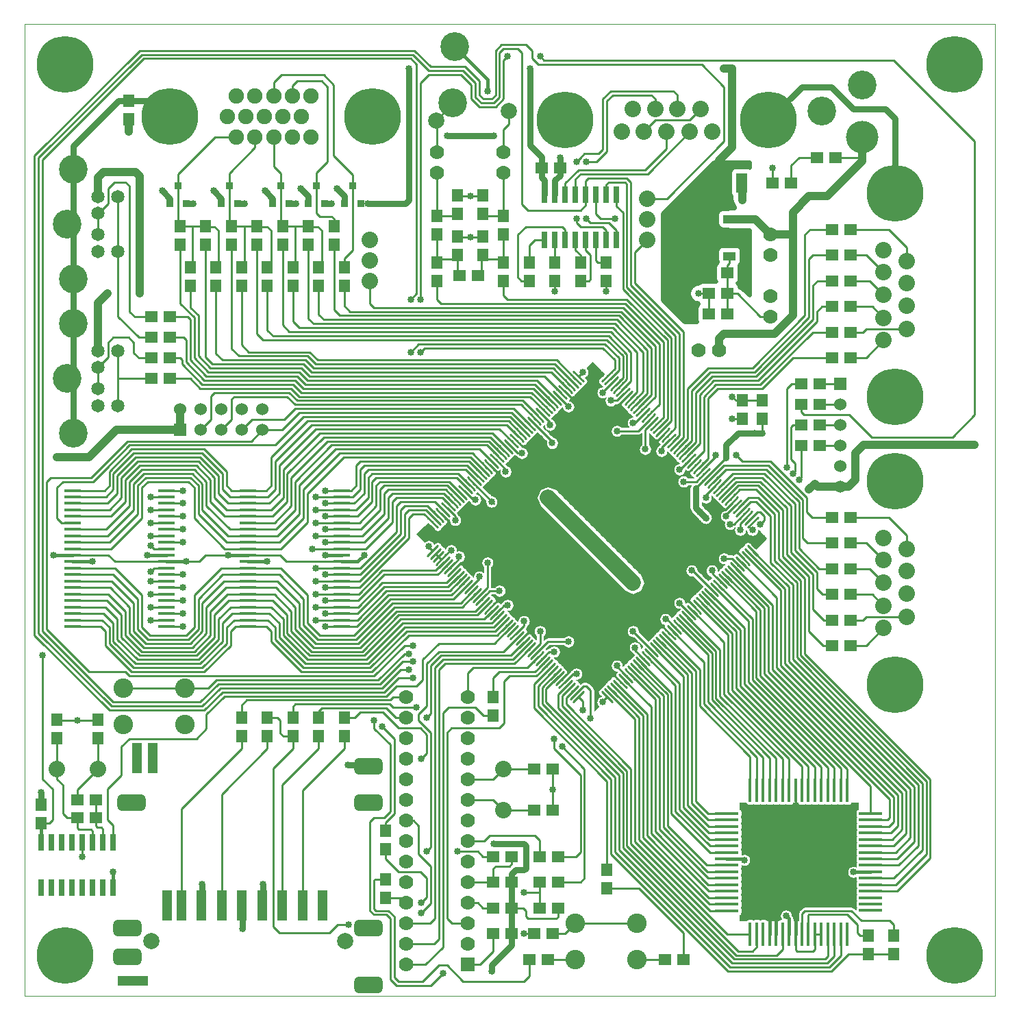
<source format=gtl>
G04*
G04  File:            MINIMI11.TOP, Mon Aug 27 20:50:38 2007*
G04  Source:          ACCEL P-CAD PCB, Version 14.00.46, (Minimi11.PCB)*
G04  Format:          Gerber Format (RS-274-D), ASCII*
G04*
G04  Format Options:  Absolute Positioning*
G04                   Leading-Zero Suppression*
G04                   Scale Factor 1:1*
G04                   NO Circular Interpolation*
G04                   Inch Units*
G04                   Numeric Format: 4.4 (XXXX.XXXX)*
G04                   G54 Used for Aperture Change*
G04                   Apertures Embedded*
G04*
G04  File Options:    Offset = (0.0mil,0.0mil)*
G04                   Drill Symbol Size = 79.9mil*
G04                   No Pad/Via Holes*
G04*
G04  File Contents:   Pads*
G04                   Vias*
G04                   No Designators*
G04                   No Types*
G04                   No Values*
G04                   No Drill Symbols*
G04                   Top*
G04                   Board*
G04*
G04  Aperture MACROs for general use --- invoked via D-code assignment *
G04*
G04  General MACRO for flashed round with rotation and/or offset hole *
%AMROTOFFROUND*
1,1,$1,0.0000,0.0000*
1,0,$2,$3,$4*%
G04*
G04  General MACRO for flashed oval (obround) with rotation and/or offset hole *
%AMROTOFFOVAL*
21,1,$1,$2,0.0000,0.0000,$3*
1,1,$4,$5,$6*
1,1,$4,0-$5,0-$6*
1,0,$7,$8,$9*%
G04*
G04  General MACRO for flashed oval (obround) with rotation and no hole *
%AMROTOVALNOHOLE*
21,1,$1,$2,0.0000,0.0000,$3*
1,1,$4,$5,$6*
1,1,$4,0-$5,0-$6*%
G04*
G04  General MACRO for flashed rectangle with rotation and/or offset hole *
%AMROTOFFRECT*
21,1,$1,$2,0.0000,0.0000,$3*
1,0,$4,$5,$6*%
G04*
G04  General MACRO for flashed rectangle with rotation and no hole *
%AMROTRECTNOHOLE*
21,1,$1,$2,0.0000,0.0000,$3*%
G04*
G04  General MACRO for flashed rounded-rectangle *
%AMROUNDRECT*
21,1,$1,$2-$4,0.0000,0.0000,$3*
21,1,$1-$4,$2,0.0000,0.0000,$3*
1,1,$4,$5,$6*
1,1,$4,$7,$8*
1,1,$4,0-$5,0-$6*
1,1,$4,0-$7,0-$8*
1,0,$9,$10,$11*%
G04*
G04  General MACRO for flashed rounded-rectangle with rotation and no hole *
%AMROUNDRECTNOHOLE*
21,1,$1,$2-$4,0.0000,0.0000,$3*
21,1,$1-$4,$2,0.0000,0.0000,$3*
1,1,$4,$5,$6*
1,1,$4,$7,$8*
1,1,$4,0-$5,0-$6*
1,1,$4,0-$7,0-$8*%
G04*
G04  General MACRO for flashed regular polygon *
%AMREGPOLY*
5,1,$1,0.0000,0.0000,$2,$3+$4*
1,0,$5,$6,$7*%
G04*
G04  General MACRO for flashed regular polygon with no hole *
%AMREGPOLYNOHOLE*
5,1,$1,0.0000,0.0000,$2,$3+$4*%
G04*
G04  General MACRO for target *
%AMTARGET*
6,0,0,$1,$2,$3,4,$4,$5,$6*%
G04*
G04  General MACRO for mounting hole *
%AMMTHOLE*
1,1,$1,0,0*
1,0,$2,0,0*
$1=$1-$2*
$1=$1/2*
21,1,$2+$1,$3,0,0,$4*
21,1,$3,$2+$1,0,0,$4*%
G04*
G04*
G04  D10 : "Ellipse X0.25mm Y0.25mm H0.00mm 0.0deg (0.00mm,0.00mm) Draw"*
G04  Disc: OuterDia=0.0100*
%ADD10C, 0.0100*%
G04  D11 : "Ellipse X0.03mm Y0.03mm H0.00mm 0.0deg (0.00mm,0.00mm) Draw"*
G04  Disc: OuterDia=0.0010*
%ADD11C, 0.0010*%
G04  D12 : "Ellipse X0.35mm Y0.35mm H0.00mm 0.0deg (0.00mm,0.00mm) Draw"*
G04  Disc: OuterDia=0.0138*
%ADD12C, 0.0138*%
G04  D13 : "Ellipse X0.38mm Y0.38mm H0.00mm 0.0deg (0.00mm,0.00mm) Draw"*
G04  Disc: OuterDia=0.0150*
%ADD13C, 0.0150*%
G04  D14 : "Ellipse X0.40mm Y0.40mm H0.00mm 0.0deg (0.00mm,0.00mm) Draw"*
G04  Disc: OuterDia=0.0157*
%ADD14C, 0.0157*%
G04  D15 : "Ellipse X0.50mm Y0.50mm H0.00mm 0.0deg (0.00mm,0.00mm) Draw"*
G04  Disc: OuterDia=0.0197*
%ADD15C, 0.0197*%
G04  D16 : "Ellipse X0.51mm Y0.51mm H0.00mm 0.0deg (0.00mm,0.00mm) Draw"*
G04  Disc: OuterDia=0.0200*
%ADD16C, 0.0200*%
G04  D17 : "Ellipse X0.10mm Y0.10mm H0.00mm 0.0deg (0.00mm,0.00mm) Draw"*
G04  Disc: OuterDia=0.0039*
%ADD17C, 0.0039*%
G04  D18 : "Ellipse X0.80mm Y0.80mm H0.00mm 0.0deg (0.00mm,0.00mm) Draw"*
G04  Disc: OuterDia=0.0315*
%ADD18C, 0.0315*%
G04  D19 : "Ellipse X1.00mm Y1.00mm H0.00mm 0.0deg (0.00mm,0.00mm) Draw"*
G04  Disc: OuterDia=0.0394*
%ADD19C, 0.0394*%
G04  D20 : "Ellipse X0.15mm Y0.15mm H0.00mm 0.0deg (0.00mm,0.00mm) Draw"*
G04  Disc: OuterDia=0.0059*
%ADD20C, 0.0059*%
G04  D21 : "Ellipse X0.15mm Y0.15mm H0.00mm 0.0deg (0.00mm,0.00mm) Draw"*
G04  Disc: OuterDia=0.0060*
%ADD21C, 0.0060*%
G04  D22 : "Ellipse X0.20mm Y0.20mm H0.00mm 0.0deg (0.00mm,0.00mm) Draw"*
G04  Disc: OuterDia=0.0079*
%ADD22C, 0.0079*%
G04  D23 : "Ellipse X2.00mm Y2.00mm H0.00mm 0.0deg (0.00mm,0.00mm) Draw"*
G04  Disc: OuterDia=0.0787*
%ADD23C, 0.0787*%
G04  D24 : "Ellipse X0.25mm Y0.25mm H0.00mm 0.0deg (0.00mm,0.00mm) Draw"*
G04  Disc: OuterDia=0.0098*
%ADD24C, 0.0098*%
G04  D25 : "Ellipse X2.79mm Y2.79mm H0.00mm 0.0deg (0.00mm,0.00mm) Flash"*
G04  Disc: OuterDia=0.1100*
%ADD25C, 0.1100*%
G04  D26 : "Ellipse X3.55mm Y3.55mm H0.00mm 0.0deg (0.00mm,0.00mm) Flash"*
G04  Disc: OuterDia=0.1398*
%ADD26C, 0.1398*%
G04  D27 : "Ellipse X3.93mm Y3.93mm H0.00mm 0.0deg (0.00mm,0.00mm) Flash"*
G04  Disc: OuterDia=0.1548*
%ADD27C, 0.1548*%
G04  D28 : "Ellipse X4.00mm Y4.00mm H0.00mm 0.0deg (0.00mm,0.00mm) Flash"*
G04  Disc: OuterDia=0.1575*
%ADD28C, 0.1575*%
G04  D29 : "Ellipse X4.38mm Y4.38mm H0.00mm 0.0deg (0.00mm,0.00mm) Flash"*
G04  Disc: OuterDia=0.1725*
%ADD29C, 0.1725*%
G04  D30 : "Ellipse X7.00mm Y7.00mm H0.00mm 0.0deg (0.00mm,0.00mm) Flash"*
G04  Disc: OuterDia=0.2756*
%ADD30C, 0.2756*%
G04  D31 : "Ellipse X7.38mm Y7.38mm H0.00mm 0.0deg (0.00mm,0.00mm) Flash"*
G04  Disc: OuterDia=0.2906*
%ADD31C, 0.2906*%
G04  D32 : "Ellipse X1.52mm Y1.52mm H0.00mm 0.0deg (0.00mm,0.00mm) Flash"*
G04  Disc: OuterDia=0.0600*
%ADD32C, 0.0600*%
G04  D33 : "Ellipse X1.65mm Y1.65mm H0.00mm 0.0deg (0.00mm,0.00mm) Flash"*
G04  Disc: OuterDia=0.0650*
%ADD33C, 0.0650*%
G04  D34 : "Ellipse X1.78mm Y1.78mm H0.00mm 0.0deg (0.00mm,0.00mm) Flash"*
G04  Disc: OuterDia=0.0700*
%ADD34C, 0.0700*%
G04  D35 : "Ellipse X1.90mm Y1.90mm H0.00mm 0.0deg (0.00mm,0.00mm) Flash"*
G04  Disc: OuterDia=0.0748*
%ADD35C, 0.0748*%
G04  D36 : "Ellipse X1.91mm Y1.91mm H0.00mm 0.0deg (0.00mm,0.00mm) Flash"*
G04  Disc: OuterDia=0.0750*
%ADD36C, 0.0750*%
G04  D37 : "Ellipse X2.00mm Y2.00mm H0.00mm 0.0deg (0.00mm,0.00mm) Flash"*
G04  Disc: OuterDia=0.0787*
%ADD37C, 0.0787*%
G04  D38 : "Ellipse X2.03mm Y2.03mm H0.00mm 0.0deg (0.00mm,0.00mm) Flash"*
G04  Disc: OuterDia=0.0800*
%ADD38C, 0.0800*%
G04  D39 : "Ellipse X2.03mm Y2.03mm H0.00mm 0.0deg (0.00mm,0.00mm) Flash"*
G04  Disc: OuterDia=0.0800*
%ADD39C, 0.0800*%
G04  D40 : "Ellipse X2.16mm Y2.16mm H0.00mm 0.0deg (0.00mm,0.00mm) Flash"*
G04  Disc: OuterDia=0.0850*
%ADD40C, 0.0850*%
G04  D41 : "Ellipse X2.28mm Y2.28mm H0.00mm 0.0deg (0.00mm,0.00mm) Flash"*
G04  Disc: OuterDia=0.0898*
%ADD41C, 0.0898*%
G04  D42 : "Ellipse X2.38mm Y2.38mm H0.00mm 0.0deg (0.00mm,0.00mm) Flash"*
G04  Disc: OuterDia=0.0937*
%ADD42C, 0.0937*%
G04  D43 : "Ellipse X2.41mm Y2.41mm H0.00mm 0.0deg (0.00mm,0.00mm) Flash"*
G04  Disc: OuterDia=0.0950*
%ADD43C, 0.0950*%
G04  D44 : "Rounded Rectangle X3.50mm Y2.00mm H0.00mm 0.0deg (0.00mm,0.00mm) Flash"*
G04  RoundRct: DimX=0.1378, DimY=0.0787, CornerRad=0.0197, Rotation=0.0, OffsetX=0.0000, OffsetY=0.0000, HoleDia=0.0000 *
%ADD44ROUNDRECTNOHOLE, 0.1378 X0.0787 X0.0 X0.0394 X-0.0492 X-0.0197 X-0.0492 X0.0197*%
G04  D45 : "Rounded Rectangle X3.88mm Y2.38mm H0.00mm 0.0deg (0.00mm,0.00mm) Flash"*
G04  RoundRct: DimX=0.1528, DimY=0.0937, CornerRad=0.0234, Rotation=0.0, OffsetX=0.0000, OffsetY=0.0000, HoleDia=0.0000 *
%ADD45ROUNDRECTNOHOLE, 0.1528 X0.0937 X0.0 X0.0469 X-0.0530 X-0.0234 X-0.0530 X0.0234*%
G04  D46 : "Rectangle X3.28mm Y1.50mm H0.00mm 0.0deg (0.00mm,0.00mm) Flash"*
G04  Rectangular: DimX=0.1290, DimY=0.0590, Rotation=0.0, OffsetX=0.0000, OffsetY=0.0000, HoleDia=0.0000 *
%ADD46R, 0.1290 X0.0590*%
G04  D47 : "Rectangle X1.50mm Y3.28mm H0.00mm 0.0deg (0.00mm,0.00mm) Flash"*
G04  Rectangular: DimX=0.0590, DimY=0.1290, Rotation=0.0, OffsetX=0.0000, OffsetY=0.0000, HoleDia=0.0000 *
%ADD47R, 0.0590 X0.1290*%
G04  D48 : "Rectangle X3.66mm Y1.88mm H0.00mm 0.0deg (0.00mm,0.00mm) Flash"*
G04  Rectangular: DimX=0.1440, DimY=0.0740, Rotation=0.0, OffsetX=0.0000, OffsetY=0.0000, HoleDia=0.0000 *
%ADD48R, 0.1440 X0.0740*%
G04  D49 : "Rectangle X1.88mm Y3.66mm H0.00mm 0.0deg (0.00mm,0.00mm) Flash"*
G04  Rectangular: DimX=0.0740, DimY=0.1440, Rotation=0.0, OffsetX=0.0000, OffsetY=0.0000, HoleDia=0.0000 *
%ADD49R, 0.0740 X0.1440*%
G04  D50 : "Rectangle X3.81mm Y1.27mm H0.00mm 0.0deg (0.00mm,0.00mm) Flash"*
G04  Rectangular: DimX=0.1500, DimY=0.0500, Rotation=0.0, OffsetX=0.0000, OffsetY=0.0000, HoleDia=0.0000 *
%ADD50R, 0.1500 X0.0500*%
G04  D51 : "Rectangle X1.27mm Y3.81mm H0.00mm 0.0deg (0.00mm,0.00mm) Flash"*
G04  Rectangular: DimX=0.0500, DimY=0.1500, Rotation=0.0, OffsetX=0.0000, OffsetY=0.0000, HoleDia=0.0000 *
%ADD51R, 0.0500 X0.1500*%
G04  D52 : "Rectangle X4.19mm Y1.65mm H0.00mm 0.0deg (0.00mm,0.00mm) Flash"*
G04  Rectangular: DimX=0.1650, DimY=0.0650, Rotation=0.0, OffsetX=0.0000, OffsetY=0.0000, HoleDia=0.0000 *
%ADD52R, 0.1650 X0.0650*%
G04  D53 : "Rectangle X1.65mm Y4.19mm H0.00mm 0.0deg (0.00mm,0.00mm) Flash"*
G04  Rectangular: DimX=0.0650, DimY=0.1650, Rotation=0.0, OffsetX=0.0000, OffsetY=0.0000, HoleDia=0.0000 *
%ADD53R, 0.0650 X0.1650*%
G04  D54 : "Rectangle X0.45mm Y3.00mm H0.00mm 0.0deg (0.00mm,0.00mm) Flash"*
G04  Rectangular: DimX=0.0177, DimY=0.1181, Rotation=0.0, OffsetX=0.0000, OffsetY=0.0000, HoleDia=0.0000 *
%ADD54R, 0.0177 X0.1181*%
G04  D55 : "Rectangle X3.00mm Y0.45mm H0.00mm 0.0deg (0.00mm,0.00mm) Flash"*
G04  Rectangular: DimX=0.1181, DimY=0.0177, Rotation=0.0, OffsetX=0.0000, OffsetY=0.0000, HoleDia=0.0000 *
%ADD55R, 0.1181 X0.0177*%
G04  D56 : "Rectangle X0.81mm Y0.81mm H0.00mm 0.0deg (0.00mm,0.00mm) Flash"*
G04  Square: Side=0.0320, Rotation=0.0, OffsetX=0.0000, OffsetY=0.0000, HoleDia=0.0000*
%ADD56R, 0.0320 X0.0320*%
G04  D57 : "Rectangle X0.83mm Y3.38mm H0.00mm 0.0deg (0.00mm,0.00mm) Flash"*
G04  Rectangular: DimX=0.0327, DimY=0.1331, Rotation=0.0, OffsetX=0.0000, OffsetY=0.0000, HoleDia=0.0000 *
%ADD57R, 0.0327 X0.1331*%
G04  D58 : "Rectangle X3.38mm Y0.83mm H0.00mm 0.0deg (0.00mm,0.00mm) Flash"*
G04  Rectangular: DimX=0.1331, DimY=0.0327, Rotation=0.0, OffsetX=0.0000, OffsetY=0.0000, HoleDia=0.0000 *
%ADD58R, 0.1331 X0.0327*%
G04  D59 : "Rectangle X0.99mm Y1.50mm H0.00mm 0.0deg (0.00mm,0.00mm) Flash"*
G04  Rectangular: DimX=0.0390, DimY=0.0590, Rotation=0.0, OffsetX=0.0000, OffsetY=0.0000, HoleDia=0.0000 *
%ADD59R, 0.0390 X0.0590*%
G04  D60 : "Rectangle X1.50mm Y0.99mm H0.00mm 0.0deg (0.00mm,0.00mm) Flash"*
G04  Rectangular: DimX=0.0590, DimY=0.0390, Rotation=0.0, OffsetX=0.0000, OffsetY=0.0000, HoleDia=0.0000 *
%ADD60R, 0.0590 X0.0390*%
G04  D61 : "Rectangle X1.19mm Y1.19mm H0.00mm 0.0deg (0.00mm,0.00mm) Flash"*
G04  Square: Side=0.0470, Rotation=0.0, OffsetX=0.0000, OffsetY=0.0000, HoleDia=0.0000*
%ADD61R, 0.0470 X0.0470*%
G04  D62 : "Rectangle X1.37mm Y1.88mm H0.00mm 0.0deg (0.00mm,0.00mm) Flash"*
G04  Rectangular: DimX=0.0540, DimY=0.0740, Rotation=0.0, OffsetX=0.0000, OffsetY=0.0000, HoleDia=0.0000 *
%ADD62R, 0.0540 X0.0740*%
G04  D63 : "Rectangle X1.88mm Y1.37mm H0.00mm 0.0deg (0.00mm,0.00mm) Flash"*
G04  Rectangular: DimX=0.0740, DimY=0.0540, Rotation=0.0, OffsetX=0.0000, OffsetY=0.0000, HoleDia=0.0000 *
%ADD63R, 0.0740 X0.0540*%
G04  D64 : "Rectangle X1.42mm Y2.44mm H0.00mm 0.0deg (0.00mm,0.00mm) Flash"*
G04  Rectangular: DimX=0.0560, DimY=0.0960, Rotation=0.0, OffsetX=0.0000, OffsetY=0.0000, HoleDia=0.0000 *
%ADD64R, 0.0560 X0.0960*%
G04  D65 : "Rectangle X1.52mm Y1.42mm H0.00mm 0.0deg (0.00mm,0.00mm) Flash"*
G04  Rectangular: DimX=0.0600, DimY=0.0560, Rotation=0.0, OffsetX=0.0000, OffsetY=0.0000, HoleDia=0.0000 *
%ADD65R, 0.0600 X0.0560*%
G04  D66 : "Rectangle X1.42mm Y1.52mm H0.00mm 0.0deg (0.00mm,0.00mm) Flash"*
G04  Rectangular: DimX=0.0560, DimY=0.0600, Rotation=0.0, OffsetX=0.0000, OffsetY=0.0000, HoleDia=0.0000 *
%ADD66R, 0.0560 X0.0600*%
G04  D67 : "Rectangle X1.52mm Y1.52mm H0.00mm 0.0deg (0.00mm,0.00mm) Flash"*
G04  Square: Side=0.0600, Rotation=0.0, OffsetX=0.0000, OffsetY=0.0000, HoleDia=0.0000*
%ADD67R, 0.0600 X0.0600*%
G04  D68 : "Rectangle X1.78mm Y1.78mm H0.00mm 0.0deg (0.00mm,0.00mm) Flash"*
G04  Square: Side=0.0700, Rotation=0.0, OffsetX=0.0000, OffsetY=0.0000, HoleDia=0.0000*
%ADD68R, 0.0700 X0.0700*%
G04  D69 : "Rectangle X1.80mm Y2.82mm H0.00mm 0.0deg (0.00mm,0.00mm) Flash"*
G04  Rectangular: DimX=0.0710, DimY=0.1110, Rotation=0.0, OffsetX=0.0000, OffsetY=0.0000, HoleDia=0.0000 *
%ADD69R, 0.0710 X0.1110*%
G04  D70 : "Rectangle X1.91mm Y1.80mm H0.00mm 0.0deg (0.00mm,0.00mm) Flash"*
G04  Rectangular: DimX=0.0750, DimY=0.0710, Rotation=0.0, OffsetX=0.0000, OffsetY=0.0000, HoleDia=0.0000 *
%ADD70R, 0.0750 X0.0710*%
G04  D71 : "Rectangle X1.80mm Y1.91mm H0.00mm 0.0deg (0.00mm,0.00mm) Flash"*
G04  Rectangular: DimX=0.0710, DimY=0.0750, Rotation=0.0, OffsetX=0.0000, OffsetY=0.0000, HoleDia=0.0000 *
%ADD71R, 0.0710 X0.0750*%
G04  D72 : "Rectangle X1.91mm Y1.91mm H0.00mm 0.0deg (0.00mm,0.00mm) Flash"*
G04  Square: Side=0.0750, Rotation=0.0, OffsetX=0.0000, OffsetY=0.0000, HoleDia=0.0000*
%ADD72R, 0.0750 X0.0750*%
G04  D73 : "Rectangle X2.00mm Y0.45mm H0.00mm 0.0deg (0.00mm,0.00mm) Flash"*
G04  Rectangular: DimX=0.0787, DimY=0.0177, Rotation=0.0, OffsetX=0.0000, OffsetY=0.0000, HoleDia=0.0000 *
%ADD73R, 0.0787 X0.0177*%
G04  D74 : "Rectangle X0.66mm Y2.03mm H0.00mm 0.0deg (0.00mm,0.00mm) Flash"*
G04  Rectangular: DimX=0.0260, DimY=0.0800, Rotation=0.0, OffsetX=0.0000, OffsetY=0.0000, HoleDia=0.0000 *
%ADD74R, 0.0260 X0.0800*%
G04  D75 : "Rectangle X2.16mm Y2.16mm H0.00mm 0.0deg (0.00mm,0.00mm) Flash"*
G04  Square: Side=0.0850, Rotation=0.0, OffsetX=0.0000, OffsetY=0.0000, HoleDia=0.0000*
%ADD75R, 0.0850 X0.0850*%
G04  D76 : "Rectangle X2.38mm Y0.83mm H0.00mm 0.0deg (0.00mm,0.00mm) Flash"*
G04  Rectangular: DimX=0.0937, DimY=0.0327, Rotation=0.0, OffsetX=0.0000, OffsetY=0.0000, HoleDia=0.0000 *
%ADD76R, 0.0937 X0.0327*%
G04  D77 : "Rectangle X1.04mm Y2.41mm H0.00mm 0.0deg (0.00mm,0.00mm) Flash"*
G04  Rectangular: DimX=0.0410, DimY=0.0950, Rotation=0.0, OffsetX=0.0000, OffsetY=0.0000, HoleDia=0.0000 *
%ADD77R, 0.0410 X0.0950*%
G04  D78 : "Ellipse X0.85mm Y0.85mm H0.00mm 0.0deg (0.00mm,0.00mm) Flash"*
G04  Disc: OuterDia=0.0335*
%ADD78C, 0.0335*%
G04  D79 : "Ellipse X1.23mm Y1.23mm H0.00mm 0.0deg (0.00mm,0.00mm) Flash"*
G04  Disc: OuterDia=0.0485*
%ADD79C, 0.0485*%
%ICAS*%
%FSLAX44Y44*%
%SFA1B1*%
%INMINIMI11.TOP*%
%OFA0.0000B0.0000*%
%MOIN*%
G70*
G90*
G01*
D2*
%LNTop*%
G54D18*
X109013Y98868*
X109055Y98826D1*
D2*
G54D24*
X99311Y111023*
Y105019D1*
X99803Y104527D2*
X99311Y105019D1*
X99803Y103051D2*
Y104527D1*
X99626Y102875D2*
X99803Y103051D1*
X99250Y102875D2*
X99626D1*
D2*
G54D14*
X99250Y101950*
Y102875D1*
D2*
G54D24*
Y101950*
X99311Y101888D1*
D2*
G54D14*
X102750Y99750*
Y100500D1*
D2*
G54D24*
X101250Y101950*
Y101250D1*
X102000Y107900D2*
X101975Y107875D1*
X101000D2*
X101975D1*
X100025D2*
X101000D1*
X100000Y107900D2*
X100025Y107875D1*
D2*
G54D18*
X99250Y103775*
X99225Y103750D1*
X99250Y103775D2*
Y104375D1*
X107045Y98868D2*
X107086Y98909D1*
Y99901*
X109998Y98868D2*
X110039Y98909D1*
Y99901*
D2*
G54D24*
X110433Y111712*
X111909Y110236D1*
X108464Y111515D2*
X107185Y110236D1*
X103641D2*
X107185D1*
X102362Y111515D2*
X103641Y110236D1*
X110629Y111811D2*
X112007Y110433D1*
X108267Y111614D2*
X107086Y110433D1*
X103740D2*
X107086D1*
X102559Y111614D2*
X103740Y110433D1*
X108070Y111712D2*
X106988Y110629D1*
X103838D2*
X106988D1*
X102755Y111712D2*
X103838Y110629D1*
X109000Y107100D2*
Y106500D1*
X106061Y103561D2*
X109000Y106500D1*
X106061Y98868D2*
Y103561D1*
X110250Y107100D2*
Y106500D1*
X108029Y104279D2*
X110250Y106500D1*
X108029Y98868D2*
Y104279D1*
X99507Y112303D2*
X101574Y110236D1*
X103346*
X103543Y110039*
X115452*
X109251Y108858D2*
X112132D1*
X109000Y108606D2*
X109251Y108858D1*
X109000Y108000D2*
Y108606D1*
X110531Y105531D2*
X111500Y106500D1*
X110875Y107875D2*
X110750Y108000D1*
X110250D2*
X110750D1*
X99311Y112204D2*
X102755Y108759D1*
X106988*
X107874Y109645*
X115748*
X102250Y101950D2*
Y102572D1*
X102165Y102657*
X101968D2*
X102165D1*
X101900Y102725D2*
X101968Y102657D1*
X101900Y102725D2*
Y103125D1*
Y104000*
X101750Y101950D2*
Y102482D1*
X101673Y102559*
X101082D2*
X101673D1*
X101000Y102641D2*
X101082Y102559D1*
X101000Y103125D2*
Y102641D1*
Y103125D2*
X100516D1*
X100295Y103346*
Y104724D2*
Y103346D1*
X100000Y105019D2*
X100295Y104724D1*
X100000Y105019D2*
Y105500D1*
Y107000*
X102000Y105500D2*
Y107000D1*
X101000Y104500D2*
X102000Y105500D1*
X101000Y104000D2*
Y104500D1*
X108169Y109055D2*
X116043D1*
X108169D2*
X107283Y108169D1*
Y107480*
X106791Y106988*
X103543*
X103149Y106594*
Y105216*
X102460Y104527D2*
X103149Y105216D1*
X102460Y103051D2*
Y104527D1*
X102750Y102761D2*
X102460Y103051D1*
X102750Y101950D2*
Y102761D1*
X99114Y112106D2*
X102657Y108562D1*
X107086*
X107972Y109448*
X115846*
X108070Y109251D2*
X115944D1*
X107185Y108366D2*
X108070Y109251D1*
X102559Y108366D2*
X107185D1*
X98917Y112007D2*
X102559Y108366D1*
X107775Y109842D2*
X115649D1*
X107370Y109437D2*
X107775Y109842D1*
X106243Y109437D2*
X107370D1*
X103243D2*
X106243D1*
X98917Y112007D2*
Y135334D1*
X99114Y112106D2*
Y135236D1*
X99311Y112204D2*
Y135137D1*
X99507Y119488D2*
Y112303D1*
X100787Y114015D2*
X102519D1*
X103346Y113188*
Y112007*
X104133Y111220*
X106692*
X100787Y113700D2*
X102440D1*
X103149Y112992*
Y111909*
X104035Y111023*
X106791*
X100787Y113385D2*
X102362D1*
X102952Y112795*
Y111811*
X103937Y110826*
X106889*
X100787Y113070D2*
X102283D1*
X102755Y112598*
Y111712*
X100787Y112755D2*
X102204D1*
X102559Y112401*
Y111614*
X100787Y112440D2*
X102125D1*
X102362Y112204*
Y111515*
X105354Y112755D2*
X104566D1*
X105354Y113385D2*
X104566D1*
X105354Y114015D2*
X104566D1*
X105354Y116850D2*
X104566D1*
X104724Y116220D2*
X104566Y116377D1*
X104724Y115275D2*
X104566Y115118D1*
X105354Y114645D2*
X104566D1*
X100787Y114330D2*
X102598D1*
X103543Y113385*
Y112106*
X104232Y111417*
X106594*
X100787Y114645D2*
X102677D1*
X103740Y113582*
Y112204*
X104330Y111614*
X106496*
X100787Y114960D2*
X102755D1*
X103937Y113779*
Y112303*
X104429Y111811*
X106397*
X100787Y115275D2*
X102834D1*
X104133Y113976*
Y112401*
X104527Y112007*
X106299*
X100787Y116220D2*
X102637D1*
X104133Y117716*
X100787Y116535D2*
X102559D1*
X103937Y117913*
X100787Y116850D2*
X102480D1*
X103740Y118110*
D2*
G54D14*
X105354Y115905*
X104409D1*
X100787Y115590D2*
X101732D1*
D2*
G54D24*
X105354*
X102834D1*
X102519Y115905*
X100787D2*
X102519D1*
D2*
G54D14*
X100787*
X99842D1*
D2*
G54D24*
X103937Y120472*
X106889D1*
X100787Y117795D2*
X102637D1*
X103346Y118503*
Y119586D2*
Y118503D1*
Y119586D2*
X104035Y120275D1*
X106791*
X104133Y119192D2*
Y117716D1*
Y119192D2*
X104429Y119488D1*
X106397D2*
X104429D1*
X103937Y119291D2*
Y117913D1*
Y119291D2*
X104330Y119685D1*
X106496*
X103740Y119389D2*
Y118110D1*
Y119389D2*
X104232Y119881D1*
X106594*
X100787Y117165D2*
X102401D1*
X103543Y118307*
Y119488D2*
Y118307D1*
Y119488D2*
X104133Y120078D1*
X106692*
D2*
G54D19*
X100393Y120669*
X100000D1*
D2*
G54D24*
X103149Y119685*
X103937Y120472D1*
X103149Y119685D2*
Y118700D1*
X102559Y118110D2*
X103149Y118700D1*
X100787Y118110D2*
X102559D1*
X103838Y120669D2*
X106988D1*
X102952Y119783D2*
X103838Y120669D1*
X102952Y119783D2*
Y118897D1*
X102480Y118425D2*
X102952Y118897D1*
X100787Y118425D2*
X102480D1*
X103740Y120866D2*
X107086D1*
X102755Y119881D2*
X103740Y120866D1*
X102755Y119881D2*
Y119094D1*
X102401Y118740D2*
X102755Y119094D1*
X100787Y118740D2*
X102401D1*
X103641Y121062D2*
X107185D1*
X102559Y119980D2*
X103641Y121062D1*
X102559Y119980D2*
Y119291D1*
X102322Y119055D2*
X102559Y119291D1*
X100787Y119055D2*
X102322D1*
X105354Y118740D2*
X104566D1*
X105354Y118110D2*
X104566D1*
X105354Y117480D2*
X104566D1*
X103543Y121259D2*
X110629D1*
X102362Y120078D2*
X103543Y121259D1*
X101968Y119685D2*
X102362Y120078D1*
X101771Y119488D2*
X101968Y119685D1*
X100295Y119488D2*
X101771D1*
X100000Y119192D2*
X100295Y119488D1*
X100000Y117716D2*
Y119192D1*
X100236Y117480D2*
X100000Y117716D1*
X100787Y117480D2*
X100236D1*
X103444Y121456D2*
X109456D1*
X103444D2*
X101673Y119685D1*
X99704*
X99507Y119488*
D2*
G54D19*
X101574Y120669*
X100393D1*
X106000Y122000D2*
X102905D1*
X101574Y120669*
D2*
G54D18*
X100818Y121854*
Y124181D1*
D2*
G54D19*
X106000Y122000*
Y123000D1*
D2*
G54D24*
X110669Y117165*
X111614Y118110D1*
X109291Y117165D2*
X110669D1*
X108425D2*
X109291D1*
X108425D2*
X107283Y118307D1*
Y119488D2*
Y118307D1*
Y119488D2*
X106692Y120078D1*
X107086Y119389D2*
Y118110D1*
X106594Y119881D2*
X107086Y119389D1*
X106889Y119291D2*
Y117913D1*
X106496Y119685D2*
X106889Y119291D1*
X106692Y117716D2*
Y119192D1*
X106397Y119488D2*
X106692Y119192D1*
X105354Y117165D2*
X106141D1*
X110511Y117795D2*
X111220Y118503D1*
X109291Y117795D2*
X110511D1*
X108188D2*
X109291D1*
X108188D2*
X107480Y118503D1*
Y119586D2*
Y118503D1*
X106791Y120275D2*
X107480Y119586D1*
X110433Y118110D2*
X111023Y118700D1*
X109291Y118110D2*
X110433D1*
X108267D2*
X109291D1*
X108267D2*
X107677Y118700D1*
Y119685D2*
Y118700D1*
X106889Y120472D2*
X107677Y119685D1*
X110354Y118425D2*
X110826Y118897D1*
X109291Y118425D2*
X110354D1*
X108346D2*
X109291D1*
X108346D2*
X107874Y118897D1*
Y119783D2*
Y118897D1*
X106988Y120669D2*
X107874Y119783D1*
X112401Y122244D2*
X110629Y120472D1*
Y119094D2*
Y120472D1*
X110275Y118740D2*
X110629Y119094D1*
X109291Y118740D2*
X110275D1*
X108425D2*
X109291D1*
X108425D2*
X108070Y119094D1*
Y119881D2*
Y119094D1*
X107086Y120866D2*
X108070Y119881D1*
X112204Y122440D2*
X110433Y120669D1*
Y119291D2*
Y120669D1*
X110196Y119055D2*
X110433Y119291D1*
X109291Y119055D2*
X110196D1*
X108503D2*
X109291D1*
X108503D2*
X108267Y119291D1*
Y119980D2*
Y119291D1*
X107185Y121062D2*
X108267Y119980D1*
X105354Y119055D2*
X106141D1*
X105354Y118425D2*
X106141D1*
X110590Y117480D2*
X111417Y118307D1*
X109291Y117480D2*
X110590D1*
X105354Y117795D2*
X106141D1*
X110629Y121259D2*
X112007Y122637D1*
X110000Y122000D2*
X110976D1*
X110000D2*
X109456Y121456D1*
X107500Y122500D2*
Y123641D1*
X107000Y122000D2*
X107500Y122500D1*
X108500Y123500D2*
Y122500D1*
X108000Y122000*
X109500Y122500D2*
X111082D1*
X109000Y122000D2*
X109500Y122500D1*
X107480Y112007D2*
X106692Y111220D1*
X107480Y113188D2*
Y112007D1*
X108307Y114015D2*
X107480Y113188D1*
X107677Y111909D2*
X106791Y111023D1*
X107677Y112992D2*
Y111909D1*
X108385Y113700D2*
X107677Y112992D1*
X107874Y111811D2*
X106889Y110826D1*
X105354Y112440D2*
X106141D1*
X105354Y113070D2*
X106141D1*
X105354Y113700D2*
X106141D1*
X107283Y112106D2*
X106594Y111417D1*
X107283Y113385D2*
Y112106D1*
X108228Y114330D2*
X107283Y113385D1*
X107086Y112204D2*
X106496Y111614D1*
X107086Y113582D2*
Y112204D1*
X108149Y114645D2*
X107086Y113582D1*
X106889Y112303D2*
X106397Y111811D1*
X106889Y113779D2*
Y112303D1*
X108070Y114960D2*
X106889Y113779D1*
X106692Y112401D2*
X106299Y112007D1*
X106692Y113976D2*
Y112401D1*
X105354Y116535D2*
X106141D1*
X105354Y116220D2*
X104724D1*
X105354Y115275D2*
X104724D1*
X105354Y114960D2*
X106141D1*
X105354Y114330D2*
X106141D1*
X107992Y115275D2*
X106692Y113976D1*
X108188Y116220D2*
X106692Y117716D1*
X108267Y116535D2*
X106889Y117913D1*
X108346Y116850D2*
X107086Y118110D1*
X108346Y115905D2*
X107244D1*
X106929Y115590D2*
X107244Y115905D1*
X106299Y115590D2*
X106929D1*
D2*
G54D14*
X105354*
X106299D1*
D2*
G54D24*
X108307Y114015*
X109291D1*
X110590*
X108228Y114330D2*
X109291D1*
X110669*
X108149Y114645D2*
X109291D1*
X110748*
X108070Y114960D2*
X109291D1*
X110826*
X107992Y115275D2*
X109291D1*
X110905*
X108188Y116220D2*
X109291D1*
X110905*
X108267Y116535D2*
X109291D1*
X110826*
X108346Y116850D2*
X109291D1*
X110748*
X111811Y117913*
D2*
G54D14*
X109291Y115590*
X110236D1*
D2*
G54D24*
X109291Y115905*
X110866D1*
D2*
G54D14*
X109291*
X108346D1*
D2*
G54D24*
X110511Y113700*
X111220Y112992D1*
X107874Y112795D2*
Y111811D1*
X108464Y113385D2*
X107874Y112795D1*
X108464Y113385D2*
X109291D1*
X110433*
X111023Y112795*
X108070Y112598D2*
Y111712D1*
X108543Y113070D2*
X108070Y112598D1*
X108543Y113070D2*
X109291D1*
X110354*
X110826Y112598*
X108267Y112401D2*
Y111614D1*
X108622Y112755D2*
X108267Y112401D1*
X108622Y112755D2*
X109291D1*
X110275*
X110629Y112401*
Y111811*
X108464Y112204D2*
Y111515D1*
X108700Y112440D2*
X108464Y112204D1*
X108700Y112440D2*
X109291D1*
X110196*
X110433Y112204*
Y111712*
X110669Y114330D2*
X111614Y113385D1*
X110748Y114645D2*
X111811Y113582D1*
X109291Y113700D2*
X110511D1*
X108385D2*
X109291D1*
X110590Y114015D2*
X111417Y113188D1*
X114468Y112007D2*
X112795D1*
X112204Y112598*
Y113976D2*
Y112598D1*
X114566Y111811D2*
X112696D1*
X112007Y112500D2*
X112696Y111811D1*
X112007Y113779D2*
Y112500D1*
X110826Y114960D2*
X112007Y113779D1*
X114665Y111614D2*
X112598D1*
X111811Y112401D2*
X112598Y111614D1*
X111811Y113582D2*
Y112401D1*
X114763Y111417D2*
X112500D1*
X111614Y112303D2*
X112500Y111417D1*
X111614Y113385D2*
Y112303D1*
X113070Y113700D2*
X113858D1*
X112598Y113385D2*
X113858D1*
X113070Y113070D2*
X113858D1*
X112598Y112755D2*
X113858D1*
X113070Y112440D2*
X113858D1*
X110826Y112598D2*
Y111909D1*
X115059Y110826D2*
X112204D1*
X111023Y112007D2*
X112204Y110826D1*
X111023Y112795D2*
Y112007D1*
X114960Y111023D2*
X112303D1*
X111220Y112106D2*
X112303Y111023D1*
X111220Y112992D2*
Y112106D1*
X114862Y111220D2*
X112401D1*
X111417Y112204D2*
X112401Y111220D1*
X111417Y113188D2*
Y112204D1*
X111181Y115590D2*
X110866Y115905D1*
X113858Y115590D2*
X111181D1*
D2*
G54D14*
X113858*
X114645D1*
X113858Y115905D2*
X113070D1*
D2*
G54D24*
X110826Y116535*
X112007Y117716D1*
X110905Y116220D2*
X112204Y117519D1*
X110905Y115275D2*
X112204Y113976D1*
X113070Y114330D2*
X113858D1*
X112598Y114645D2*
X113858D1*
X113070Y114960D2*
X113858D1*
X112598Y115275D2*
X113858D1*
X112440Y116220D2*
X113858D1*
X113070Y116535D2*
X113858D1*
X112598Y116850D2*
X113858D1*
X112598Y114015D2*
X113858D1*
D2*
G54D14*
X114645Y115590*
X114960Y115905D1*
D2*
G54D24*
X114724Y114330*
X117125Y116732D1*
X113858Y114330D2*
X114724D1*
X114744Y114645D2*
X116929Y116830D1*
X113858Y114645D2*
X114744D1*
X114763Y114960D2*
X116732Y116929D1*
X113858Y114960D2*
X114763D1*
X114783Y115275D2*
X116535Y117027D1*
X113858Y115275D2*
X114783D1*
X115039Y116220D2*
X116338Y117519D1*
X113858Y116220D2*
X115039D1*
X114960Y116535D2*
X116141Y117716D1*
X113858Y116535D2*
X114960D1*
X114881Y116850D2*
X115944Y117913D1*
X113858Y116850D2*
X114881D1*
X115846Y115157D2*
X118450D1*
X114704Y114015D2*
X115846Y115157D1*
X113858Y114015D2*
X114704D1*
X115944Y114960D2*
X118531D1*
X115846Y114566D2*
X118973D1*
X115944Y114370D2*
X119054D1*
X116043Y114173D2*
X119136D1*
X116141Y113976D2*
X119217D1*
X116830Y112598D2*
X121180D1*
X113858Y112440D2*
X114606D1*
X116141Y113976*
X113858Y112755D2*
X114625D1*
X116043Y114173*
X113858Y113070D2*
X114645D1*
X115944Y114370*
X113858Y113385D2*
X114665D1*
X115846Y114566*
X113858Y113700D2*
X114685D1*
X116240Y113779D2*
X119299D1*
X116240D2*
X114468Y112007D1*
X116338Y113582D2*
X119659D1*
X116338D2*
X114566Y111811D1*
X116437Y113385D2*
X119741D1*
X116437D2*
X114665Y111614D1*
X116535Y113188D2*
X120379D1*
X116535D2*
X114763Y111417D1*
X114685Y113700D2*
X115944Y114960D1*
X115059Y110826D2*
X116830Y112598D1*
X120820Y112795D2*
X116732D1*
X114960Y111023*
X116633Y112992D2*
X120460D1*
X116633D2*
X114862Y111220D1*
X112598Y117480D2*
X113858D1*
X113070Y117795D2*
X113858D1*
X111417Y118307D2*
Y119685D1*
X113188Y121456D2*
X111417Y119685D1*
X112598Y118110D2*
X113858D1*
X113070Y118425D2*
X113858D1*
X112598Y118740D2*
X113858D1*
X113070Y119055D2*
X113858D1*
X110826Y118897D2*
Y120275D1*
X111023Y118700D2*
Y120078D1*
X111220Y118503D2*
Y119881D1*
X112992Y121653D2*
X111220Y119881D1*
X113070Y117165D2*
X113858D1*
X112204Y117519D2*
Y118897D1*
X113976Y120669D2*
X112204Y118897D1*
X112007Y117716D2*
Y119094D1*
X113779Y120866D2*
X112007Y119094D1*
X111811Y117913D2*
Y119291D1*
X113582Y121062D2*
X111811Y119291D1*
X111614Y118110D2*
Y119488D1*
X113385Y121259D2*
X111614Y119488D1*
X111082Y122500D2*
X111614Y123031D1*
X122235*
X110976Y122000D2*
X111811Y122834D1*
X122154*
X112007Y122637D2*
X122072D1*
X113188Y121456D2*
X121026D1*
X112204Y122440D2*
X121991D1*
X112401Y122244D2*
X121909D1*
X112598Y122047D2*
X110826Y120275D1*
X112598Y122047D2*
X121549D1*
X112795Y121850D2*
X111023Y120078D1*
X112795Y121850D2*
X121189D1*
X112992Y121653D2*
X121108D1*
X113779Y120866D2*
X120225D1*
X113582Y121062D2*
X120585D1*
X113385Y121259D2*
X120945D1*
X115157Y120078D2*
X119899D1*
X114763D2*
X114960Y120275D1*
X119980*
X114566D2*
X114763Y120472D1*
X120062*
X120143Y120669D2*
X113976D1*
X115354Y119488D2*
X115551Y119685D1*
X119457*
X113858Y118110D2*
X114566D1*
X115157Y118700*
Y119685*
X115354Y119881*
X119539*
X113858Y118425D2*
X114488D1*
X114960Y118897*
Y119881*
X115157Y120078*
X113858Y118740D2*
X114409D1*
X114763Y119094*
Y120078*
X113858Y119055D2*
X114330D1*
X114566Y119291*
Y120275*
X113858Y117165D2*
X114803D1*
X115748Y118110*
Y119094*
X115944Y119291*
X119016*
X115944Y117913D2*
Y118897D1*
X116141Y119094*
X118934*
X116141Y117716D2*
Y118700D1*
X116338Y118897*
X118853*
X116338Y117519D2*
Y118503D1*
X116535Y118700*
X118771*
X116535Y117027D2*
Y118307D1*
X116732Y118503*
X118411*
X116732Y116929D2*
Y118110D1*
X116929Y118307*
X115354Y118503D2*
Y119488D1*
X114645Y117795D2*
X115354Y118503D1*
X113858Y117795D2*
X114645D1*
X115748Y119488D2*
X119097D1*
X115551Y119291D2*
X115748Y119488D1*
X115551Y118307D2*
Y119291D1*
X114724Y117480D2*
X115551Y118307D1*
X113858Y117480D2*
X114724D1*
X118712Y117924D2*
X119094Y117542D1*
X121078Y120291D2*
X121456Y119913D1*
X120243Y119456D2*
X121259Y118439D1*
Y118405*
X119825Y119038D2*
X120262Y118602D1*
X120374*
X118990Y118203D2*
X119389Y117804D1*
Y117618*
X121357Y120569D2*
X121850Y120076D1*
Y119980*
X122053Y121265D2*
X122452Y120866D1*
X122637*
X121496Y120708D2*
X120945Y121259D1*
X121217Y120430D2*
X120585Y121062D1*
X120939Y120152D2*
X120225Y120866D1*
X120800Y120012D2*
X120143Y120669D1*
X118294Y117507D2*
X117888Y117913D1*
X117322D2*
X117888D1*
X117125Y117716D2*
X117322Y117913D1*
X118433Y117646D2*
X117970Y118110D1*
X117125D2*
X117970D1*
X116929Y117913D2*
X117125Y118110D1*
X118573Y117785D2*
X118051Y118307D1*
X116929D2*
X118051D1*
X118851Y118064D2*
X118411Y118503D1*
X119129Y118342D2*
X118771Y118700D1*
X119269Y118481D2*
X118853Y118897D1*
X119408Y118620D2*
X118934Y119094D1*
X119547Y118760D2*
X119016Y119291D1*
X121774Y120987D2*
X121108Y121653D1*
X121913Y121126D2*
X121189Y121850D1*
X122192Y121404D2*
X121549Y122047D1*
X122470Y121683D2*
X121909Y122244D1*
X122609Y121822D2*
X121991Y122440D1*
X120661Y119873D2*
X120062Y120472D1*
X120521Y119734D2*
X119980Y120275D1*
X120382Y119595D2*
X119899Y120078D1*
X120104Y119316D2*
X119539Y119881D1*
X121635Y120848D2*
X121026Y121456D1*
X119965Y119177D2*
X119457Y119685D1*
X119686Y118899D2*
X119097Y119488D1*
X122749Y121961D2*
X122072Y122637D1*
X122888Y122100D2*
X122154Y122834D1*
X123723Y122935D2*
X123037Y123622D1*
X123444Y122657D2*
X122677Y123425D1*
X123305Y122518D2*
X122595Y123228D1*
X123027Y122239D2*
X122235Y123031D1*
X119269Y115141D2*
X119679Y115551D1*
X121078Y113331D2*
X121526Y113779D1*
X122609Y111800D2*
X123112Y112303D1*
X120661Y113749D2*
X121085Y114173D1*
X121555*
X120964Y114331D2*
Y115551D1*
X118712Y115697D2*
X119156Y116141D1*
X119192*
X120521Y113888D2*
X120964Y114331D1*
X118573Y115837D2*
X118712Y115697D1*
X118433Y115976D2*
X118573Y115837D1*
X119129Y115280D2*
X119586Y115736D1*
Y115846*
X118294Y116115D2*
X118110Y116300D1*
Y116338*
X122331Y112078D2*
X122736Y112483D1*
Y112696*
X121357Y113053D2*
X121788Y113484D1*
X121948*
X120104Y114305D2*
X120570Y114772D1*
Y114862*
X119965Y114445D2*
X119299Y113779D1*
X120243Y114166D2*
X119659Y113582D1*
X120382Y114027D2*
X119741Y113385D1*
X120800Y113609D2*
X120379Y113188D1*
X117125Y116732D2*
Y117716D1*
X116929Y116830D2*
Y117913D1*
X118851Y115558D2*
X118450Y115157D1*
X118990Y115419D2*
X118531Y114960D1*
X119408Y115001D2*
X118973Y114566D1*
X119547Y114862D2*
X119054Y114370D1*
X119686Y114723D2*
X119136Y114173D1*
X119825Y114584D2*
X119217Y113976D1*
X121913Y112496D2*
X121425Y112007D1*
X117125*
X121774Y112635D2*
X121343Y112204D1*
X117027D2*
X121343D1*
X121635Y112774D2*
X121262Y112401D1*
X116929D2*
X121262D1*
X121496Y112913D2*
X121180Y112598D1*
X121217Y113192D2*
X120820Y112795D1*
X120939Y113470D2*
X120460Y112992D1*
X117322Y111515D2*
X116929D1*
X122749Y111661D2*
X122111Y111023D1*
X118700*
X122470Y111939D2*
X121751Y111220D1*
X118602D2*
X121751D1*
X122888Y111522D2*
X122192Y110826D1*
X118799*
X122053Y112357D2*
X121310Y111614D1*
X118602*
X117814Y110826*
X116929Y111122D2*
X117125D1*
X116240Y103444D2*
Y106692D1*
Y103444D2*
X115944Y103149D1*
X115452*
X115255Y102952*
Y98622*
X116000Y100150D2*
X115504D1*
X115452Y100098*
Y98720*
X115551Y98622*
X116141*
X116750Y99250D2*
X117000Y99000D1*
X116000Y99250D2*
X116750D1*
X116000Y101600D2*
Y101125D1*
X116625Y100500D2*
X116000Y101125D1*
X117708Y100500D2*
X116625D1*
X116000Y102500D2*
Y102909D1*
X116437Y103346*
Y106988*
X111966Y98868D2*
Y104466D1*
X114000Y106500*
X110982Y98868D2*
Y104732D1*
X115649Y109842D2*
X116929Y111122D1*
X115452Y107874D2*
Y107480D1*
X116240Y106692*
X115944Y109251D2*
X116633Y109940D1*
X117322*
X116732Y110334D2*
X117125D1*
X115846Y109448D2*
X116732Y110334D1*
X116043Y109055D2*
X116535Y109547D1*
X117519*
X115846Y107578D2*
X116437Y106988D1*
X116830Y110728D2*
X117322D1*
X115748Y109645D2*
X116830Y110728D1*
X110875Y107250D2*
Y107875D1*
X111025Y107100D2*
X110875Y107250D1*
X111500Y107100D2*
X111025D1*
X111500D2*
Y106500D1*
X112750Y108000D2*
Y108320D1*
X112893Y108464*
X116035D2*
X112893D1*
X116035D2*
X116500Y108000D1*
X117000*
X112132Y108858D2*
X116240D1*
X116381Y109000D2*
X116240Y108858D1*
X116381Y109000D2*
X117000D1*
X115452Y110039D2*
X116929Y111515D1*
X114000Y107100D2*
Y106500D1*
Y108000D2*
X114496D1*
X114763Y108267*
X115857D2*
X114763D1*
X115857D2*
X116625Y107500D1*
X117696*
X110982Y104732D2*
X112750Y106500D1*
Y107100D2*
Y106500D1*
X111500Y108000D2*
Y108547D1*
X111614Y108661*
X116213D2*
X111614D1*
X116213D2*
X116375Y108500D1*
X117500*
X110826Y111909D2*
X112106Y110629D1*
X115157D2*
X112106D1*
X115157D2*
X116929Y112401D1*
X115255Y110433D2*
X112007D1*
X115255D2*
X117027Y112204D1*
X115354Y110236D2*
X111909D1*
X115354D2*
X117125Y112007D1*
D2*
G54D18*
X115244Y105708*
X114173D1*
D2*
G54D24*
X115312Y105639*
X115244Y105708D1*
X120775Y108100D2*
X120375Y108500D1*
X119071D2*
X120375D1*
X118799Y108227D2*
X119071Y108500D1*
X117618Y107874D2*
X118208Y107283D1*
X117618Y108169D2*
Y107874D1*
X118011Y108562D2*
X117618Y108169D1*
X118011Y110629D2*
Y108562D1*
X118602Y111220D2*
X118011Y110629D1*
X118208Y108208D2*
X118000Y108000D1*
X118208Y110531D2*
Y108208D1*
X118700Y111023D2*
X118208Y110531D1*
X117696Y107500D2*
X118011Y107185D1*
Y106261*
X117750Y106000*
X121250Y109000D2*
Y109931D1*
X121555Y110236*
X123272*
X120000Y109000D2*
Y110157D1*
X120275Y110433*
X122912*
X123444Y110965D2*
X122912Y110433D1*
X121250Y108100D2*
X120775D1*
X118799Y110826D2*
X118405Y110433D1*
X117814Y110826D2*
Y109842D1*
X117519Y109547D2*
X117814Y109842D1*
X122047Y110039D2*
X123354D1*
X121776Y109768D2*
X122047Y110039D1*
X121776Y107750D2*
Y109768D1*
X121526Y107500D2*
X121776Y107750D1*
X119212Y107500D2*
X121526D1*
X119212D2*
X118996Y107283D1*
X123027Y111382D2*
X122274Y110629D1*
X118897D2*
X122274D1*
X118897D2*
X118602Y110334D1*
X121250Y105000D2*
X120000D1*
X121750Y105500D2*
X121250Y105000D1*
X123250Y105500D2*
X121750D1*
D2*
G54D17*
X129859Y112089*
X129847Y112117D1*
X129588Y112376*
X129562Y112415*
X129553Y112461*
X129562Y112507*
X129568Y112515*
X129514Y112526*
X129420Y112589*
X129357Y112683*
X129334Y112795*
X129357Y112906*
X129420Y113001*
X129514Y113064*
X129625Y113086*
X129737Y113064*
X129831Y113001*
X129894Y112906*
X129903Y112861*
X129936Y112894*
X129975Y112920*
X129979Y112921*
X129980Y112925*
X130006Y112964*
X130075Y113033*
X130115Y113060*
X130118Y113060*
X130119Y113064*
X130145Y113103*
X130215Y113173*
X130254Y113199*
X130257Y113199*
X130258Y113203*
X130284Y113242*
X130330Y113288*
X130325Y113293*
X130314Y113291*
X130203Y113313*
X130109Y113376*
X130046Y113471*
X130023Y113582*
X130046Y113694*
X130109Y113788*
X130203Y113851*
X130314Y113873*
X130426Y113851*
X130520Y113788*
X130583Y113694*
X130605Y113582*
X130601Y113559*
X130632Y113590*
X130671Y113616*
X130717Y113625*
X130763Y113616*
X130803Y113590*
X131061Y113331*
X131089Y113320*
X131112Y113297*
X131134Y113319*
X131111Y113342*
X131100Y113370*
X130841Y113629*
X130815Y113668*
X130806Y113714*
X130815Y113760*
X130841Y113799*
X130911Y113869*
X130950Y113895*
X130953Y113895*
X130954Y113899*
X130980Y113938*
X131050Y114008*
X131089Y114034*
X131093Y114035*
X131093Y114038*
X131119Y114077*
X131189Y114147*
X131228Y114173*
X131232Y114174*
X131233Y114178*
X131259Y114217*
X131328Y114286*
X131367Y114312*
X131371Y114313*
X131372Y114317*
X131398Y114356*
X131444Y114402*
X130967Y114878*
X130905Y114866*
X130794Y114888*
X130699Y114951*
X130636Y115046*
X130614Y115157*
X130636Y115268*
X130699Y115363*
X130794Y115426*
X130905Y115448*
X131016Y115426*
X131111Y115363*
X131174Y115268*
X131195Y115163*
X131700Y114658*
X131746Y114704*
X131785Y114730*
X131789Y114731*
X131789Y114734*
X131815Y114773*
X131861Y114819*
X131796Y114884*
X131778Y114888*
X131683Y114951*
X131620Y115046*
X131598Y115157*
X131620Y115268*
X131683Y115363*
X131778Y115426*
X131889Y115448*
X132001Y115426*
X132095Y115363*
X132158Y115268*
X132180Y115157*
X132175Y115129*
X132202Y115147*
X132206Y115148*
X132207Y115152*
X132233Y115191*
X132303Y115261*
X132342Y115287*
X132345Y115287*
X132346Y115291*
X132372Y115330*
X132442Y115400*
X132481Y115426*
X132485Y115427*
X132485Y115430*
X132506Y115462*
X132480Y115457*
X132368Y115479*
X132274Y115542*
X132211Y115636*
X132189Y115748*
X132211Y115859*
X132274Y115953*
X132368Y116016*
X132480Y116039*
X132591Y116016*
X132686Y115953*
X132702Y115929*
X132860*
X132938Y115896*
X132999Y115957*
X133038Y115983*
X133084Y115992*
X133130Y115983*
X133169Y115957*
X133428Y115698*
X133455Y115686*
X133478Y115663*
X133501Y115686*
X133478Y115709*
X133466Y115736*
X133207Y115995*
X133181Y116034*
X133172Y116080*
X133181Y116126*
X133207Y116165*
X133277Y116235*
X133316Y116261*
X133320Y116262*
X133320Y116265*
X133347Y116304*
X133416Y116374*
X133455Y116400*
X133459Y116401*
X133460Y116405*
X133486Y116444*
X133555Y116513*
X133594Y116539*
X133640Y116549*
X133687Y116539*
X133726Y116513*
X133984Y116254*
X134012Y116243*
X134035Y116220*
X134547Y116732*
X134147Y117137*
X134149Y117125*
X134127Y117014*
X134064Y116920*
X133969Y116857*
X133858Y116834*
X133746Y116857*
X133652Y116920*
X133589Y117014*
X133572Y117097*
X133555Y117109*
X133555Y117109*
X133536Y117014*
X133473Y116920*
X133379Y116857*
X133267Y116834*
X133156Y116857*
X133061Y116920*
X132998Y117014*
X132976Y117125*
X132998Y117237*
X133015Y117261*
X133011Y117259*
X132981Y117215*
X132886Y117152*
X132775Y117130*
X132664Y117152*
X132569Y117215*
X132506Y117309*
X132484Y117421*
X132506Y117532*
X132510Y117537*
X132467Y117546*
X132372Y117609*
X132309Y117703*
X132287Y117814*
X132309Y117926*
X132372Y118020*
X132467Y118083*
X132551Y118100*
X132874Y118424*
X132844Y118454*
X132612Y118222*
X132573Y118196*
X132527Y118187*
X132481Y118196*
X132442Y118222*
X132372Y118292*
X132346Y118331*
X132345Y118334*
X132342Y118335*
X132303Y118361*
X132233Y118431*
X132207Y118470*
X132206Y118474*
X132202Y118474*
X132163Y118500*
X132094Y118570*
X132068Y118609*
X132067Y118613*
X132063Y118614*
X132024Y118640*
X131955Y118709*
X131928Y118748*
X131928Y118752*
X131924Y118753*
X131885Y118779*
X131866Y118798*
X131885Y118700*
X131863Y118589*
X131800Y118495*
X131705Y118431*
X131594Y118409*
X131483Y118431*
X131400Y118487*
Y118332*
X131805Y117927*
X131819Y117893*
X131863Y117827*
X131878Y117750*
X131892Y117716*
X131878Y117682*
X131863Y117605*
X131819Y117539*
X131805Y117505*
X131771Y117491*
X131705Y117447*
X131628Y117432*
X131594Y117418*
X131560Y117432*
X131483Y117447*
X131417Y117491*
X131383Y117505*
X130891Y117997*
X130804Y118208*
Y119179*
X130856Y119307*
X130734*
X130717Y119282*
X130623Y119219*
X130511Y119197*
X130400Y119219*
X130306Y119282*
X130242Y119376*
X130220Y119488*
X130242Y119599*
X130306Y119693*
X130400Y119757*
X130511Y119779*
X130623Y119757*
X130717Y119693*
X130734Y119669*
X130995*
X130980Y119684*
X130954Y119723*
X130953Y119726*
X130950Y119727*
X130911Y119753*
X130841Y119823*
X130815Y119862*
X130806Y119908*
X130815Y119954*
X130841Y119993*
X131083Y120235*
X131045Y120274*
X130803Y120032*
X130763Y120006*
X130717Y119996*
X130671Y120006*
X130632Y120032*
X130602Y120062*
X130583Y119967*
X130520Y119872*
X130426Y119809*
X130314Y119787*
X130203Y119809*
X130109Y119872*
X130046Y119967*
X130023Y120078*
X130046Y120190*
X130109Y120284*
X130203Y120347*
X130298Y120366*
X130284Y120380*
X130258Y120419*
X130257Y120422*
X130254Y120423*
X130215Y120449*
X130145Y120519*
X130119Y120558*
X130118Y120562*
X130115Y120562*
X130075Y120588*
X130006Y120658*
X129980Y120697*
X129979Y120701*
X129975Y120702*
X129936Y120728*
X129867Y120797*
X129841Y120836*
X129840Y120840*
X129836Y120841*
X129797Y120867*
X129727Y120936*
X129717Y120952*
X129698Y120853*
X129634Y120758*
X129540Y120695*
X129429Y120673*
X129317Y120695*
X129223Y120758*
X129160Y120853*
X129138Y120964*
X129160Y121075*
X129223Y121170*
X129283Y121210*
X129301Y121253*
X129356Y121308*
X129310Y121354*
X129284Y121393*
X129275Y121439*
X129284Y121485*
X129310Y121524*
X129561Y121775*
X129523Y121814*
X129271Y121563*
X129232Y121537*
X129186Y121528*
X129140Y121537*
X129101Y121563*
X129031Y121632*
X129005Y121671*
X129005Y121675*
X129001Y121676*
X128962Y121702*
X128892Y121772*
X128866Y121811*
X128865Y121814*
X128862Y121815*
X128823Y121841*
X128822Y121842*
Y121285*
X128847Y121268*
X128910Y121174*
X128932Y121062*
X128910Y120951*
X128847Y120857*
X128753Y120794*
X128641Y120771*
X128530Y120794*
X128435Y120857*
X128372Y120951*
X128350Y121062*
X128372Y121174*
X128435Y121268*
X128460Y121285*
Y121849*
X128432Y121820*
X128303Y121767*
X127486*
X127469Y121743*
X127375Y121679*
X127263Y121657*
X127152Y121679*
X127057Y121743*
X126994Y121837*
X126972Y121948*
X126994Y122060*
X127057Y122154*
X127152Y122217*
X127263Y122239*
X127375Y122217*
X127469Y122154*
X127486Y122129*
X127855*
X127845Y122136*
X127782Y122231*
X127760Y122342*
X127782Y122453*
X127845Y122548*
X127939Y122611*
X128041Y122631*
X128031Y122646*
X128030Y122649*
X128027Y122650*
X127988Y122676*
X127918Y122746*
X127892Y122785*
X127891Y122789*
X127887Y122789*
X127848Y122816*
X127779Y122885*
X127753Y122924*
X127752Y122928*
X127748Y122929*
X127709Y122955*
X127640Y123024*
X127613Y123063*
X127613Y123067*
X127609Y123068*
X127570Y123094*
X127500Y123164*
X127474Y123203*
X127465Y123249*
X127474Y123295*
X127500Y123334*
X127759Y123593*
X127761Y123597*
X127732Y123626*
X127402Y123297*
X127274Y123244*
X127190*
X127174Y123219*
X127079Y123156*
X126968Y123134*
X126857Y123156*
X126762Y123219*
X126699Y123313*
X126677Y123425*
X126699Y123536*
X126726Y123577*
X126686Y123550*
X126574Y123527*
X126463Y123550*
X126369Y123613*
X126305Y123707*
X126283Y123818*
X126305Y123930*
X126369Y124024*
X126463Y124087*
X126558Y124106*
X126526Y124138*
X126500Y124177*
X126499Y124181*
X126495Y124181*
X126456Y124207*
X126387Y124277*
X126361Y124316*
X126352Y124362*
X126361Y124408*
X126387Y124447*
X126646Y124706*
X126651Y124719*
X126082Y125295*
X125792Y125011*
X125796Y125008*
X125859Y124914*
X125881Y124803*
X125859Y124691*
X125796Y124597*
X125704Y124535*
X125792Y124447*
X125818Y124408*
X125827Y124362*
X125818Y124316*
X125792Y124277*
X125722Y124207*
X125683Y124181*
X125679Y124181*
X125678Y124177*
X125652Y124138*
X125583Y124068*
X125544Y124042*
X125540Y124041*
X125539Y124038*
X125513Y123999*
X125444Y123929*
X125404Y123903*
X125401Y123902*
X125400Y123899*
X125374Y123859*
X125304Y123790*
X125265Y123764*
X125262Y123763*
X125261Y123759*
X125235Y123720*
X125165Y123651*
X125126Y123625*
X125080Y123615*
X125034Y123625*
X124995Y123651*
X124736Y123909*
X124708Y123921*
X124692Y123937*
X124670Y123915*
X124686Y123899*
X124698Y123871*
X124956Y123612*
X124982Y123573*
X124992Y123527*
X124982Y123481*
X124956Y123442*
X124929Y123415*
X125012Y123398*
X125107Y123335*
X125170Y123241*
X125192Y123129*
X125170Y123018*
X125107Y122924*
X125012Y122861*
X124901Y122838*
X124790Y122861*
X124695Y122924*
X124632Y123018*
X124616Y123101*
X124608Y123094*
X124569Y123068*
X124566Y123067*
X124565Y123063*
X124539Y123024*
X124469Y122955*
X124430Y122929*
X124426Y122928*
X124426Y122924*
X124400Y122885*
X124330Y122816*
X124291Y122789*
X124287Y122789*
X124287Y122785*
X124260Y122746*
X124191Y122676*
X124152Y122650*
X124148Y122649*
X124147Y122646*
X124121Y122607*
X124075Y122561*
X124123Y122513*
X124127Y122512*
X124221Y122449*
X124284Y122355*
X124306Y122244*
X124284Y122132*
X124221Y122038*
X124127Y121975*
X124015Y121953*
X123904Y121975*
X123809Y122038*
X123746Y122132*
X123728Y122225*
X123704Y122189*
X123658Y122143*
X124162Y121639*
X124225Y121627*
X124319Y121564*
X124383Y121469*
X124405Y121358*
X124383Y121246*
X124319Y121152*
X124225Y121089*
X124114Y121067*
X124002Y121089*
X123908Y121152*
X123845Y121246*
X123823Y121358*
X123841Y121448*
X123402Y121887*
X123356Y121841*
X123317Y121815*
X123313Y121814*
X123312Y121811*
X123286Y121772*
X123216Y121702*
X123177Y121676*
X123174Y121675*
X123173Y121671*
X123147Y121632*
X123077Y121563*
X123038Y121537*
X123034Y121536*
X123034Y121532*
X123008Y121493*
X122938Y121424*
X122899Y121397*
X122895Y121397*
X122895Y121393*
X122868Y121354*
X122799Y121284*
X122760Y121258*
X122714Y121249*
X122668Y121258*
X122629Y121284*
X122370Y121543*
X122342Y121555*
X122299Y121598*
X122276Y121576*
X122320Y121532*
X122331Y121505*
X122590Y121246*
X122616Y121207*
X122625Y121161*
X122624Y121154*
X122637Y121157*
X122749Y121135*
X122843Y121071*
X122906Y120977*
X122928Y120866*
X122906Y120754*
X122843Y120660*
X122749Y120597*
X122637Y120575*
X122526Y120597*
X122432Y120660*
X122401Y120706*
X122324Y120738*
X122288Y120774*
X122242Y120728*
X122203Y120702*
X122199Y120701*
X122199Y120697*
X122172Y120658*
X122103Y120588*
X122064Y120562*
X122060Y120562*
X122059Y120558*
X122033Y120519*
X121964Y120449*
X121925Y120423*
X121921Y120422*
X121920Y120419*
X121894Y120380*
X121848Y120334*
X121926Y120256*
X121961Y120249*
X122056Y120186*
X122119Y120091*
X122141Y119980*
X122119Y119868*
X122056Y119774*
X121961Y119711*
X121850Y119689*
X121739Y119711*
X121644Y119774*
X121581Y119868*
X121559Y119980*
X121575Y120060*
X121546Y120032*
X121507Y120006*
X121461Y119996*
X121415Y120006*
X121376Y120032*
X121117Y120290*
X121089Y120302*
X121031Y120360*
X121009Y120338*
X121067Y120280*
X121079Y120252*
X121337Y119993*
X121363Y119954*
X121373Y119908*
X121363Y119862*
X121337Y119823*
X121268Y119753*
X121229Y119727*
X121225Y119726*
X121224Y119723*
X121198Y119684*
X121129Y119614*
X121089Y119588*
X121086Y119587*
X121085Y119584*
X121059Y119544*
X120989Y119475*
X120950Y119449*
X120947Y119448*
X120946Y119444*
X120920Y119405*
X120850Y119336*
X120811Y119310*
X120807Y119309*
X120807Y119305*
X120781Y119266*
X120735Y119220*
X121160Y118794*
X121161Y118794*
X121272Y118772*
X121367Y118709*
X121430Y118615*
X121452Y118503*
X121440Y118441*
X121440Y118439*
Y118405*
X121387Y118277*
X121259Y118224*
X121246Y118229*
X121161Y118212*
X121050Y118235*
X120955Y118298*
X120892Y118392*
X120870Y118503*
X120881Y118561*
X120478Y118964*
X120433Y118918*
X120393Y118892*
X120390Y118891*
X120389Y118890*
X120485Y118871*
X120579Y118808*
X120642Y118713*
X120665Y118602*
X120642Y118490*
X120579Y118396*
X120485Y118333*
X120374Y118311*
X120262Y118333*
X120168Y118396*
X120105Y118490*
X120102Y118506*
X120061Y118546*
X120015Y118500*
X119976Y118474*
X119972Y118474*
X119971Y118470*
X119945Y118431*
X119876Y118361*
X119837Y118335*
X119833Y118334*
X119832Y118331*
X119806Y118292*
X119737Y118222*
X119698Y118196*
X119694Y118195*
X119693Y118192*
X119667Y118153*
X119597Y118083*
X119558Y118057*
X119555Y118056*
X119554Y118052*
X119528Y118013*
X119482Y117967*
X119517Y117932*
X119550Y117854*
X119595Y117823*
X119658Y117729*
X119680Y117618*
X119658Y117506*
X119595Y117412*
X119501Y117349*
X119389Y117327*
X119278Y117349*
X119183Y117412*
X119120Y117506*
X119098Y117618*
X119101Y117631*
X119095Y117630*
X119049Y117639*
X119010Y117665*
X118751Y117924*
X118723Y117936*
X118637Y118021*
X118615Y117999*
X118701Y117913*
X118712Y117886*
X118971Y117627*
X118997Y117588*
X119006Y117542*
X118997Y117496*
X118971Y117457*
X118901Y117387*
X118862Y117361*
X118859Y117360*
X118858Y117356*
X118832Y117317*
X118762Y117248*
X118723Y117222*
X118719Y117221*
X118719Y117217*
X118693Y117178*
X118623Y117109*
X118584Y117082*
X118538Y117073*
X118492Y117082*
X118453Y117109*
X118194Y117367*
X118166Y117379*
X118074Y117471*
X117519Y116929*
X117902Y116541*
X117904Y116544*
X117998Y116607*
X118110Y116629*
X118221Y116607*
X118316Y116544*
X118379Y116449*
X118380Y116441*
X118453Y116513*
X118492Y116539*
X118538Y116549*
X118584Y116539*
X118623Y116513*
X118693Y116444*
X118719Y116405*
X118719Y116401*
X118723Y116400*
X118762Y116374*
X118832Y116304*
X118858Y116265*
X118859Y116262*
X118862Y116261*
X118901Y116235*
X118917Y116219*
X118924Y116253*
X118987Y116347*
X119081Y116410*
X119192Y116432*
X119304Y116410*
X119398Y116347*
X119461Y116253*
X119483Y116141*
X119478Y116116*
X119586Y116137*
X119697Y116115*
X119792Y116052*
X119855Y115957*
X119877Y115846*
X119855Y115735*
X119792Y115640*
X119697Y115577*
X119679Y115573*
X119267Y115161*
X119293Y115135*
X119307Y115141*
X119566Y115400*
X119605Y115426*
X119651Y115435*
X119698Y115426*
X119737Y115400*
X119806Y115330*
X119832Y115291*
X119833Y115287*
X119837Y115287*
X119876Y115261*
X119945Y115191*
X119971Y115152*
X119972Y115148*
X119976Y115147*
X120015Y115121*
X120085Y115052*
X120111Y115013*
X120111Y115009*
X120115Y115008*
X120154Y114982*
X120224Y114913*
X120250Y114873*
X120251Y114870*
X120254Y114869*
X120281Y114851*
X120279Y114862*
X120301Y114973*
X120365Y115067*
X120459Y115131*
X120570Y115153*
X120682Y115131*
X120776Y115067*
X120783Y115057*
Y115328*
X120758Y115345*
X120695Y115439*
X120673Y115551*
X120695Y115662*
X120758Y115756*
X120853Y115820*
X120964Y115842*
X121075Y115820*
X121170Y115756*
X121233Y115662*
X121255Y115551*
X121233Y115439*
X121170Y115345*
X121145Y115328*
Y114354*
X121332*
X121349Y114379*
X121443Y114442*
X121555Y114464*
X121666Y114442*
X121760Y114379*
X121823Y114284*
X121846Y114173*
X121823Y114061*
X121760Y113967*
X121666Y113904*
X121555Y113882*
X121443Y113904*
X121349Y113967*
X121332Y113992*
X121160*
X121152Y113984*
X121198Y113938*
X121224Y113899*
X121225Y113895*
X121229Y113895*
X121268Y113869*
X121337Y113799*
X121363Y113760*
X121373Y113714*
X121363Y113668*
X121337Y113629*
X121079Y113370*
X121067Y113342*
X121066Y113341*
X121088Y113319*
X121089Y113320*
X121117Y113331*
X121376Y113590*
X121415Y113616*
X121461Y113625*
X121507Y113616*
X121546Y113590*
X121592Y113544*
X121660Y113612*
X121702Y113630*
X121743Y113690*
X121837Y113753*
X121948Y113775*
X122060Y113753*
X122154Y113690*
X122217Y113595*
X122239Y113484*
X122217Y113372*
X122154Y113278*
X122060Y113215*
X121948Y113193*
X121927Y113197*
X121964Y113173*
X122033Y113103*
X122059Y113064*
X122060Y113060*
X122064Y113060*
X122103Y113033*
X122172Y112964*
X122199Y112925*
X122199Y112921*
X122203Y112920*
X122242Y112894*
X122312Y112825*
X122338Y112786*
X122339Y112782*
X122342Y112781*
X122381Y112755*
X122446Y112690*
X122445Y112696*
X122467Y112808*
X122530Y112902*
X122624Y112965*
X122736Y112987*
X122847Y112965*
X122942Y112902*
X123005Y112808*
X123027Y112696*
X123005Y112585*
X122942Y112491*
X122912Y112471*
X122864Y112355*
X122823Y112314*
X122868Y112268*
X122895Y112229*
X122904Y112183*
X122895Y112137*
X122868Y112098*
X122610Y111839*
X122598Y111811*
X122588Y111801*
X122610Y111779*
X122620Y111789*
X122648Y111800*
X122907Y112059*
X122946Y112085*
X122992Y112094*
X123038Y112085*
X123077Y112059*
X123147Y111989*
X123173Y111950*
X123174Y111947*
X123177Y111946*
X123216Y111920*
X123286Y111850*
X123312Y111811*
X123313Y111808*
X123317Y111807*
X123342Y111790*
Y111982*
X123317Y111998*
X123254Y112093*
X123232Y112204*
X123254Y112316*
X123317Y112410*
X123412Y112473*
X123523Y112495*
X123634Y112473*
X123729Y112410*
X123792Y112316*
X123814Y112204*
X123792Y112093*
X123729Y111998*
X123704Y111982*
Y111759*
X123785Y111840*
X123913Y111893*
X124679*
X124695Y111918*
X124790Y111981*
X124901Y112003*
X125012Y111981*
X125107Y111918*
X125170Y111823*
X125192Y111712*
X125170Y111601*
X125107Y111506*
X125012Y111443*
X124901Y111421*
X124790Y111443*
X124695Y111506*
X124679Y111531*
X123988*
X123797Y111339*
X123819Y111317*
X123850Y111348*
X123978Y111401*
X123990*
X124006Y111426*
X124101Y111489*
X124212Y111511*
X124323Y111489*
X124418Y111426*
X124481Y111331*
X124503Y111220*
X124481Y111109*
X124418Y111014*
X124323Y110951*
X124212Y110929*
X124206Y110930*
X124260Y110876*
X124287Y110837*
X124287Y110833*
X124291Y110832*
X124330Y110806*
X124400Y110737*
X124426Y110698*
X124426Y110694*
X124430Y110693*
X124469Y110667*
X124539Y110598*
X124565Y110558*
X124566Y110555*
X124569Y110554*
X124608Y110528*
X124678Y110458*
X124704Y110419*
X124705Y110416*
X124709Y110415*
X124748Y110389*
X124817Y110319*
X124843Y110280*
X124852Y110234*
X124843Y110188*
X124817Y110149*
X124558Y109890*
X124547Y109862*
X124526Y109841*
X124556Y109811*
X124558Y109812*
X124569Y109840*
X124994Y110265*
X125053Y110290*
X125089Y110343*
X125183Y110406*
X125295Y110428*
X125406Y110406*
X125501Y110343*
X125564Y110249*
X125586Y110137*
X125564Y110026*
X125501Y109932*
X125406Y109868*
X125295Y109846*
X125278Y109850*
X125304Y109832*
X125374Y109762*
X125400Y109723*
X125401Y109720*
X125404Y109719*
X125444Y109693*
X125489Y109647*
X125517Y109675*
X125646Y109728*
X125787*
X125915Y109675*
X126112Y109478*
X126165Y109350*
Y108350*
X126369Y108554*
X126305Y108648*
X126283Y108759*
X126305Y108871*
X126369Y108965*
X126463Y109028*
X126521Y109040*
X126387Y109174*
X126361Y109214*
X126352Y109260*
X126361Y109306*
X126387Y109345*
X126456Y109414*
X126495Y109440*
X126499Y109441*
X126500Y109445*
X126526Y109484*
X126596Y109554*
X126635Y109580*
X126638Y109580*
X126639Y109584*
X126665Y109623*
X126735Y109693*
X126774Y109719*
X126778Y109720*
X126778Y109723*
X126804Y109762*
X126874Y109832*
X126913Y109858*
X126917Y109859*
X126917Y109862*
X126944Y109902*
X127013Y109971*
X127052Y109997*
X127098Y110006*
X127144Y109997*
X127183Y109971*
X127442Y109712*
X127470Y109701*
X127493Y109678*
X127515Y109700*
X127492Y109723*
X127481Y109751*
X127222Y110010*
X127196Y110049*
X127187Y110095*
X127196Y110141*
X127222Y110180*
X127268Y110226*
X127251Y110242*
X127152Y110262*
X127057Y110325*
X126994Y110420*
X126972Y110531*
X126994Y110642*
X127057Y110737*
X127152Y110800*
X127263Y110822*
X127375Y110800*
X127469Y110737*
X127532Y110642*
X127554Y110531*
X127550Y110508*
X127570Y110528*
X127609Y110554*
X127613Y110555*
X127613Y110558*
X127640Y110598*
X127709Y110667*
X127748Y110693*
X127752Y110694*
X127753Y110698*
X127779Y110737*
X127848Y110806*
X127887Y110832*
X127891Y110833*
X127892Y110837*
X127918Y110876*
X127988Y110946*
X128027Y110972*
X128030Y110972*
X128031Y110976*
X128057Y111015*
X128103Y111061*
X128021Y111143*
X128012Y111165*
X127943Y111211*
X127880Y111305*
X127858Y111417*
X127880Y111528*
X127943Y111623*
X128038Y111686*
X128149Y111708*
X128260Y111686*
X128355Y111623*
X128418Y111528*
X128440Y111417*
X128433Y111382*
X128444Y111389*
X128448Y111390*
X128449Y111394*
X128475Y111433*
X128521Y111479*
X128080Y111919*
X128051Y111913*
X127939Y111935*
X127845Y111998*
X127782Y112093*
X127760Y112204*
X127782Y112316*
X127845Y112410*
X127939Y112473*
X128051Y112495*
X128162Y112473*
X128256Y112410*
X128320Y112316*
X128342Y112204*
X128336Y112176*
X128777Y111735*
X128823Y111781*
X128862Y111807*
X128865Y111808*
X128866Y111811*
X128892Y111850*
X128962Y111920*
X129001Y111946*
X129005Y111947*
X129005Y111950*
X129031Y111989*
X129101Y112059*
X129140Y112085*
X129144Y112086*
X129145Y112090*
X129171Y112129*
X129240Y112198*
X129279Y112224*
X129283Y112225*
X129284Y112229*
X129310Y112268*
X129379Y112337*
X129419Y112364*
X129465Y112373*
X129511Y112364*
X129550Y112337*
X129809Y112079*
X129836Y112067*
X129859Y112044*
X129881Y112067*
X129859Y112089*
X128442Y114958D2*
X128605Y114566D1*
X128442Y114175*
X128051Y114012*
X127659Y114175*
X123525Y118309*
X123363Y118700*
X123525Y119092*
X123917Y119254*
X124309Y119092*
X128442Y114958*
D2*
G54D13*
G54D17*
X126165Y108379*
X126194D1*
X126165Y108409D2*
X126224D1*
X126165Y108438D2*
X126253D1*
X126165Y108468D2*
X126283D1*
X126165Y108498D2*
X126313D1*
X126165Y108527D2*
X126342D1*
X126165Y108557D2*
X126366D1*
X126165Y108586D2*
X126347D1*
X126165Y108616D2*
X126327D1*
X126165Y108645D2*
X126307D1*
X126165Y108675D2*
X126300D1*
X126165Y108704D2*
X126294D1*
X126165Y108734D2*
X126288D1*
X126165Y108763D2*
X126284D1*
X126165Y108793D2*
X126290D1*
X126165Y108822D2*
X126296D1*
X126165Y108852D2*
X126302D1*
X126165Y108881D2*
X126313D1*
X126165Y108911D2*
X126332D1*
X126165Y108940D2*
X126352D1*
X126165Y108970D2*
X126376D1*
X126165Y109000D2*
X126420D1*
X126165Y109029D2*
X126467D1*
X126165Y109059D2*
X126503D1*
X126165Y109088D2*
X126473D1*
X126165Y109118D2*
X126444D1*
X126165Y109147D2*
X126414D1*
X126165Y109177D2*
X126385D1*
X126165Y109206D2*
X126366D1*
X126165Y109236D2*
X126356D1*
X126165Y109265D2*
X126353D1*
X126165Y109295D2*
X126359D1*
X126165Y109324D2*
X126373D1*
X126163Y109354D2*
X126396D1*
X126151Y109383D2*
X126425D1*
X126139Y109413D2*
X126455D1*
X126127Y109442D2*
X126499D1*
X126114Y109472D2*
X126518D1*
X126088Y109501D2*
X126544D1*
X126059Y109531D2*
X126573D1*
X126029Y109561D2*
X126606D1*
X126000Y109590D2*
X126643D1*
X125970Y109620D2*
X126663D1*
X125487Y109649D2*
X125492D1*
X125941D2*
X126691D1*
X125458Y109679D2*
X125527D1*
X125906D2*
X126721D1*
X127492D2*
X127494D1*
X125421Y109708D2*
X125598D1*
X125834D2*
X126758D1*
X127452D2*
X127507D1*
X125390Y109738D2*
X126788D1*
X127417D2*
X127486D1*
X125369Y109767D2*
X126809D1*
X127387D2*
X127464D1*
X125340Y109797D2*
X126839D1*
X127358D2*
X127435D1*
X124541Y109826D2*
X124563D1*
X125310D2*
X126868D1*
X127328D2*
X127405D1*
X124540Y109856D2*
X124585D1*
X125343D2*
X126910D1*
X127299D2*
X127376D1*
X124556Y109885D2*
X124614D1*
X125431D2*
X126933D1*
X127269D2*
X127346D1*
X124583Y109915D2*
X124644D1*
X125476D2*
X126957D1*
X127240D2*
X127317D1*
X124613Y109944D2*
X124673D1*
X125509D2*
X126986D1*
X127210D2*
X127287D1*
X124642Y109974D2*
X124703D1*
X125529D2*
X127017D1*
X127179D2*
X127258D1*
X124672Y110003D2*
X124733D1*
X125549D2*
X127083D1*
X127113D2*
X127228D1*
X124701Y110033D2*
X124762D1*
X125565D2*
X127206D1*
X124731Y110063D2*
X124792D1*
X125571D2*
X127193D1*
X124760Y110092D2*
X124821D1*
X125577D2*
X127187D1*
X124790Y110122D2*
X124851D1*
X125583D2*
X127192D1*
X124819Y110151D2*
X124880D1*
X125583D2*
X127203D1*
X124838Y110181D2*
X124910D1*
X125577D2*
X127223D1*
X124848Y110210D2*
X124939D1*
X125571D2*
X127252D1*
X124851Y110240D2*
X124969D1*
X125565D2*
X127254D1*
X124845Y110269D2*
X125004D1*
X125550D2*
X127141D1*
X124831Y110299D2*
X125059D1*
X125530D2*
X127097D1*
X124808Y110328D2*
X125079D1*
X125510D2*
X127055D1*
X124779Y110358D2*
X125111D1*
X125479D2*
X127036D1*
X124749Y110387D2*
X125155D1*
X125434D2*
X127016D1*
X124705Y110417D2*
X125237D1*
X125353D2*
X126996D1*
X124686Y110446D2*
X126989D1*
X124660Y110476D2*
X126983D1*
X124631Y110505D2*
X126977D1*
X124598Y110535D2*
X126973D1*
X127554D2*
X127580D1*
X124561Y110564D2*
X126979D1*
X127548D2*
X127617D1*
X124541Y110594D2*
X126985D1*
X127542D2*
X127637D1*
X124513Y110624D2*
X126991D1*
X127536D2*
X127666D1*
X124483Y110653D2*
X127002D1*
X127525D2*
X127695D1*
X124446Y110683D2*
X127021D1*
X127505D2*
X127732D1*
X124416Y110712D2*
X127041D1*
X127486D2*
X127762D1*
X124395Y110742D2*
X127065D1*
X127462D2*
X127784D1*
X124365Y110771D2*
X127109D1*
X127418D2*
X127813D1*
X124336Y110801D2*
X127156D1*
X127371D2*
X127843D1*
X124294Y110830D2*
X127884D1*
X124271Y110860D2*
X127907D1*
X124247Y110889D2*
X127931D1*
X124218Y110919D2*
X127961D1*
X124310Y110948D2*
X127992D1*
X124364Y110978D2*
X128032D1*
X124408Y111007D2*
X128052D1*
X124433Y111037D2*
X128079D1*
X124453Y111066D2*
X128098D1*
X124473Y111096D2*
X128068D1*
X124484Y111125D2*
X128039D1*
X124490Y111155D2*
X128016D1*
X124496Y111185D2*
X127983D1*
X124502Y111214D2*
X127941D1*
X124498Y111244D2*
X127922D1*
X124493Y111273D2*
X127902D1*
X124487Y111303D2*
X127882D1*
X123804Y111332D2*
X123834D1*
X124480D2*
X127875D1*
X123819Y111362D2*
X123883D1*
X124461D2*
X127869D1*
X123849Y111391D2*
X123954D1*
X124441D2*
X127863D1*
X128435D2*
X128448D1*
X123878Y111421D2*
X124003D1*
X124421D2*
X127859D1*
X128439D2*
X128467D1*
X123908Y111450D2*
X124043D1*
X124381D2*
X124779D1*
X125023D2*
X127865D1*
X128433D2*
X128492D1*
X123937Y111480D2*
X124087D1*
X124337D2*
X124735D1*
X125067D2*
X127871D1*
X128428D2*
X128519D1*
X123967Y111509D2*
X124204D1*
X124220D2*
X124693D1*
X125109D2*
X127876D1*
X128422D2*
X128490D1*
X125129Y111539D2*
X127887D1*
X128411D2*
X128460D1*
X125148Y111568D2*
X127907D1*
X128391D2*
X128431D1*
X125168Y111598D2*
X127927D1*
X128371D2*
X128401D1*
X125175Y111627D2*
X127951D1*
X128348D2*
X128372D1*
X125181Y111657D2*
X127995D1*
X128303D2*
X128342D1*
X125187Y111687D2*
X128042D1*
X128256D2*
X128313D1*
X125191Y111716D2*
X128283D1*
X125185Y111746D2*
X128254D1*
X128766D2*
X128788D1*
X123704Y111775D2*
X123720D1*
X125180D2*
X128224D1*
X128736D2*
X128817D1*
X122592Y111805D2*
X122653D1*
X123320D2*
X123342D1*
X123704D2*
X123750D1*
X125174D2*
X128195D1*
X128707D2*
X128859D1*
X122608Y111834D2*
X122682D1*
X123297D2*
X123342D1*
X123704D2*
X123779D1*
X125163D2*
X128165D1*
X128677D2*
X128882D1*
X122635Y111864D2*
X122712D1*
X123273D2*
X123342D1*
X123704D2*
X123842D1*
X125143D2*
X128136D1*
X128648D2*
X128906D1*
X122664Y111893D2*
X122741D1*
X123243D2*
X123342D1*
X123704D2*
X124679D1*
X125123D2*
X128106D1*
X128618D2*
X128935D1*
X122694Y111923D2*
X122771D1*
X123212D2*
X123342D1*
X123704D2*
X124703D1*
X125100D2*
X128003D1*
X128589D2*
X128966D1*
X122723Y111952D2*
X122800D1*
X123172D2*
X123342D1*
X123704D2*
X124747D1*
X125055D2*
X127914D1*
X128559D2*
X129007D1*
X122753Y111982D2*
X122830D1*
X123152D2*
X123342D1*
X123704D2*
X124794D1*
X125008D2*
X127870D1*
X128530D2*
X129026D1*
X122782Y112011D2*
X122859D1*
X123125D2*
X123309D1*
X123738D2*
X127836D1*
X128500D2*
X129053D1*
X122812Y112041D2*
X122889D1*
X123095D2*
X123289D1*
X123757D2*
X127817D1*
X128471D2*
X129083D1*
X122841Y112070D2*
X122924D1*
X123060D2*
X123269D1*
X123777D2*
X127797D1*
X128441D2*
X129118D1*
X129829D2*
X129878D1*
X122870Y112100D2*
X123253D1*
X123793D2*
X127780D1*
X128412D2*
X129151D1*
X129787D2*
X129854D1*
X122890Y112129D2*
X123247D1*
X123799D2*
X127775D1*
X128382D2*
X129171D1*
X129758D2*
X129835D1*
X122899Y112159D2*
X123241D1*
X123805D2*
X127769D1*
X128353D2*
X129201D1*
X129728D2*
X129805D1*
X122903Y112188D2*
X123235D1*
X123811D2*
X127763D1*
X128339D2*
X129231D1*
X129699D2*
X129776D1*
X122897Y112218D2*
X123235D1*
X123811D2*
X127762D1*
X128339D2*
X129270D1*
X129669D2*
X129746D1*
X122882Y112248D2*
X123241D1*
X123806D2*
X127768D1*
X128333D2*
X129296D1*
X129640D2*
X129717D1*
X122859Y112277D2*
X123247D1*
X123800D2*
X127774D1*
X128327D2*
X129319D1*
X129610D2*
X129687D1*
X122830Y112307D2*
X123252D1*
X123794D2*
X127780D1*
X128321D2*
X129349D1*
X129581D2*
X129658D1*
X122845Y112336D2*
X123268D1*
X123778D2*
X127796D1*
X128306D2*
X129378D1*
X129551D2*
X129628D1*
X122868Y112366D2*
X123288D1*
X123759D2*
X127815D1*
X128286D2*
X129429D1*
X129500D2*
X129599D1*
X122880Y112395D2*
X123307D1*
X123739D2*
X127835D1*
X128266D2*
X129575D1*
X122893Y112425D2*
X123339D1*
X123707D2*
X127867D1*
X128234D2*
X129560D1*
X122905Y112454D2*
X123384D1*
X123663D2*
X127911D1*
X128190D2*
X129554D1*
X122931Y112484D2*
X123465D1*
X123581D2*
X127993D1*
X128108D2*
X129558D1*
X122957Y112513D2*
X129566D1*
X122976Y112543D2*
X129489D1*
X122996Y112572D2*
X129445D1*
X123008Y112602D2*
X129411D1*
X123014Y112631D2*
X129391D1*
X123020Y112661D2*
X129372D1*
X123026Y112690D2*
X129355D1*
X122416Y112720D2*
X122449D1*
X123022D2*
X129349D1*
X122387Y112750D2*
X122455D1*
X123016D2*
X129343D1*
X122345Y112779D2*
X122461D1*
X123010D2*
X129338D1*
X122322Y112809D2*
X122467D1*
X123004D2*
X129337D1*
X122298Y112838D2*
X122487D1*
X122984D2*
X129343D1*
X122269Y112868D2*
X122507D1*
X122965D2*
X129349D1*
X129902D2*
X129910D1*
X122238Y112897D2*
X122527D1*
X122945D2*
X129355D1*
X129896D2*
X129941D1*
X122197Y112927D2*
X122567D1*
X122905D2*
X129370D1*
X129881D2*
X129981D1*
X122178Y112956D2*
X122611D1*
X122861D2*
X129390D1*
X129861D2*
X130001D1*
X122151Y112986D2*
X122727D1*
X122744D2*
X129410D1*
X129841D2*
X130028D1*
X122121Y113015D2*
X129442D1*
X129809D2*
X130057D1*
X122086Y113045D2*
X129486D1*
X129765D2*
X130092D1*
X122052Y113074D2*
X129568D1*
X129683D2*
X130126D1*
X122032Y113104D2*
X130146D1*
X122003Y113133D2*
X130175D1*
X121973Y113163D2*
X130205D1*
X121934Y113192D2*
X130244D1*
X122070Y113222D2*
X130271D1*
X122114Y113251D2*
X130293D1*
X122156Y113281D2*
X130323D1*
X122176Y113311D2*
X130217D1*
X131098D2*
X131125D1*
X121067Y113340D2*
X121126D1*
X122196D2*
X130163D1*
X131053D2*
X131113D1*
X121078Y113370D2*
X121155D1*
X122215D2*
X130119D1*
X131023D2*
X131100D1*
X121108Y113399D2*
X121185D1*
X122223D2*
X130093D1*
X130994D2*
X131071D1*
X121137Y113429D2*
X121214D1*
X122228D2*
X130074D1*
X130964D2*
X131041D1*
X121167Y113458D2*
X121244D1*
X122234D2*
X130054D1*
X130935D2*
X131012D1*
X121196Y113488D2*
X121273D1*
X122239D2*
X130042D1*
X130905D2*
X130982D1*
X121226Y113517D2*
X121303D1*
X122233D2*
X130036D1*
X130876D2*
X130952D1*
X121255Y113547D2*
X121332D1*
X121590D2*
X121595D1*
X122227D2*
X130030D1*
X130846D2*
X130923D1*
X121285Y113576D2*
X121362D1*
X121560D2*
X121624D1*
X122221D2*
X130025D1*
X130604D2*
X130618D1*
X130816D2*
X130893D1*
X121314Y113606D2*
X121399D1*
X121523D2*
X121654D1*
X122210D2*
X130028D1*
X130601D2*
X130656D1*
X130779D2*
X130864D1*
X121342Y113635D2*
X121706D1*
X122190D2*
X130034D1*
X130595D2*
X130837D1*
X121361Y113665D2*
X121726D1*
X122171D2*
X130040D1*
X130589D2*
X130817D1*
X121369Y113694D2*
X121750D1*
X122147D2*
X130046D1*
X130583D2*
X130810D1*
X121371Y113724D2*
X121794D1*
X122103D2*
X130066D1*
X130563D2*
X130808D1*
X121365Y113753D2*
X121841D1*
X122056D2*
X130086D1*
X130543D2*
X130814D1*
X121348Y113783D2*
X130105D1*
X130524D2*
X130830D1*
X121324Y113813D2*
X130145D1*
X130484D2*
X130855D1*
X121294Y113842D2*
X130190D1*
X130439D2*
X130884D1*
X121263Y113872D2*
X130306D1*
X130323D2*
X130915D1*
X121223Y113901D2*
X121457D1*
X121652D2*
X130955D1*
X121203Y113931D2*
X121403D1*
X121706D2*
X130975D1*
X121176Y113960D2*
X121359D1*
X121750D2*
X131002D1*
X121158Y113990D2*
X121334D1*
X121776D2*
X131032D1*
X121795Y114019D2*
X128034D1*
X128067D2*
X131067D1*
X121815Y114049D2*
X127963D1*
X128138D2*
X131100D1*
X121827Y114078D2*
X127892D1*
X128210D2*
X131120D1*
X121833Y114108D2*
X127821D1*
X128281D2*
X131150D1*
X121839Y114137D2*
X127749D1*
X128352D2*
X131179D1*
X121844Y114167D2*
X127678D1*
X128423D2*
X131219D1*
X121841Y114196D2*
X127637D1*
X128451D2*
X131245D1*
X121835Y114226D2*
X127608D1*
X128464D2*
X131268D1*
X121829Y114255D2*
X127578D1*
X128476D2*
X131297D1*
X121823Y114285D2*
X127549D1*
X128488D2*
X131327D1*
X121803Y114314D2*
X127519D1*
X128500D2*
X131371D1*
X121783Y114344D2*
X127490D1*
X128513D2*
X131390D1*
X121145Y114374D2*
X121346D1*
X121764D2*
X127460D1*
X128525D2*
X131416D1*
X121145Y114403D2*
X121386D1*
X121724D2*
X127431D1*
X128537D2*
X131442D1*
X121145Y114433D2*
X121430D1*
X121679D2*
X127401D1*
X128549D2*
X131413D1*
X121145Y114462D2*
X121546D1*
X121563D2*
X127372D1*
X128561D2*
X131383D1*
X121145Y114492D2*
X127342D1*
X128574D2*
X131354D1*
X121145Y114521D2*
X127313D1*
X128586D2*
X131324D1*
X121145Y114551D2*
X127283D1*
X128598D2*
X131295D1*
X121145Y114580D2*
X127253D1*
X128599D2*
X131265D1*
X121145Y114610D2*
X127224D1*
X128587D2*
X131236D1*
X121145Y114639D2*
X127194D1*
X128574D2*
X131206D1*
X121145Y114669D2*
X127165D1*
X128562D2*
X131177D1*
X131689D2*
X131711D1*
X121145Y114698D2*
X127135D1*
X128550D2*
X131147D1*
X131659D2*
X131740D1*
X121145Y114728D2*
X127106D1*
X128538D2*
X131118D1*
X131630D2*
X131782D1*
X121145Y114757D2*
X127076D1*
X128526D2*
X131088D1*
X131600D2*
X131805D1*
X121145Y114787D2*
X127047D1*
X128513D2*
X131059D1*
X131571D2*
X131829D1*
X121145Y114816D2*
X127017D1*
X128501D2*
X131029D1*
X131541D2*
X131858D1*
X121145Y114846D2*
X126988D1*
X128489D2*
X130999D1*
X131512D2*
X131835D1*
X120249Y114875D2*
X120282D1*
X121145D2*
X126958D1*
X128477D2*
X130857D1*
X130953D2*
X130970D1*
X131482D2*
X131805D1*
X120229Y114905D2*
X120288D1*
X121145D2*
X126929D1*
X128464D2*
X130768D1*
X131453D2*
X131753D1*
X120202Y114935D2*
X120294D1*
X121145D2*
X126899D1*
X128452D2*
X130724D1*
X131423D2*
X131708D1*
X120172Y114964D2*
X120300D1*
X121145D2*
X126870D1*
X128436D2*
X130691D1*
X131394D2*
X131675D1*
X120137Y114994D2*
X120315D1*
X121145D2*
X126840D1*
X128407D2*
X130671D1*
X131364D2*
X131655D1*
X120104Y115023D2*
X120335D1*
X121145D2*
X126811D1*
X128377D2*
X130651D1*
X131335D2*
X131635D1*
X120084Y115053D2*
X120355D1*
X121145D2*
X126781D1*
X128348D2*
X130635D1*
X131305D2*
X131619D1*
X120054Y115082D2*
X120387D1*
X120754D2*
X120783D1*
X121145D2*
X126751D1*
X128318D2*
X130629D1*
X131276D2*
X131613D1*
X120025Y115112D2*
X120431D1*
X120710D2*
X120783D1*
X121145D2*
X126722D1*
X128289D2*
X130623D1*
X131246D2*
X131607D1*
X119286Y115141D2*
X119308D1*
X119985D2*
X120513D1*
X120628D2*
X120783D1*
X121145D2*
X126692D1*
X128259D2*
X130617D1*
X131216D2*
X131601D1*
X132177D2*
X132193D1*
X119277Y115171D2*
X119337D1*
X119959D2*
X120783D1*
X121145D2*
X126663D1*
X128230D2*
X130617D1*
X131193D2*
X131601D1*
X132178D2*
X132219D1*
X119306Y115200D2*
X119367D1*
X119936D2*
X120783D1*
X121145D2*
X126633D1*
X128200D2*
X130623D1*
X131187D2*
X131607D1*
X132172D2*
X132242D1*
X119336Y115230D2*
X119396D1*
X119907D2*
X120783D1*
X121145D2*
X126604D1*
X128171D2*
X130628D1*
X131182D2*
X131613D1*
X132166D2*
X132272D1*
X119365Y115259D2*
X119426D1*
X119877D2*
X120783D1*
X121145D2*
X126574D1*
X128141D2*
X130634D1*
X131176D2*
X131619D1*
X132160D2*
X132301D1*
X119395Y115289D2*
X119455D1*
X119833D2*
X120783D1*
X121145D2*
X126545D1*
X128112D2*
X130650D1*
X131160D2*
X131634D1*
X132144D2*
X132346D1*
X119424Y115318D2*
X119485D1*
X119814D2*
X120783D1*
X121145D2*
X126515D1*
X128082D2*
X130670D1*
X131140D2*
X131654D1*
X132125D2*
X132364D1*
X119454Y115348D2*
X119514D1*
X119788D2*
X120756D1*
X121172D2*
X126486D1*
X128053D2*
X130689D1*
X131121D2*
X131674D1*
X132105D2*
X132390D1*
X119483Y115377D2*
X119544D1*
X119759D2*
X120737D1*
X121192D2*
X126456D1*
X128023D2*
X130721D1*
X131089D2*
X131705D1*
X132073D2*
X132419D1*
X119513Y115407D2*
X119577D1*
X119726D2*
X120717D1*
X121211D2*
X126427D1*
X127994D2*
X130765D1*
X131045D2*
X131750D1*
X132029D2*
X132453D1*
X119542Y115437D2*
X120697D1*
X121231D2*
X126397D1*
X127964D2*
X130847D1*
X130963D2*
X131832D1*
X131947D2*
X132489D1*
X119572Y115466D2*
X120690D1*
X121238D2*
X126368D1*
X127935D2*
X132432D1*
X119601Y115496D2*
X120684D1*
X121244D2*
X126338D1*
X127905D2*
X132343D1*
X119631Y115525D2*
X120678D1*
X121250D2*
X126309D1*
X127875D2*
X132299D1*
X119660Y115555D2*
X120674D1*
X121254D2*
X126279D1*
X127846D2*
X132265D1*
X119708Y115584D2*
X120680D1*
X121248D2*
X126250D1*
X127816D2*
X132246D1*
X119752Y115614D2*
X120686D1*
X121243D2*
X126220D1*
X127787D2*
X132226D1*
X119794Y115643D2*
X120691D1*
X121237D2*
X126190D1*
X127757D2*
X132210D1*
X119814Y115673D2*
X120702D1*
X121226D2*
X126161D1*
X127728D2*
X132204D1*
X133469D2*
X133488D1*
X119833Y115702D2*
X120722D1*
X121206D2*
X126131D1*
X127698D2*
X132198D1*
X133423D2*
X133484D1*
X119853Y115732D2*
X120742D1*
X121186D2*
X126102D1*
X127669D2*
X132192D1*
X133394D2*
X133468D1*
X119860Y115761D2*
X120766D1*
X121163D2*
X126072D1*
X127639D2*
X132192D1*
X133364D2*
X133441D1*
X119866Y115791D2*
X120810D1*
X121118D2*
X126043D1*
X127610D2*
X132197D1*
X133334D2*
X133411D1*
X119872Y115820D2*
X120857D1*
X121071D2*
X126013D1*
X127580D2*
X132203D1*
X133305D2*
X133382D1*
X119876Y115850D2*
X125984D1*
X127551D2*
X132209D1*
X133275D2*
X133352D1*
X119870Y115879D2*
X125954D1*
X127521D2*
X132225D1*
X133246D2*
X133323D1*
X119865Y115909D2*
X125925D1*
X127492D2*
X132244D1*
X132907D2*
X132951D1*
X133216D2*
X133293D1*
X119859Y115938D2*
X125895D1*
X127462D2*
X132264D1*
X132696D2*
X132981D1*
X133187D2*
X133264D1*
X119848Y115968D2*
X125866D1*
X127433D2*
X132296D1*
X132664D2*
X133016D1*
X133152D2*
X133234D1*
X119828Y115998D2*
X125836D1*
X127403D2*
X132340D1*
X132619D2*
X133206D1*
X119808Y116027D2*
X125807D1*
X127373D2*
X132422D1*
X132538D2*
X133186D1*
X119785Y116057D2*
X125777D1*
X127344D2*
X133177D1*
X119740Y116086D2*
X125748D1*
X127314D2*
X133173D1*
X119478Y116116D2*
X119479D1*
X119693D2*
X125718D1*
X127285D2*
X133179D1*
X119483Y116145D2*
X125688D1*
X127255D2*
X133194D1*
X119477Y116175D2*
X125659D1*
X127226D2*
X133217D1*
X119471Y116204D2*
X125629D1*
X127196D2*
X133246D1*
X118903Y116234D2*
X118920D1*
X119465D2*
X125600D1*
X127167D2*
X133276D1*
X134021D2*
X134049D1*
X118858Y116263D2*
X118931D1*
X119454D2*
X125570D1*
X127137D2*
X133320D1*
X133976D2*
X134078D1*
X118840Y116293D2*
X118950D1*
X119434D2*
X125541D1*
X127108D2*
X133339D1*
X133946D2*
X134108D1*
X118814Y116322D2*
X118970D1*
X119415D2*
X125511D1*
X127078D2*
X133364D1*
X133917D2*
X134137D1*
X118784Y116352D2*
X118994D1*
X119391D2*
X125482D1*
X127049D2*
X133394D1*
X133887D2*
X134167D1*
X118751Y116381D2*
X119038D1*
X119347D2*
X125452D1*
X127019D2*
X133427D1*
X133858D2*
X134196D1*
X118715Y116411D2*
X119085D1*
X119300D2*
X125423D1*
X126990D2*
X133464D1*
X133828D2*
X134226D1*
X118695Y116440D2*
X125393D1*
X126960D2*
X133484D1*
X133798D2*
X134255D1*
X118365Y116470D2*
X118409D1*
X118666D2*
X125364D1*
X126931D2*
X133512D1*
X133769D2*
X134285D1*
X118345Y116500D2*
X118439D1*
X118637D2*
X125334D1*
X126901D2*
X133542D1*
X133739D2*
X134314D1*
X118325Y116529D2*
X118476D1*
X118599D2*
X125305D1*
X126872D2*
X133579D1*
X133702D2*
X134344D1*
X117885Y116559D2*
X117926D1*
X118294D2*
X125275D1*
X126842D2*
X134374D1*
X117856Y116588D2*
X117970D1*
X118249D2*
X125246D1*
X126812D2*
X134403D1*
X117827Y116618D2*
X118052D1*
X118167D2*
X125216D1*
X126783D2*
X134433D1*
X117797Y116647D2*
X125187D1*
X126753D2*
X134462D1*
X117768Y116677D2*
X125157D1*
X126724D2*
X134492D1*
X117739Y116706D2*
X125127D1*
X126694D2*
X134521D1*
X117710Y116736D2*
X125098D1*
X126665D2*
X134543D1*
X117681Y116765D2*
X125068D1*
X126635D2*
X134514D1*
X117652Y116795D2*
X125039D1*
X126606D2*
X134484D1*
X117622Y116824D2*
X125009D1*
X126576D2*
X134455D1*
X117593Y116854D2*
X124980D1*
X126547D2*
X133170D1*
X133365D2*
X133760D1*
X133955D2*
X134426D1*
X117564Y116883D2*
X124950D1*
X126517D2*
X133116D1*
X133419D2*
X133706D1*
X134009D2*
X134397D1*
X117535Y116913D2*
X124921D1*
X126488D2*
X133072D1*
X133463D2*
X133662D1*
X134053D2*
X134368D1*
X117533Y116942D2*
X124891D1*
X126458D2*
X133046D1*
X133488D2*
X133637D1*
X134079D2*
X134339D1*
X117564Y116972D2*
X124862D1*
X126429D2*
X133027D1*
X133508D2*
X133617D1*
X134098D2*
X134309D1*
X117594Y117001D2*
X124832D1*
X126399D2*
X133007D1*
X133528D2*
X133597D1*
X134118D2*
X134280D1*
X117624Y117031D2*
X124803D1*
X126370D2*
X132995D1*
X133539D2*
X133586D1*
X134130D2*
X134251D1*
X117654Y117061D2*
X124773D1*
X126340D2*
X132989D1*
X133545D2*
X133580D1*
X134136D2*
X134222D1*
X117684Y117090D2*
X118480D1*
X118595D2*
X124744D1*
X126311D2*
X132983D1*
X133551D2*
X133574D1*
X134142D2*
X134193D1*
X117715Y117120D2*
X118442D1*
X118634D2*
X124714D1*
X126281D2*
X132977D1*
X134148D2*
X134163D1*
X117745Y117149D2*
X118412D1*
X118664D2*
X124685D1*
X126251D2*
X132678D1*
X132873D2*
X132981D1*
X117775Y117179D2*
X118383D1*
X118693D2*
X124655D1*
X126222D2*
X132624D1*
X132926D2*
X132987D1*
X117805Y117208D2*
X118353D1*
X118713D2*
X124625D1*
X126192D2*
X132579D1*
X132971D2*
X132993D1*
X117836Y117238D2*
X118324D1*
X118747D2*
X124596D1*
X126163D2*
X132554D1*
X132996D2*
X132999D1*
X117866Y117267D2*
X118294D1*
X118782D2*
X124566D1*
X126133D2*
X132534D1*
X117896Y117297D2*
X118265D1*
X118811D2*
X124537D1*
X126104D2*
X132515D1*
X117926Y117326D2*
X118235D1*
X118838D2*
X124507D1*
X126074D2*
X132503D1*
X117956Y117356D2*
X118205D1*
X118858D2*
X119267D1*
X119511D2*
X124478D1*
X126045D2*
X132497D1*
X117987Y117385D2*
X118160D1*
X118899D2*
X119223D1*
X119555D2*
X124448D1*
X126015D2*
X132491D1*
X118017Y117415D2*
X118130D1*
X118929D2*
X119181D1*
X119597D2*
X124419D1*
X125986D2*
X132485D1*
X118047Y117444D2*
X118101D1*
X118959D2*
X119162D1*
X119617D2*
X124389D1*
X125956D2*
X131497D1*
X131691D2*
X132489D1*
X118983Y117474D2*
X119142D1*
X119637D2*
X124360D1*
X125927D2*
X131443D1*
X131745D2*
X132495D1*
X118999Y117503D2*
X119122D1*
X119656D2*
X124330D1*
X125897D2*
X131387D1*
X131801D2*
X132501D1*
X119005Y117533D2*
X119115D1*
X119663D2*
X124301D1*
X125868D2*
X131355D1*
X131816D2*
X132507D1*
X119002Y117563D2*
X119109D1*
X119669D2*
X124271D1*
X125838D2*
X131326D1*
X131835D2*
X132442D1*
X118994Y117592D2*
X119103D1*
X119675D2*
X124242D1*
X125809D2*
X131296D1*
X131854D2*
X132397D1*
X118975Y117622D2*
X119099D1*
X119680D2*
X124212D1*
X125779D2*
X131267D1*
X131866D2*
X132364D1*
X118947Y117651D2*
X119031D1*
X119674D2*
X124183D1*
X125749D2*
X131237D1*
X131872D2*
X132344D1*
X118917Y117681D2*
X118994D1*
X119668D2*
X124153D1*
X125720D2*
X131208D1*
X131878D2*
X132324D1*
X118888Y117710D2*
X118965D1*
X119662D2*
X124124D1*
X125690D2*
X131178D1*
X131890D2*
X132308D1*
X118858Y117740D2*
X118935D1*
X119651D2*
X124094D1*
X125661D2*
X131149D1*
X131882D2*
X132302D1*
X118829Y117769D2*
X118906D1*
X119631D2*
X124064D1*
X125631D2*
X131119D1*
X131874D2*
X132296D1*
X118799Y117799D2*
X118876D1*
X119612D2*
X124035D1*
X125602D2*
X131089D1*
X131869D2*
X132290D1*
X118770Y117828D2*
X118847D1*
X119588D2*
X124005D1*
X125572D2*
X131060D1*
X131862D2*
X132290D1*
X118740Y117858D2*
X118817D1*
X119548D2*
X123976D1*
X125543D2*
X131030D1*
X131843D2*
X132296D1*
X118712Y117887D2*
X118788D1*
X119536D2*
X123946D1*
X125513D2*
X131001D1*
X131823D2*
X132302D1*
X118697Y117917D2*
X118758D1*
X119524D2*
X123917D1*
X125484D2*
X130971D1*
X131809D2*
X132308D1*
X118668Y117946D2*
X118712D1*
X119503D2*
X123887D1*
X125454D2*
X130942D1*
X131786D2*
X132323D1*
X118638Y117976D2*
X118683D1*
X119490D2*
X123858D1*
X125425D2*
X130912D1*
X131756D2*
X132343D1*
X118621Y118005D2*
X118653D1*
X119520D2*
X123828D1*
X125395D2*
X130888D1*
X131726D2*
X132363D1*
X119542Y118035D2*
X123799D1*
X125366D2*
X130875D1*
X131697D2*
X132394D1*
X119570Y118064D2*
X123769D1*
X125336D2*
X130863D1*
X131667D2*
X132439D1*
X119608Y118094D2*
X123740D1*
X125307D2*
X130851D1*
X131638D2*
X132520D1*
X119638Y118124D2*
X123710D1*
X125277D2*
X130839D1*
X131608D2*
X132574D1*
X119667Y118153D2*
X123681D1*
X125248D2*
X130826D1*
X131579D2*
X132604D1*
X119687Y118183D2*
X123651D1*
X125218D2*
X130814D1*
X131549D2*
X132633D1*
X119722Y118212D2*
X123622D1*
X125188D2*
X130804D1*
X131520D2*
X132457D1*
X132597D2*
X132663D1*
X119756Y118242D2*
X121039D1*
X121302D2*
X123592D1*
X125159D2*
X130804D1*
X131490D2*
X132422D1*
X132632D2*
X132692D1*
X119786Y118271D2*
X120995D1*
X121373D2*
X123563D1*
X125129D2*
X130804D1*
X131461D2*
X132393D1*
X132661D2*
X132722D1*
X119812Y118301D2*
X120953D1*
X121397D2*
X123533D1*
X125100D2*
X130804D1*
X131431D2*
X132366D1*
X132691D2*
X132751D1*
X119832Y118330D2*
X120276D1*
X120471D2*
X120933D1*
X121409D2*
X123516D1*
X125070D2*
X130804D1*
X131402D2*
X132346D1*
X132720D2*
X132781D1*
X119873Y118360D2*
X120222D1*
X120525D2*
X120914D1*
X121422D2*
X123504D1*
X125041D2*
X130804D1*
X131400D2*
X132305D1*
X132750D2*
X132810D1*
X119904Y118389D2*
X120178D1*
X120569D2*
X120894D1*
X121434D2*
X123492D1*
X125011D2*
X130804D1*
X131400D2*
X132275D1*
X132779D2*
X132840D1*
X119933Y118419D2*
X120153D1*
X120594D2*
X120887D1*
X121440D2*
X123479D1*
X124982D2*
X130804D1*
X131400D2*
X131546D1*
X131642D2*
X132245D1*
X132809D2*
X132870D1*
X119957Y118448D2*
X120133D1*
X120614D2*
X120881D1*
X121441D2*
X123467D1*
X124952D2*
X130804D1*
X131400D2*
X131457D1*
X131731D2*
X132221D1*
X132838D2*
X132850D1*
X119981Y118478D2*
X120113D1*
X120634D2*
X120875D1*
X121447D2*
X123455D1*
X124923D2*
X130804D1*
X131400D2*
X131413D1*
X131775D2*
X132197D1*
X120022Y118507D2*
X120100D1*
X120646D2*
X120871D1*
X121451D2*
X123443D1*
X124893D2*
X130804D1*
X131808D2*
X132156D1*
X120051Y118537D2*
X120070D1*
X120652D2*
X120877D1*
X121445D2*
X123431D1*
X124864D2*
X130804D1*
X131828D2*
X132127D1*
X120657Y118566D2*
X120876D1*
X121439D2*
X123418D1*
X124834D2*
X130804D1*
X131848D2*
X132097D1*
X120663Y118596D2*
X120847D1*
X121434D2*
X123406D1*
X124805D2*
X130804D1*
X131864D2*
X132076D1*
X120660Y118625D2*
X120817D1*
X121423D2*
X123394D1*
X124775D2*
X130804D1*
X131870D2*
X132045D1*
X120654Y118655D2*
X120787D1*
X121403D2*
X123382D1*
X124746D2*
X130804D1*
X131876D2*
X132009D1*
X120648Y118685D2*
X120758D1*
X121383D2*
X123369D1*
X124716D2*
X130804D1*
X131882D2*
X131979D1*
X120642Y118714D2*
X120728D1*
X121359D2*
X123369D1*
X124686D2*
X130804D1*
X131882D2*
X131951D1*
X120622Y118744D2*
X120699D1*
X121315D2*
X123381D1*
X124657D2*
X130804D1*
X131876D2*
X131932D1*
X120602Y118773D2*
X120669D1*
X121268D2*
X123393D1*
X124627D2*
X130804D1*
X131871D2*
X131894D1*
X120583Y118803D2*
X120640D1*
X121152D2*
X123405D1*
X124598D2*
X130804D1*
X120543Y118832D2*
X120610D1*
X121123D2*
X123417D1*
X124568D2*
X130804D1*
X120498Y118862D2*
X120581D1*
X121093D2*
X123430D1*
X124539D2*
X130804D1*
X120390Y118891D2*
X120551D1*
X121064D2*
X123442D1*
X124509D2*
X130804D1*
X120435Y118921D2*
X120522D1*
X121034D2*
X123454D1*
X124480D2*
X130804D1*
X120465Y118950D2*
X120492D1*
X121004D2*
X123466D1*
X124450D2*
X130804D1*
X120975Y118980D2*
X123479D1*
X124421D2*
X130804D1*
X120945Y119009D2*
X123491D1*
X124391D2*
X130804D1*
X120916Y119039D2*
X123503D1*
X124362D2*
X130804D1*
X120886Y119068D2*
X123515D1*
X124332D2*
X130804D1*
X120857Y119098D2*
X123539D1*
X124294D2*
X130804D1*
X120827Y119127D2*
X123611D1*
X124223D2*
X130804D1*
X120798Y119157D2*
X123682D1*
X124152D2*
X130804D1*
X120768Y119187D2*
X123753D1*
X124080D2*
X130807D1*
X120739Y119216D2*
X123825D1*
X124009D2*
X130414D1*
X130609D2*
X130819D1*
X120760Y119246D2*
X123896D1*
X123938D2*
X130360D1*
X130663D2*
X130831D1*
X120787Y119275D2*
X130316D1*
X130707D2*
X130843D1*
X120806Y119305D2*
X130290D1*
X130732D2*
X130856D1*
X120848Y119334D2*
X130271D1*
X120878Y119364D2*
X130251D1*
X120908Y119393D2*
X130239D1*
X120931Y119423D2*
X130233D1*
X120956Y119452D2*
X130227D1*
X120996Y119482D2*
X130221D1*
X121026Y119511D2*
X130225D1*
X121055Y119541D2*
X130231D1*
X121076Y119570D2*
X130237D1*
X121107Y119600D2*
X130243D1*
X121144Y119629D2*
X130263D1*
X121173Y119659D2*
X130282D1*
X121201Y119688D2*
X130302D1*
X130720D2*
X130977D1*
X121221Y119718D2*
X121728D1*
X121972D2*
X130342D1*
X130680D2*
X130957D1*
X121259Y119748D2*
X121684D1*
X122016D2*
X130386D1*
X130636D2*
X130919D1*
X121292Y119777D2*
X121642D1*
X122058D2*
X130503D1*
X130520D2*
X130887D1*
X121321Y119807D2*
X121622D1*
X122077D2*
X130217D1*
X130412D2*
X130857D1*
X121346Y119836D2*
X121603D1*
X122097D2*
X130163D1*
X130466D2*
X130832D1*
X121364Y119866D2*
X121583D1*
X122117D2*
X130119D1*
X130510D2*
X130814D1*
X121370Y119895D2*
X121576D1*
X122124D2*
X130093D1*
X130535D2*
X130808D1*
X121369Y119925D2*
X121570D1*
X122130D2*
X130074D1*
X130555D2*
X130809D1*
X121363Y119954D2*
X121564D1*
X122136D2*
X130054D1*
X130575D2*
X130815D1*
X121344Y119984D2*
X121560D1*
X122140D2*
X130042D1*
X130587D2*
X130835D1*
X121317Y120013D2*
X121403D1*
X121519D2*
X121566D1*
X122134D2*
X130036D1*
X130593D2*
X130660D1*
X130775D2*
X130861D1*
X121288Y120043D2*
X121365D1*
X121557D2*
X121571D1*
X122128D2*
X130030D1*
X130598D2*
X130621D1*
X130814D2*
X130891D1*
X121258Y120072D2*
X121335D1*
X122123D2*
X130025D1*
X130843D2*
X130920D1*
X121229Y120102D2*
X121306D1*
X122112D2*
X130028D1*
X130873D2*
X130950D1*
X121199Y120131D2*
X121276D1*
X122092D2*
X130034D1*
X130902D2*
X130979D1*
X121170Y120161D2*
X121247D1*
X122072D2*
X130040D1*
X130932D2*
X131009D1*
X121140Y120190D2*
X121217D1*
X122048D2*
X130046D1*
X130961D2*
X131038D1*
X121110Y120220D2*
X121187D1*
X122004D2*
X130066D1*
X130991D2*
X131068D1*
X121081Y120250D2*
X121158D1*
X121957D2*
X130086D1*
X131020D2*
X131069D1*
X121067Y120279D2*
X121128D1*
X121903D2*
X130105D1*
X121038Y120309D2*
X121083D1*
X121873D2*
X130145D1*
X121009Y120338D2*
X121053D1*
X121853D2*
X130190D1*
X121882Y120368D2*
X130296D1*
X121906Y120397D2*
X130273D1*
X121930Y120427D2*
X130248D1*
X121971Y120456D2*
X130208D1*
X122000Y120486D2*
X130178D1*
X122030Y120515D2*
X130149D1*
X122051Y120545D2*
X130128D1*
X122082Y120574D2*
X130097D1*
X122118Y120604D2*
X122515D1*
X122759D2*
X130060D1*
X122148Y120633D2*
X122471D1*
X122803D2*
X130030D1*
X122176Y120663D2*
X122429D1*
X122845D2*
X130003D1*
X122195Y120692D2*
X122410D1*
X122865D2*
X129331D1*
X129526D2*
X129983D1*
X122234Y120722D2*
X122362D1*
X122885D2*
X129277D1*
X129580D2*
X129945D1*
X122266Y120751D2*
X122310D1*
X122904D2*
X129233D1*
X129624D2*
X129912D1*
X122911Y120781D2*
X128593D1*
X128689D2*
X129208D1*
X129650D2*
X129883D1*
X122917Y120811D2*
X128505D1*
X128778D2*
X129188D1*
X129669D2*
X129858D1*
X122923Y120840D2*
X128460D1*
X128822D2*
X129168D1*
X129689D2*
X129839D1*
X122928Y120870D2*
X128427D1*
X128856D2*
X129156D1*
X129701D2*
X129794D1*
X122922Y120899D2*
X128407D1*
X128875D2*
X129151D1*
X129707D2*
X129765D1*
X122916Y120929D2*
X128387D1*
X128895D2*
X129145D1*
X129713D2*
X129735D1*
X122910Y120958D2*
X128371D1*
X128912D2*
X129139D1*
X122899Y120988D2*
X128365D1*
X128917D2*
X129142D1*
X122879Y121017D2*
X128359D1*
X128923D2*
X129148D1*
X122860Y121047D2*
X128353D1*
X128929D2*
X129154D1*
X122836Y121076D2*
X124066D1*
X124162D2*
X128353D1*
X128930D2*
X129160D1*
X122792Y121106D2*
X123977D1*
X124250D2*
X128359D1*
X128924D2*
X129180D1*
X122745Y121135D2*
X123933D1*
X124295D2*
X128365D1*
X128918D2*
X129200D1*
X122625Y121165D2*
X123899D1*
X124328D2*
X128371D1*
X128912D2*
X129220D1*
X122619Y121194D2*
X123880D1*
X124348D2*
X128386D1*
X128896D2*
X129260D1*
X122605Y121224D2*
X123860D1*
X124368D2*
X128406D1*
X128877D2*
X129289D1*
X122583Y121253D2*
X122692D1*
X122735D2*
X123843D1*
X124384D2*
X128426D1*
X128857D2*
X129301D1*
X122553Y121283D2*
X122631D1*
X122797D2*
X123838D1*
X124390D2*
X128457D1*
X128825D2*
X129331D1*
X122523Y121313D2*
X122600D1*
X122827D2*
X123832D1*
X124396D2*
X128460D1*
X128822D2*
X129351D1*
X122494Y121342D2*
X122571D1*
X122857D2*
X123826D1*
X124402D2*
X128460D1*
X128822D2*
X129322D1*
X122464Y121372D2*
X122541D1*
X122880D2*
X123825D1*
X124402D2*
X128460D1*
X128822D2*
X129298D1*
X122435Y121401D2*
X122512D1*
X122904D2*
X123831D1*
X124396D2*
X128460D1*
X128822D2*
X129282D1*
X122405Y121431D2*
X122482D1*
X122945D2*
X123837D1*
X124390D2*
X128460D1*
X128822D2*
X129276D1*
X122376Y121460D2*
X122453D1*
X122975D2*
X123829D1*
X124384D2*
X128460D1*
X128822D2*
X129279D1*
X122346Y121490D2*
X122423D1*
X123004D2*
X123799D1*
X124369D2*
X128460D1*
X128822D2*
X129287D1*
X122325Y121519D2*
X122394D1*
X123025D2*
X123769D1*
X124349D2*
X128460D1*
X128822D2*
X129306D1*
X122303Y121549D2*
X122356D1*
X123056D2*
X123740D1*
X124329D2*
X128460D1*
X128822D2*
X129122D1*
X129250D2*
X129334D1*
X122278Y121578D2*
X122318D1*
X123093D2*
X123710D1*
X124297D2*
X128460D1*
X128822D2*
X129086D1*
X129287D2*
X129364D1*
X123122Y121608D2*
X123681D1*
X124253D2*
X128460D1*
X128822D2*
X129056D1*
X129316D2*
X129393D1*
X123150Y121637D2*
X123651D1*
X124171D2*
X128460D1*
X128822D2*
X129028D1*
X129346D2*
X129423D1*
X123170Y121667D2*
X123622D1*
X124134D2*
X127215D1*
X127311D2*
X128460D1*
X128822D2*
X129008D1*
X129375D2*
X129452D1*
X123208Y121696D2*
X123592D1*
X124105D2*
X127127D1*
X127400D2*
X128460D1*
X128822D2*
X128970D1*
X129405D2*
X129482D1*
X123240Y121726D2*
X123563D1*
X124075D2*
X127082D1*
X127444D2*
X128460D1*
X128822D2*
X128938D1*
X129435D2*
X129511D1*
X123270Y121755D2*
X123533D1*
X124046D2*
X127049D1*
X127478D2*
X128460D1*
X128822D2*
X128908D1*
X129464D2*
X129541D1*
X123295Y121785D2*
X123504D1*
X124016D2*
X127029D1*
X128346D2*
X128460D1*
X128822D2*
X128883D1*
X129494D2*
X129552D1*
X123314Y121814D2*
X123474D1*
X123986D2*
X127009D1*
X128418D2*
X128460D1*
X128822D2*
X128865D1*
X123358Y121844D2*
X123445D1*
X123957D2*
X126993D1*
X128455D2*
X128460D1*
X123388Y121874D2*
X123415D1*
X123927D2*
X126987D1*
X123898Y121903D2*
X126981D1*
X123868Y121933D2*
X126975D1*
X123839Y121962D2*
X123967D1*
X124063D2*
X126975D1*
X123809Y121992D2*
X123879D1*
X124152D2*
X126981D1*
X123780Y122021D2*
X123834D1*
X124196D2*
X126987D1*
X123750Y122051D2*
X123801D1*
X124230D2*
X126993D1*
X123721Y122080D2*
X123781D1*
X124249D2*
X127008D1*
X123691Y122110D2*
X123761D1*
X124269D2*
X127028D1*
X123662Y122139D2*
X123745D1*
X124286D2*
X127048D1*
X127479D2*
X127843D1*
X123683Y122169D2*
X123739D1*
X124291D2*
X127079D1*
X127447D2*
X127823D1*
X123710Y122198D2*
X123733D1*
X124297D2*
X127124D1*
X127403D2*
X127803D1*
X124303Y122228D2*
X127206D1*
X127321D2*
X127784D1*
X124304Y122257D2*
X127776D1*
X124298Y122287D2*
X127771D1*
X124292Y122316D2*
X127765D1*
X124286Y122346D2*
X127760D1*
X124270Y122375D2*
X127766D1*
X124251Y122405D2*
X127772D1*
X124231Y122435D2*
X127778D1*
X124199Y122464D2*
X127789D1*
X124155Y122494D2*
X127809D1*
X124113Y122523D2*
X127828D1*
X124083Y122553D2*
X127852D1*
X124097Y122582D2*
X127896D1*
X124125Y122612D2*
X127943D1*
X124144Y122641D2*
X128034D1*
X124182Y122671D2*
X127996D1*
X124215Y122700D2*
X127964D1*
X124244Y122730D2*
X127934D1*
X124269Y122759D2*
X127909D1*
X124288Y122789D2*
X127890D1*
X124333Y122818D2*
X127845D1*
X124362Y122848D2*
X124853D1*
X124949D2*
X127816D1*
X124392Y122877D2*
X124764D1*
X125038D2*
X127786D1*
X124414Y122907D2*
X124720D1*
X125082D2*
X127764D1*
X124442Y122937D2*
X124687D1*
X125115D2*
X127736D1*
X124481Y122966D2*
X124667D1*
X125135D2*
X127698D1*
X124510Y122996D2*
X124647D1*
X125155D2*
X127668D1*
X124539Y123025D2*
X124631D1*
X125171D2*
X127639D1*
X124559Y123055D2*
X124625D1*
X125177D2*
X127619D1*
X124594Y123084D2*
X124619D1*
X125183D2*
X127585D1*
X125189Y123114D2*
X127550D1*
X125189Y123143D2*
X126920D1*
X127016D2*
X127521D1*
X125183Y123173D2*
X126831D1*
X127105D2*
X127494D1*
X125178Y123202D2*
X126787D1*
X127149D2*
X127474D1*
X125172Y123232D2*
X126754D1*
X127182D2*
X127468D1*
X125156Y123261D2*
X126734D1*
X127317D2*
X127468D1*
X125136Y123291D2*
X126714D1*
X127388D2*
X127473D1*
X125117Y123320D2*
X126698D1*
X127426D2*
X127491D1*
X125085Y123350D2*
X126692D1*
X127456D2*
X127516D1*
X125041Y123379D2*
X126686D1*
X127485D2*
X127546D1*
X124959Y123409D2*
X126680D1*
X127515D2*
X127576D1*
X124953Y123438D2*
X126680D1*
X127544D2*
X127605D1*
X124974Y123468D2*
X126686D1*
X127574D2*
X127635D1*
X124986Y123498D2*
X126691D1*
X127603D2*
X127664D1*
X124992Y123527D2*
X126697D1*
X127633D2*
X127694D1*
X124986Y123557D2*
X126452D1*
X126696D2*
X126713D1*
X127662D2*
X127723D1*
X124974Y123586D2*
X126408D1*
X127692D2*
X127753D1*
X124953Y123616D2*
X125079D1*
X125081D2*
X126366D1*
X127721D2*
X127742D1*
X124923Y123645D2*
X125003D1*
X125157D2*
X126347D1*
X124894Y123675D2*
X124971D1*
X125189D2*
X126327D1*
X124864Y123704D2*
X124941D1*
X125219D2*
X126307D1*
X124835Y123734D2*
X124912D1*
X125244D2*
X126300D1*
X124805Y123763D2*
X124882D1*
X125263D2*
X126294D1*
X124776Y123793D2*
X124853D1*
X125307D2*
X126288D1*
X124746Y123822D2*
X124823D1*
X125337D2*
X126284D1*
X124717Y123852D2*
X124794D1*
X125366D2*
X126290D1*
X124693Y123881D2*
X124764D1*
X125389D2*
X126296D1*
X124674Y123911D2*
X124733D1*
X125416D2*
X126302D1*
X125455Y123940D2*
X126313D1*
X125484Y123970D2*
X126332D1*
X125514Y124000D2*
X126352D1*
X125533Y124029D2*
X126376D1*
X125568Y124059D2*
X126420D1*
X125603Y124088D2*
X126467D1*
X125632Y124118D2*
X126546D1*
X125659Y124147D2*
X126520D1*
X125678Y124177D2*
X126500D1*
X125720Y124206D2*
X126458D1*
X125750Y124236D2*
X126428D1*
X125780Y124265D2*
X126399D1*
X125803Y124295D2*
X126375D1*
X125819Y124324D2*
X126359D1*
X125825Y124354D2*
X126353D1*
X125823Y124383D2*
X126356D1*
X125815Y124413D2*
X126364D1*
X125795Y124442D2*
X126384D1*
X125767Y124472D2*
X126411D1*
X125737Y124501D2*
X126441D1*
X125708Y124531D2*
X126470D1*
X125741Y124561D2*
X126500D1*
X125786Y124590D2*
X126530D1*
X125811Y124620D2*
X126559D1*
X125831Y124649D2*
X126589D1*
X125850Y124679D2*
X126618D1*
X125862Y124708D2*
X126646D1*
X125868Y124738D2*
X126633D1*
X125874Y124767D2*
X126604D1*
X125880Y124797D2*
X126574D1*
X125876Y124826D2*
X126545D1*
X125871Y124856D2*
X126516D1*
X125865Y124885D2*
X126487D1*
X125858Y124915D2*
X126458D1*
X125839Y124944D2*
X126429D1*
X125819Y124974D2*
X126399D1*
X125799Y125003D2*
X126370D1*
X125814Y125033D2*
X126341D1*
X125844Y125063D2*
X126312D1*
X125875Y125092D2*
X126283D1*
X125905Y125122D2*
X126253D1*
X125935Y125151D2*
X126224D1*
X125965Y125181D2*
X126195D1*
X125996Y125210D2*
X126166D1*
X126026Y125240D2*
X126137D1*
X126056Y125269D2*
X126107D1*
D2*
G54D13*
G54D17*
G54D18*
X122150Y98750*
Y100000D1*
D2*
G54D24*
Y98750*
X122706D1*
D2*
G54D18*
X122150Y100000*
Y100398D1*
D2*
G54D24*
X122706Y98750*
X122834Y98622D1*
D2*
G54D18*
X122150Y100398*
X122342Y100590D1*
X122736*
X122834Y100688D2*
Y101771D1*
X122736Y100590D2*
X122834Y100688D1*
X122736Y101870D2*
X121259D1*
X122834Y101771D2*
X122736Y101870D1*
D2*
G54D24*
X118208Y101708*
Y107283D1*
Y101708D2*
X118000Y101500D1*
X119500D2*
X120500D1*
X120750Y101250*
X121250D2*
X120750D1*
X120000Y99000D2*
X120500D1*
X120750Y98750*
X121250D2*
X120750D1*
X118011Y99261D2*
X117750Y99000D1*
X118011Y100196D2*
Y99261D1*
X117708Y100500D2*
X118011Y100196D1*
X120000Y100000D2*
X121250D1*
Y100679*
X121358Y100787*
X122047D2*
X121358D1*
X122150Y100890D2*
X122047Y100787D1*
X122150Y101250D2*
Y100890D1*
X121062Y102263D2*
X123273D1*
X120799Y102000D2*
X121062Y102263D1*
X120000Y102000D2*
X120799D1*
X122750Y99500D2*
X123500D1*
X120000Y104000D2*
X121250D1*
X121750Y103500*
X123250D2*
X121750D1*
X117000Y103000D2*
X117374D1*
X117618Y102755*
Y101377*
X118208Y100787*
Y98958D2*
Y100787D1*
Y98958D2*
X117750Y98500D1*
D2*
G54D19*
X104035Y128641*
Y134350D1*
X102000Y128181D2*
X102460Y128641D1*
X102000Y125850D2*
Y128181D1*
D2*
G54D24*
X103543Y127755*
Y133858D1*
X103799Y127500D2*
X103543Y127755D1*
X104600Y127500D2*
X103799D1*
X102984Y127515D2*
Y130673D1*
Y127515D2*
X104000Y126500D1*
X104600D2*
X104000D1*
X104600Y125500D2*
X104000D1*
X103750Y125750D2*
X104000Y125500D1*
X103750Y126250D2*
Y125750D1*
X103500Y126500D2*
X103750Y126250D1*
X102750Y126500D2*
X103500D1*
X102500Y126250D2*
X102750Y126500D1*
X102500Y125523D2*
Y126250D1*
X102000Y125023D2*
X102500Y125523D1*
X102000Y125023D2*
Y124000D1*
X102984Y124500D2*
X104600D1*
X102984Y123173D2*
Y124500D1*
Y125850*
D2*
G54D18*
X100503Y124511*
X100818Y124818D1*
Y127169*
X100503Y124511D2*
X100818Y124181D1*
Y127169D2*
Y129354D1*
D2*
G54D24*
X99311Y135137*
X104232Y140059D1*
X99114Y135236D2*
X104133Y140255D1*
X98917Y135334D2*
X104035Y140452D1*
D2*
G54D19*
X102000Y133350*
Y134283D1*
X102263Y134547*
X103838*
X104035Y134350D2*
X103838Y134547D1*
D2*
G54D24*
X102000Y132523*
Y131500D1*
X102023Y132523D2*
X102500Y133000D1*
X102000Y132523D2*
X102023D1*
X102500Y133750D2*
Y133000D1*
X102805Y134055D2*
X102500Y133750D1*
X103346Y134055D2*
X102805D1*
X103543Y133858D2*
X103346Y134055D1*
X102984Y130673D2*
Y133350D1*
D2*
G54D18*
X100503Y132011*
X100818Y131681D1*
Y129354D2*
Y131681D1*
X100503Y132011D2*
X100818Y132318D1*
Y134669*
Y135818*
X108800Y133000D2*
X109125D1*
X106300D2*
X106625D1*
X105500D2*
Y133250D1*
X105125Y133625*
X110500Y133000D2*
Y133250D1*
X110125Y133625*
X108000Y133000D2*
Y133250D1*
X107625Y133625*
D2*
G54D24*
X110561Y134812*
X110900Y134474D1*
X110561Y136250D2*
Y134812D1*
X110433Y130118D2*
Y131692D1*
X110250Y129935D2*
X110433Y130118D1*
X110250Y129900D2*
Y129935D1*
X110433Y131692D2*
X110236Y131889D1*
X109940*
X109153Y131900D2*
X109750D1*
X108500D2*
X109153D1*
Y130019*
X108400Y132086D2*
Y133870D1*
Y134482*
X109655Y135738*
X105900Y132086D2*
Y133870D1*
Y134443*
X107706Y136250*
X106000Y131900D2*
X106594D1*
X107250*
X106594Y130118D2*
Y131900D1*
X107281Y132025D2*
X107374Y132118D1*
X107677Y131889D2*
X107480D1*
X107874Y131692D2*
X107677Y131889D1*
X107874Y130118D2*
Y131692D1*
X107750Y129994D2*
X107874Y130118D1*
X107750Y129900D2*
Y129994D1*
X110250Y129000D2*
Y126856D1*
X110531Y126574*
X126870*
X106000Y131000D2*
Y128153D1*
X106692Y127460*
Y125492D2*
Y127460D1*
X107381Y124803D2*
X106692Y125492D1*
X112007Y125196D2*
X107578D1*
X107250Y125525D2*
X107578Y125196D1*
X107250Y131000D2*
Y125525D1*
X107480Y125000D2*
X111909D1*
X106889Y125590D2*
X107480Y125000D1*
X106889Y127559D2*
Y125590D1*
X106500Y127948D2*
X106889Y127559D1*
X106500Y129000D2*
Y127948D1*
X111811Y124803D2*
X107381D1*
X110039Y126377D2*
X126771D1*
X109750Y126667D2*
X110039Y126377D1*
X109750Y131000D2*
Y126667D1*
X112303Y125787D2*
X109350D1*
X109000Y126137D2*
X109350Y125787D1*
X109000Y129000D2*
Y126137D1*
X112204Y125590D2*
X108858D1*
X108500Y125948D2*
X108858Y125590D1*
X108500Y131000D2*
Y125948D1*
X112106Y125393D2*
X108070D1*
X107750Y125714D2*
X108070Y125393D1*
X107750Y129000D2*
Y125714D1*
X107283Y124606D2*
X111712D1*
X106496Y125393D2*
X107283Y124606D1*
X106496Y127362D2*
Y125393D1*
X106358Y127500D2*
X106496Y127362D1*
X105500Y127500D2*
X106358D1*
X111614Y124409D2*
X107185D1*
X106299Y125295D2*
X107185Y124409D1*
X106299Y126377D2*
Y125295D1*
X106177Y126500D2*
X106299Y126377D1*
X105500Y126500D2*
X106177D1*
X111515Y124212D2*
X107086D1*
X106102Y125196D2*
X107086Y124212D1*
X106102Y125393D2*
Y125196D1*
X105996Y125500D2*
X106102Y125393D1*
X105500Y125500D2*
X105996D1*
X111417Y124015D2*
X106988D1*
X106503Y124500D2*
X106988Y124015D1*
X105500Y124500D2*
X106503D1*
X107677Y123818D2*
X111318D1*
X107500Y123641D2*
X107677Y123818D1*
X111220Y123622D2*
X108622D1*
X108500Y123500*
D2*
G54D19*
X103500Y137100*
Y136500D1*
D2*
G54D24*
X109655Y136250*
Y135738D1*
X110561Y138907D2*
X110925Y139271D1*
X110561Y138238D2*
Y138907D1*
X108750Y136250D2*
X107706D1*
X117224Y140059D2*
X104232D1*
X104133Y140255D2*
X117322D1*
X117421Y140452D2*
X104035D1*
D2*
G54D19*
X105521Y137041*
X104562Y138000D1*
D2*
G54D18*
X103500*
X104562D1*
X103000D2*
X103500D1*
X100818Y135818D2*
X103000Y138000D1*
X123031Y139566D2*
Y135826D1*
D2*
G54D14*
X119362Y140649*
X120964Y139047D1*
Y138484*
D2*
G54D24*
X112992Y139271*
X113484Y138779D1*
X110925Y139271D2*
X112992D1*
X112893Y138976D2*
X113188Y138681D1*
X111712Y138976D2*
X112893D1*
X111466Y138730D2*
X111712Y138976D1*
X111466Y138238D2*
Y138730D1*
X117519Y139763D2*
X117224Y140059D1*
X122637Y140354D2*
X122440Y140551D1*
X121751*
X121555Y140354*
Y138188*
X121259Y137893*
X120669*
X120374Y138188*
Y138877*
X119783Y139468*
X118110*
X117322Y140255D2*
X118110Y139468D1*
X118208Y139665D2*
X117421Y140452D1*
X119881Y139665D2*
X118208D1*
X120570Y138976D2*
X119881Y139665D1*
X120570Y138287D2*
Y138976D1*
X120767Y138090D2*
X120570Y138287D1*
X121161Y138090D2*
X120767D1*
X121358Y138287D2*
X121161Y138090D1*
X121358Y140452D2*
Y138287D1*
X121653Y140748D2*
X121358Y140452D1*
X121653Y140748D2*
X122834D1*
X123129Y140452*
X118503Y135503D2*
Y136811D1*
X118500Y135500D2*
X118503Y135503D1*
X119283Y137893D2*
X118456Y137027D1*
X121750Y135500D2*
Y136612D1*
X122000Y136862*
Y137500D2*
Y136862D1*
X117716Y138877D2*
X118110Y139271D1*
X119685*
X120177Y138779*
Y138090*
X120570Y137696*
X121358*
X121751Y138090*
Y139960*
X121948Y140157*
D2*
G54D18*
X118996Y136318*
X121259D1*
D2*
G54D24*
X111614Y123228*
X111220Y123622D1*
X111614Y123228D2*
X122595D1*
X111318Y123818D2*
X111712Y123425D1*
X122677*
X111811Y123622D2*
X111417Y124015D1*
X123037Y123622D2*
X111811D1*
X111909Y123818D2*
X111515Y124212D1*
X123118Y123818D2*
X111909D1*
X112007Y124015D2*
X111614Y124409D1*
X123200Y124015D2*
X112007D1*
X112106Y124212D2*
X111712Y124606D1*
X123281Y124212D2*
X112106D1*
X115250Y129250D2*
Y128155D1*
X115452Y127952*
X127559*
X113500Y131000D2*
Y127838D1*
X113779Y127559*
X127362*
X114000Y129000D2*
Y128027D1*
X114271Y127755*
X127460*
X112106Y125393D2*
X112500Y125000D1*
X124164*
X112204Y125590D2*
X112598Y125196D1*
X124246*
X112303Y125787D2*
X112696Y125393D1*
X124327*
X111000Y131000D2*
Y127090D1*
X111318Y126771*
X126968*
X111500Y129000D2*
Y127279D1*
X111811Y126968*
X127066*
X112250Y131000D2*
Y127415D1*
X112500Y127165*
X127165*
X112750Y129000D2*
Y127604D1*
X112992Y127362*
X127263*
X112204Y124409D2*
X111811Y124803D1*
X112204Y124409D2*
X123363D1*
X111909Y125000D2*
X112303Y124606D1*
X123723*
X112007Y125196D2*
X112401Y124803D1*
X124083*
X113188Y135039D2*
Y138681D1*
X112650Y134500D2*
X113188Y135039D1*
X112650Y133870D2*
Y134500D1*
Y132527D2*
Y133870D1*
Y132527D2*
X112795Y132381D1*
X113385*
X113500Y132267D2*
X113385Y132381D1*
X113500Y131900D2*
Y132267D1*
X113484Y135334D2*
Y138779D1*
X114400Y134418D2*
X113484Y135334D1*
X114400Y133870D2*
Y134418D1*
Y130738D2*
Y133870D1*
X114000Y130338D2*
X114400Y130738D1*
X114000Y129900D2*
Y130338D1*
X112750Y129900D2*
X112893Y130043D1*
Y131692*
X112696Y131889*
X110900Y133870D2*
Y134474D1*
X112696Y131889D2*
X112401D1*
X110900Y132086D2*
Y133870D1*
X111614Y131900D2*
X112250D1*
X111000D2*
X111614D1*
Y129921*
D2*
G54D18*
X112250Y133375*
X111875Y133750D1*
X112250Y133000D2*
Y133375D1*
X114000D2*
X113625Y133750D1*
X114000Y133000D2*
Y133375D1*
X111300Y133000D2*
X111625D1*
X113050D2*
X113375D1*
X116956D2*
X117125Y133169D1*
X115125Y133000D2*
X116956D1*
D2*
G54D24*
X119500Y133400*
X119525Y133375D1*
D2*
G54D18*
X123600Y135258*
X123031Y135826D1*
X117125Y133169D2*
Y139566D1*
D2*
G54D24*
X119525Y133375*
X120125D1*
X120625*
X120750Y133400D2*
X120625Y133375D1*
X119625Y131375D2*
X120125D1*
X120625*
X118500Y130150D2*
X118664Y130314D1*
X119291*
X118500Y131500D2*
Y130150D1*
X119500Y130500D2*
Y129637D1*
X123000Y129250D2*
X122620D1*
X122440Y129429*
Y131496*
X122834Y131889*
X124606*
X123000Y130150D2*
Y130972D1*
X123277Y131250*
X125492Y132677D2*
X122933D1*
X122637Y132972*
Y140354*
X121750Y132400D2*
Y134500D1*
Y132400D2*
X120785D1*
X120750Y132500D2*
X120785Y132400D1*
X118500D2*
X119371D1*
X119500Y132500D2*
X119371Y132400D1*
X118500D2*
Y134500D1*
X121750Y130150D2*
X121585Y130314D1*
X120964*
X121750Y131500D2*
Y130150D1*
X120669Y130419D2*
Y129625D1*
X120750Y130500D2*
X120669Y130419D1*
X120500Y129500D2*
X120669Y129625D1*
X126673Y126181D2*
X117618D1*
X117224Y125787*
Y128346D2*
X117519Y128641D1*
Y139763*
X127755Y128346D2*
X121948D1*
X121751Y128543*
X121750Y129250D2*
X121751Y128543D1*
X118700Y128149D2*
X127657D1*
X118700D2*
X118503Y128346D1*
X118500Y129250D2*
X118503Y128346D1*
X117913Y125984D2*
X126574D1*
X117913D2*
X117716Y125787D1*
Y128346D2*
Y138877D1*
X124697Y123910D2*
X125182Y123425D1*
X127760Y123631D2*
X127362Y123234D1*
X124419Y123631D2*
X124901Y123149D1*
Y123129*
X125393Y124606D2*
X125590Y124803D1*
X127620Y123771D2*
X127274Y123425D1*
X126968*
X127064Y124327D2*
X126673Y123937D1*
X126574Y123818*
X126750Y129250D2*
Y128750D1*
X124250Y129250D2*
Y128750D1*
X124836Y124049D2*
X124083Y124803D1*
X124558Y123771D2*
X123723Y124606D1*
X124280Y123492D2*
X123363Y124409D1*
X128177Y123214D2*
X128740Y123776D1*
Y125885*
X127263Y127362*
X128038Y123353D2*
X128543Y123858D1*
Y125787*
X127165Y127165*
X127899Y123492D2*
X128248Y123841D1*
Y125787*
X127066Y126968*
X127481Y123910D2*
X127952Y124381D1*
Y125787*
X126968Y126771*
X127342Y124049D2*
X127755Y124463D1*
Y125688*
X126870Y126574*
X127203Y124188D2*
X127559Y124544D1*
Y125590*
X126771Y126377*
X125254Y124467D2*
X124327Y125393D1*
X125115Y124327D2*
X124246Y125196D1*
X124976Y124188D2*
X124164Y125000D1*
X129133Y123613D2*
Y126082D1*
X127460Y127755*
X128937Y123695D2*
Y125984D1*
X127362Y127559*
X126924Y124467D2*
X127362Y124904D1*
Y125492*
X126673Y126181D2*
X127362Y125492D1*
X130314Y126673D2*
X127952Y129035D1*
Y132775*
X128149Y129133D2*
X130511Y126771D1*
X128149Y129133D2*
Y130649D1*
X130118Y126574D2*
X127755Y128937D1*
Y132677*
X127559Y128838D2*
X129921Y126476D1*
X127559Y128838D2*
Y132578D1*
X129724Y126377D2*
X127755Y128346D1*
X129330Y126181D2*
X127559Y127952D1*
X129527Y126279D2*
X127657Y128149D1*
X124140Y123353D2*
X123281Y124212D1*
X124001Y123214D2*
X123200Y124015D1*
X126785Y124606D2*
X127165Y124986D1*
Y125393*
X126574Y125984D2*
X127165Y125393D1*
X124250Y131250D2*
Y130150D1*
D2*
G54D18*
Y133450*
Y134125D1*
X123600Y134750D2*
Y135258D1*
Y134275D2*
Y134750D1*
Y134275D2*
X123750Y134125D1*
Y133450D2*
Y134125D1*
X124500Y134375D2*
Y134750D1*
X124250Y134125D2*
X124500Y134375D1*
Y134750D2*
Y135250D1*
D2*
G54D24*
X126250Y131250*
Y130246D1*
X126346Y130150*
X126750D2*
X126346D1*
X124750Y131746D2*
X124606Y131889D1*
X124750Y131250D2*
Y131746D1*
X125500Y129250D2*
X125903D1*
X125984Y129330*
Y130511*
X125750Y130746D2*
X125984Y130511D1*
X125750Y131250D2*
Y130746D1*
X125500Y130150D2*
Y130503D1*
X125250Y130753D2*
X125500Y130503D1*
X125250Y131250D2*
Y130753D1*
X123750Y131250D2*
X123277D1*
X124750Y133450D2*
Y134001D1*
X125393Y134645*
X128641*
X129665Y135669*
X125250Y133450D2*
Y134206D1*
X125492Y134448*
X128758*
X130809Y136500D2*
X128758Y134448D1*
X126750Y131250D2*
Y131714D1*
X126574Y131889*
X125492*
X125295Y132086*
Y132283*
Y135039D2*
X125492Y135236D1*
X125688Y135433*
X127250Y131250D2*
Y131706D1*
X126870Y132086*
X125984*
X125787Y132283*
Y135039D2*
X126279D1*
X126771Y135531*
X127952Y132775D2*
Y132972D1*
Y134055*
X127755Y134251*
X125885*
X125750Y134116D2*
X125885Y134251D1*
X125750Y133450D2*
Y134116D1*
Y132935D2*
Y133450D1*
Y132935D2*
X125492Y132677D1*
X128750Y131250D2*
X128149Y130649D1*
X127755Y132677D2*
Y132874D1*
Y133956*
X127657Y134055*
X126870*
X126750Y133935D2*
X126870Y134055D1*
X126750Y133450D2*
Y133935D1*
X127250Y132887D2*
X127559Y132578D1*
X127250Y133450D2*
Y132887D1*
X128750Y133250D2*
X129706D1*
X126476Y132283D2*
X127165D1*
X126250Y132509D2*
X126476Y132283D1*
X126250Y133450D2*
Y132509D1*
D2*
G54D19*
X132250Y135104*
X132874Y135728D1*
X132250Y134000D2*
Y135104D1*
D2*
G54D24*
X134850Y134000*
X134842Y134007D1*
Y134744*
D2*
G54D19*
X133350Y134000*
X133366Y133983D1*
Y133169*
D2*
G54D24*
X129706Y133250*
X132480Y136023D1*
D2*
G54D19*
X134750Y131500*
X135822D1*
X133990Y132250D2*
X134744Y131496D1*
X132750Y132250D2*
X133990D1*
D2*
G54D24*
X132650Y129625*
Y129992D1*
X132750Y130092*
Y130450D2*
Y130092D1*
X131750Y127625D2*
Y128625D1*
X131250*
X133070Y123425D2*
X132874Y123622D1*
X133267Y123425D2*
X133070D1*
X133366Y123439D2*
X133267Y123425D1*
X134350Y123439D2*
X133366D1*
X130905Y123917D2*
X131791Y124803D1*
X133956*
X136614Y127460D2*
X133956Y124803D1*
X131496Y123622D2*
X132086Y124212D1*
X134251*
X136789Y126750*
X131692Y123523D2*
X132185Y124015D1*
X134350*
X135826Y125492*
X131102Y123818D2*
X131889Y124606D1*
X134055*
X136811Y127362D2*
X134055Y124606D1*
X131299Y123720D2*
X131988Y124409D1*
X134153*
X137007Y127263D2*
X134153Y124409D1*
D2*
G54D19*
X132250Y125875*
Y126442D1*
X132480Y126673*
X134940*
X135826Y127559*
D2*
G54D24*
X134750Y127500*
X134250D1*
X133125Y128625D2*
X134250Y127500D1*
X132650Y128625D2*
X133125D1*
X132650D2*
Y129625D1*
Y127625D2*
Y128625D1*
X130708Y124015D2*
X131692Y125000D1*
X133858D2*
X131692D1*
X136417Y127559D2*
X133858Y125000D1*
X129330Y123253D2*
Y126181D1*
D2*
G54D15*
X131069Y128189*
X130916Y128291D1*
X130814Y128444*
X130778Y128625*
X130814Y128805*
X130916Y128958*
X131069Y129060*
X131218Y129090*
X131237Y129117*
X131334Y129183*
X131450Y129206*
X132050*
X132093Y129197*
X132071Y129229*
X132048Y129345*
Y129905*
X132071Y130020*
X132137Y130117*
X132176Y130143*
X132153Y130255*
Y130645*
X132176Y130760*
X132242Y130857*
X132339Y130923*
X132455Y130946*
X133045*
X133160Y130923*
X133257Y130857*
X133323Y130760*
X133346Y130645*
Y130255*
X133323Y130139*
X133257Y130042*
X133227Y130021*
X133228Y130020*
X133251Y129905*
Y129345*
X133228Y129229*
X133162Y129132*
X133152Y129125*
X133162Y129117*
X133228Y129020*
X133242Y128949*
X133388Y128888*
X133750Y128527*
Y131717*
X132750*
X132661Y131753*
X132455*
X132339Y131776*
X132242Y131842*
X132176Y131939*
X132153Y132055*
Y132445*
X132176Y132560*
X132242Y132657*
X132339Y132723*
X132455Y132746*
X132661*
X132750Y132782*
X133013*
X132989Y132792*
X132833Y133169*
Y133342*
X132791Y133404*
X132768Y133520*
Y134480*
X132791Y134595*
X132857Y134692*
X132954Y134758*
X133070Y134781*
X133630*
X133745Y134758*
X133750Y134754*
Y135000*
X132000*
X129500Y132500*
Y128310*
X130560Y127250*
X131167*
X131148Y127345*
Y127905*
X131171Y128020*
X131237Y128117*
X131247Y128125*
X131237Y128132*
X131218Y128159*
X131069Y128189*
X130560Y127250D2*
X131167D1*
X130413Y127397D2*
X131148D1*
X130265Y127545D2*
X131148D1*
X130117Y127692D2*
X131148D1*
X129970Y127840D2*
X131148D1*
X129822Y127988D2*
X131165D1*
X129674Y128135D2*
X131234D1*
X129527Y128283D2*
X130928D1*
X129500Y128431D2*
X130823D1*
X129500Y128578D2*
X130787D1*
X133698D2*
X133750D1*
X129500Y128726D2*
X130798D1*
X133550D2*
X133750D1*
X129500Y128874D2*
X130860D1*
X133403D2*
X133750D1*
X129500Y129021D2*
X131010D1*
X133227D2*
X133750D1*
X129500Y129169D2*
X131314D1*
X133187D2*
X133750D1*
X129500Y129316D2*
X132054D1*
X133245D2*
X133750D1*
X129500Y129464D2*
X132048D1*
X133251D2*
X133750D1*
X129500Y129612D2*
X132048D1*
X133251D2*
X133750D1*
X129500Y129759D2*
X132048D1*
X133251D2*
X133750D1*
X129500Y129907D2*
X132049D1*
X133250D2*
X133750D1*
X129500Y130055D2*
X132095D1*
X133266D2*
X133750D1*
X129500Y130202D2*
X132164D1*
X133335D2*
X133750D1*
X129500Y130350D2*
X132153D1*
X133346D2*
X133750D1*
X129500Y130498D2*
X132153D1*
X133346D2*
X133750D1*
X129500Y130645D2*
X132154D1*
X133345D2*
X133750D1*
X129500Y130793D2*
X132198D1*
X133301D2*
X133750D1*
X129500Y130940D2*
X132429D1*
X133070D2*
X133750D1*
X129500Y131088D2*
X133750D1*
X129500Y131236D2*
X133750D1*
X129500Y131383D2*
X133750D1*
X129500Y131531D2*
X133750D1*
X129500Y131679D2*
X133750D1*
X129500Y131826D2*
X132265D1*
X129500Y131974D2*
X132169D1*
X129500Y132122D2*
X132153D1*
X129500Y132269D2*
X132153D1*
X129500Y132417D2*
X132153D1*
X129564Y132564D2*
X132180D1*
X129712Y132712D2*
X132324D1*
X129860Y132860D2*
X132961D1*
X130007Y133007D2*
X132900D1*
X130155Y133155D2*
X132839D1*
X130303Y133303D2*
X132833D1*
X130450Y133450D2*
X132782D1*
X130598Y133598D2*
X132768D1*
X130746Y133746D2*
X132768D1*
X130893Y133893D2*
X132768D1*
X131041Y134041D2*
X132768D1*
X131188Y134188D2*
X132768D1*
X131336Y134336D2*
X132768D1*
X131484Y134484D2*
X132769D1*
X131631Y134631D2*
X132816D1*
X131779Y134779D2*
X133062D1*
X133637D2*
X133750D1*
X131927Y134927D2*
X133750D1*
D2*
G54D13*
G54D15*
G54D19*
X132874Y135728*
Y139566D1*
X132480*
D2*
G54D24*
X129665Y136500*
Y135669D1*
X125688Y135433D2*
X126377D1*
X126574Y135629*
Y138090*
X126968Y138484D2*
X126574Y138090D1*
X126968Y138484D2*
X130019D1*
X130208Y138295D2*
X130019Y138484D1*
X130208Y137622D2*
Y138295D1*
X126771Y135531D2*
Y137992D1*
X127066Y138287D2*
X126771Y137992D1*
X127066Y138287D2*
X128937D1*
X129125Y138098D2*
X128937Y138287D1*
X129125Y137622D2*
Y138098D1*
X128582Y136500D2*
X129148Y137066D1*
X130797*
X131352Y137622D2*
X130797Y137066D1*
X123129Y140452D2*
Y140059D1*
X123425Y139763*
X131397*
X132480Y138681*
Y136023D2*
Y138681D1*
X123523Y140157D2*
X123720Y139960D1*
X140748*
D2*
G54D18*
X134650Y137062*
X136268Y138681D1*
D2*
G54D24*
X140748Y139960*
X144685Y136023D1*
D2*
G54D18*
X140809Y137143*
X140354Y137598D1*
X138779D2*
X140354D1*
X137696Y138681D2*
X138779Y137598D1*
X136268Y138681D2*
X137696D1*
D2*
G54D24*
X136614Y130314*
Y127460D1*
X136799Y130500D2*
X136614Y130314D1*
X137750Y130500D2*
X136799D1*
X137750Y126750D2*
X136789D1*
X137742Y125492D2*
X135826D1*
X137750Y125500D2*
X137742Y125492D1*
X136811Y129035D2*
Y127362D1*
X137025Y129250D2*
X136811Y129035D1*
X137750Y129250D2*
X137025D1*
X138650Y126750D2*
X139250D1*
X139397Y126897D2*
X139250Y126750D1*
X141372Y126897D2*
X139397D1*
X138650Y130500D2*
X139417D1*
X140250Y129667D2*
X139417Y130500D1*
X138650Y129250D2*
X139584D1*
X140250Y128584D2*
X139584Y129250D1*
X138650Y128000D2*
X139690D1*
X140250Y127440D2*
X139690Y128000D1*
X138650Y125500D2*
X139392D1*
X140250Y126357D2*
X139392Y125500D1*
X137007Y127755D2*
Y127263D1*
X137251Y128000D2*
X137007Y127755D1*
X137750Y128000D2*
X137251D1*
D2*
G54D19*
X135826Y127559*
Y131496D1*
X135822Y131500D2*
X135826Y131496D1*
Y132578*
X136614Y133366*
X137500*
X139218Y135084D2*
X137500Y133366D1*
X139218Y136240D2*
Y135084D1*
D2*
G54D24*
X137900Y135250*
X139159D1*
X136417Y131496D2*
Y127559D1*
X136671Y131750D2*
X136417Y131496D1*
X137750Y131750D2*
X136671D1*
X138650D2*
X140500D1*
X141372Y130877D2*
X140500Y131750D1*
X141372Y130206D2*
Y130877D1*
X135765Y124250D2*
X135531Y124015D1*
X136250Y124250D2*
X135765D1*
X137150D2*
X138125D1*
X137150Y123250D2*
X138125D1*
X135750Y134000D2*
Y134875D1*
X136125Y135250*
X137000D2*
X136125D1*
D2*
G54D18*
X140809Y133515*
Y137143D1*
D2*
G54D24*
X124125Y103525*
Y104500D1*
X124150Y103500D2*
X124125Y103525D1*
Y104500D2*
Y105475D1*
X128937Y108535D2*
Y102362D1*
X131732Y99566D2*
X128937Y102362D1*
X129133Y108895D2*
Y102460D1*
X131712Y99881D2*
X129133Y102460D1*
X127165Y101476D2*
Y105118D1*
X127362Y101574D2*
Y105216D1*
X127559Y101673D2*
Y105314D1*
X126968Y101377D2*
Y105019D1*
X127755Y101771D2*
Y105413D1*
X127952Y101870D2*
Y105511D1*
X128149Y101968D2*
Y107930D1*
X128346Y108012D2*
Y102066D1*
X131791Y98622D2*
X128346Y102066D1*
X128543Y108094D2*
Y102165D1*
X131771Y98937D2*
X128543Y102165D1*
X128740Y108175D2*
Y102263D1*
X131751Y99251D2*
X128740Y102263D1*
X125688Y105511D2*
Y100196D1*
X125492Y100000D2*
X125688Y100196D1*
X124400Y100000D2*
X125492D1*
Y101476D2*
Y105216D1*
X125265Y101250D2*
X125492Y101476D1*
X124400Y101250D2*
X125265D1*
X123500D2*
Y102037D1*
X123273Y102263*
X123500Y98750D2*
Y99500D1*
Y100000*
X126771Y99704D2*
X128346D1*
X126771Y100604D2*
Y104921D1*
X123228Y108464D2*
X126771Y104921D1*
X124558Y109851D2*
X125000Y110293D1*
X127481Y109712D2*
X127066Y110127D1*
X124697Y109712D2*
X125123Y110137D1*
X125295*
X127760Y109990D2*
X127263Y110487D1*
Y110531*
X126785Y109016D2*
X126574Y108805D1*
Y108759*
X124150Y105500D2*
X124125Y105475D1*
X127620Y109851D2*
X128937Y108535D1*
X127899Y110130D2*
X129133Y108895D1*
X128038Y110269D2*
X129330Y108976D1*
X128177Y110408D2*
X129527Y109058D1*
X128316Y110547D2*
X129724Y109140D1*
X128455Y110686D2*
X129921Y109221D1*
X128734Y110965D2*
X130118Y109581D1*
X128873Y111104D2*
X130314Y109663D1*
X129151Y111382D2*
X130511Y110022D1*
X124280Y110130D2*
X123622Y109472D1*
Y108661D2*
Y109472D1*
Y108661D2*
X127165Y105118D1*
X124419Y109990D2*
X123818Y109390D1*
Y108759D2*
Y109390D1*
Y108759D2*
X127362Y105216D1*
X124836Y109573D2*
X124409Y109145D1*
Y108464D2*
Y109145D1*
Y108464D2*
X127559Y105314D1*
X124140Y110269D2*
X123425Y109553D1*
Y108562D2*
Y109553D1*
Y108562D2*
X126968Y105019D1*
X124976Y109434D2*
X124606Y109064D1*
Y108562D2*
Y109064D1*
Y108562D2*
X127755Y105413D1*
X124803Y108982D2*
Y108661D1*
X125115Y109294D2*
X124803Y108982D1*
Y108661D2*
X127952Y105511D1*
X126924Y109155D2*
X128149Y107930D1*
X127064Y109294D2*
X128346Y108012D1*
X127203Y109434D2*
X128543Y108094D1*
X127342Y109573D2*
X128740Y108175D1*
X123723Y110686D2*
X123272Y110236D1*
X125254Y109155D2*
X125646Y109547D1*
X125787*
X125984Y109350*
Y107972*
X124606Y106594D2*
X125688Y105511D1*
X125393Y109016D2*
X125590Y108819D1*
Y108366*
X124212Y106988D2*
Y106496D1*
X124507Y106200D2*
X124212Y106496D1*
X124704Y106003D2*
X124507Y106200D1*
X125492Y105216D2*
X124704Y106003D1*
X123862Y110547D2*
X123354Y110039D1*
X124001Y110408D2*
X123228Y109635D1*
Y108464*
X129708Y111939D2*
X131299Y110349D1*
X129569Y111800D2*
X131102Y110267D1*
X129430Y111661D2*
X130905Y110186D1*
X129291Y111522D2*
X130708Y110104D1*
X131299Y110349D2*
Y108562D1*
X133753Y106108D2*
X131299Y108562D1*
X129987Y112218D2*
X131496Y110709D1*
Y108661*
X134068Y106088D2*
X131496Y108661D1*
X131692Y111068D2*
Y108759D1*
X134383Y106068D2*
X131692Y108759D1*
X131889Y111150D2*
Y108858D1*
X134698Y106049D2*
X131889Y108858D1*
X135236Y110531D2*
Y114207D1*
X135039Y113847D2*
Y110433D1*
X134842Y113487D2*
Y110334D1*
X134645Y113405D2*
Y110236D1*
X134448Y113324D2*
Y110137D1*
X134251Y113242D2*
Y110039D1*
X139612Y104679D2*
X134251Y110039D1*
X134055Y113160D2*
Y109940D1*
X138478Y105517D2*
X134055Y109940D1*
X133858Y112801D2*
Y109842D1*
X138163Y105537D2*
X133858Y109842D1*
X133661Y112719D2*
Y109744D1*
X137848Y105557D2*
X133661Y109744D1*
X133464Y112359D2*
Y109645D1*
X137533Y105576D2*
X133464Y109645D1*
X133267Y112278D2*
Y109547D1*
X137218Y105596D2*
X133267Y109547D1*
X133070Y112196D2*
Y109448D1*
X136903Y105616D2*
X133070Y109448D1*
X132874Y112114D2*
Y109350D1*
X136588Y105635D2*
X132874Y109350D1*
X132677Y112033D2*
Y109251D1*
X136273Y105655D2*
X132677Y109251D1*
X132480Y111673D2*
Y109153D1*
X135643Y105990D2*
X132480Y109153D1*
X132283Y111313D2*
Y109055D1*
X135328Y106009D2*
X132283Y109055D1*
X132086Y111232D2*
Y108956D1*
X135013Y106029D2*
X132086Y108956D1*
D2*
G54D14*
X132620Y101141*
X133405D1*
X133464Y101082*
D2*
G54D24*
X132620Y99566*
X131732D1*
X132620Y99881D2*
X131712D1*
X129330Y108976D2*
Y102559D1*
X131692Y100196D2*
X129330Y102559D1*
X132620Y100196D2*
X131692D1*
X129527Y109058D2*
Y102657D1*
X131673Y100511D2*
X129527Y102657D1*
X132620Y100511D2*
X131673D1*
X129724Y109140D2*
Y102755D1*
X131653Y100826D2*
X129724Y102755D1*
X132620Y100826D2*
X131653D1*
X129921Y109221D2*
Y103346D1*
X131811Y101456D2*
X129921Y103346D1*
X132620Y101456D2*
X131811D1*
X130118Y109581D2*
Y103444D1*
X131791Y101771D2*
X130118Y103444D1*
X132620Y101771D2*
X131791D1*
X130314Y109663D2*
Y103543D1*
X131771Y102086D2*
X130314Y103543D1*
X132620Y102086D2*
X131771D1*
X130511Y110022D2*
Y103641D1*
X131751Y102401D2*
X130511Y103641D1*
X132620Y102401D2*
X131751D1*
X130708Y110104D2*
Y103740D1*
X131732Y102716D2*
X130708Y103740D1*
X132620Y102716D2*
X131732D1*
X130905Y110186D2*
Y103838D1*
X131712Y103031D2*
X130905Y103838D1*
X132620Y103031D2*
X131712D1*
X131102Y103937D2*
Y110267D1*
X131692Y103346D2*
X131102Y103937D1*
X132620Y103346D2*
X131692D1*
X133753Y104480D2*
Y106108D1*
X134068Y104480D2*
Y106088D1*
X134383Y104480D2*
Y106068D1*
X134698Y104480D2*
Y106049D1*
X135236Y110531D2*
X141338Y104429D1*
X135039Y110433D2*
X141141Y104330D1*
X134842Y110334D2*
X140944Y104232D1*
X134645Y110236D2*
X140748Y104133D1*
X134448Y110137D2*
X140551Y104035D1*
X135328Y104480D2*
Y106009D1*
X135013Y104480D2*
Y106029D1*
X132620Y98622D2*
X131791D1*
X132620Y98937D2*
X131771D1*
X132620Y99251D2*
X131751D1*
X128149Y111271D2*
Y111417D1*
X128595Y110826D2*
X128149Y111271D1*
X123978Y111220D2*
X124212D1*
X123584Y110826D2*
X123978Y111220D1*
X123305Y111104D2*
X123913Y111712D1*
X124901*
X128051Y112204D2*
X128051D1*
X129012Y111243D2*
X128051Y112204D1*
D2*
G54D23*
X127755Y114862*
X128051Y114566D1*
X127755Y114862*
X124212Y118405D2*
X127755Y114862D1*
D2*
G54D24*
X123166Y111243*
X123523Y111600D1*
Y112204*
X123862Y123075D2*
X123118Y123818D1*
X129151Y122239D2*
X129527Y122615D1*
X128734Y122657D2*
X129330Y123253D1*
X128316Y123075D2*
X128937Y123695D1*
X128455Y122935D2*
X129133Y123613D1*
X128051Y122351D2*
Y122342D1*
X128140D2*
X128051D1*
X128595Y122796D2*
X128140Y122342D1*
X124015Y122365D2*
Y122244D1*
X123584Y122796D2*
X124015Y122365D1*
X128873Y122518D2*
X128303Y121948D1*
X127263*
X124114Y121431D2*
Y121358D1*
X123166Y122379D2*
X124114Y121431D1*
D2*
G54D23*
X123917Y118700*
X124212Y118405D1*
X123917Y118700D2*
X124212Y118405D1*
D2*
G54D24*
X129012Y122379*
X128641Y122008D1*
Y121062*
X129569Y121822D2*
X129035Y121288D1*
X133244Y119094D2*
X134055D1*
X132770Y118620D2*
X133244Y119094D1*
X134153Y119291D2*
X135334Y118110D1*
X133163Y119291D2*
X134153D1*
X132631Y118760D2*
X133163Y119291D1*
X133366Y122539D2*
X132874D1*
X131594Y118836D2*
Y118700D1*
X132075Y119316D2*
X131594Y118836D1*
X133858Y117125D2*
X133687Y117296D1*
X132578Y117871D2*
Y117814D1*
X133049Y118342D2*
X132578Y117871D1*
X130331Y120078D2*
X130314D1*
X130822Y120569D2*
X130331Y120078D1*
X129429Y121125D2*
Y120964D1*
X129847Y121544D2*
X129429Y121125D1*
X134350Y122520D2*
Y121850D1*
X134350Y121850*
D2*
G54D18*
X133956*
X134350D1*
X133169D2*
X133956D1*
X132578Y121259D2*
X133169Y121850D1*
X132578Y120655D2*
Y121259D1*
D2*
G54D24*
X131657Y119734*
X132578Y120655D1*
X131102Y119179D2*
X131657Y119734D1*
D2*
G54D18*
X131102Y119179*
Y118208D1*
X131299Y118011*
X131594Y117716D2*
X131299Y118011D1*
X131594Y117716*
D2*
G54D24*
X131518Y119873*
X131132Y119488D1*
X130511*
X132910Y118481D2*
X132538Y118110D1*
X131100Y120291D2*
X130691Y119881D1*
X134055Y119094D2*
X135137Y118011D1*
X133188Y118203D2*
X133686Y118700D1*
X134153*
X134940Y117913D2*
X134153Y118700D1*
X133327Y118064D2*
X133767Y118503D1*
X134055*
X134744Y117814D2*
X134055Y118503D1*
X130404Y120987D2*
X130905Y121488D1*
Y123917*
X130961Y120430D2*
X131496Y120965D1*
Y123622*
X131239Y120152D2*
X131692Y120605D1*
Y123523*
X130543Y120848D2*
X131102Y121406D1*
Y123818*
X132492Y118899D2*
X133081Y119488D1*
X134251*
X135531Y118208*
X130683Y120708D2*
X131299Y121324D1*
Y123720*
X132214Y119177D2*
X132918Y119881D1*
X134448*
X135925Y118405*
X131935Y119456D2*
X132558Y120078D1*
X134547*
X136122Y118503*
X131796Y119595D2*
X132476Y120275D1*
X134645*
X136318Y118602*
X132353Y119038D2*
X132999Y119685D1*
X134350*
X135728Y118307*
X129987Y121404D2*
X130314Y121732D1*
Y126673*
X130126Y121265D2*
X130511Y121651D1*
Y126771*
X129708Y121683D2*
X130118Y122092D1*
Y126574*
X129430Y121961D2*
X129921Y122452D1*
Y126476*
X130265Y121126D2*
X130708Y121569D1*
Y124015*
X131379Y120012D2*
X132086Y120720D1*
Y120767*
X133070D2*
X133366Y120472D1*
X134744*
X136515Y118700D2*
X134744Y120472D1*
X129291Y122100D2*
X129724Y122534D1*
Y126377*
X129527Y122615D2*
Y126279D1*
X133466Y117924D2*
X132963Y117421D1*
X132775*
X133745Y117646D2*
X134110Y118011D1*
X134251*
X134350Y117913*
X134448Y117814*
Y117618D2*
Y117814D1*
X134251Y117421D2*
X134448Y117618D1*
X133606Y117785D2*
X133267Y117447D1*
Y117125*
X129847Y112078D2*
X129330Y112596D1*
X133466Y115697D2*
X133070Y116093D1*
X131100Y113331D2*
X130708Y113723D1*
X131935Y114166D2*
X130945Y115157D1*
X130905*
X130822Y113053D2*
X130413Y113462D1*
X130314Y113582*
X130126Y112357D2*
X129688Y112795D1*
X129625*
X132353Y114584D2*
X131889Y115047D1*
Y115157*
X133188Y115419D2*
X132860Y115748D1*
X132480*
Y115734D2*
Y115748D1*
X130265Y112496D2*
X131692Y111068D1*
X130404Y112635D2*
X131889Y111150D1*
X135334Y118110D2*
Y115846D1*
X136417Y114763*
X135137Y118011D2*
Y115748D1*
X136220Y114665*
X134940Y115649D2*
Y117913D1*
X136023Y114566D2*
X134940Y115649D1*
X134744Y115551D2*
Y117814D1*
X135826Y114468D2*
X134744Y115551D1*
X133884Y116115D2*
X135629Y114370D1*
X133745Y115976D2*
X135433Y114288D1*
X133606Y115837D2*
X135236Y114207D1*
X133327Y115558D2*
X135039Y113847D1*
X133049Y115280D2*
X134842Y113487D1*
X132910Y115141D2*
X134645Y113405D1*
X132770Y115001D2*
X134448Y113324D1*
X132631Y114862D2*
X134251Y113242D1*
X132492Y114723D2*
X134055Y113160D1*
X132214Y114445D2*
X133858Y112801D1*
X132075Y114305D2*
X133661Y112719D1*
X131796Y114027D2*
X133464Y112359D1*
X131657Y113888D2*
X133267Y112278D1*
X131518Y113749D2*
X133070Y112196D1*
X131379Y113609D2*
X132874Y112114D1*
X131239Y113470D2*
X132677Y112033D1*
X130961Y113192D2*
X132480Y111673D1*
X130683Y112913D2*
X132283Y111313D1*
X130543Y112774D2*
X132086Y111232D1*
D2*
G54D19*
X138125Y119250*
X138541D1*
X138877Y119586*
X138125Y119250D2*
X137049D1*
X138877Y119586D2*
Y120866D1*
X136909Y119389D2*
X136614Y119094D1*
X137049Y119250D2*
X136909Y119389D1*
X138877Y120866D2*
X139271Y121259D1*
X144685*
D2*
G54D24*
X136417Y114763*
Y111122D1*
X136220Y111023D2*
Y114665D1*
X136023Y110925D2*
Y114566D1*
X135826Y110826D2*
Y114468D1*
X138650Y112750D2*
X139250D1*
X139397Y112897D2*
X139250Y112750D1*
X141372Y112897D2*
X139397D1*
X135531Y115944D2*
Y118208D1*
X136614Y114862D2*
X135531Y115944D1*
X136614Y112204D2*
Y114862D1*
X137318Y111500D2*
X136614Y112204D1*
X137750Y111500D2*
X137318D1*
X138650Y116500D2*
X139417D1*
X140250Y115667D2*
X139417Y116500D1*
X138650Y115250D2*
X139584D1*
X140250Y114584D2*
X139584Y115250D1*
X138650Y114000D2*
X139690D1*
X140250Y113440D2*
X139690Y114000D1*
X138650Y111500D2*
X139392D1*
X140250Y112357D2*
X139392Y111500D1*
X135925Y116141D2*
Y118405D1*
X137007Y115059D2*
X135925Y116141D1*
X137007Y114271D2*
Y115059D1*
X137279Y114000D2*
X137007Y114271D1*
X137750Y114000D2*
X137279D1*
X136122Y116240D2*
Y118503D1*
X137112Y115250D2*
X136122Y116240D1*
X137750Y115250D2*
X137112D1*
X136318Y116732D2*
Y118602D1*
X136551Y116500D2*
X136318Y116732D1*
X137750Y116500D2*
X136551D1*
X135728Y116043D2*
Y118307D1*
X136811Y114960D2*
X135728Y116043D1*
X136811Y113287D2*
Y114960D1*
X137348Y112750D2*
X136811Y113287D1*
X137750Y112750D2*
X137348D1*
X138650Y117750D2*
X140500D1*
X141372Y116877D2*
X140500Y117750D1*
X141372Y116206D2*
Y116877D1*
X136515Y118011D2*
Y118700D1*
X136777Y117750D2*
X136515Y118011D1*
X137750Y117750D2*
X136777D1*
X135531Y124015D2*
Y120177D1*
X137150Y122250D2*
X138125D1*
X137150Y121250D2*
X138125D1*
X144685Y122736D2*
Y136023D1*
Y122736D2*
X143602Y121653D1*
X139665*
X138568Y122750*
X136375D2*
X138568D1*
X136375D2*
X136250Y122875D1*
Y123250D2*
Y122875D1*
X135826Y119881D2*
X135925Y119980D1*
Y120374*
X135728Y120570D2*
X135925Y120374D1*
X135728Y122145D2*
Y120570D1*
X135832Y122250D2*
X135728Y122145D1*
X136250Y122250D2*
X135832D1*
X136250Y121250D2*
Y119714D1*
X136122Y119586*
X135958Y104480D2*
Y103576D1*
D2*
G54D14*
X139612Y100511*
X138799D1*
D2*
G54D24*
X136417Y111122*
X142519Y105019D1*
Y101181D2*
Y105019D1*
X140905Y99566D2*
X142519Y101181D1*
X139612Y99566D2*
X140905D1*
X136220Y111023D2*
X142322Y104921D1*
Y101377D2*
Y104921D1*
X140826Y99881D2*
X142322Y101377D1*
X139612Y99881D2*
X140826D1*
X136023Y110925D2*
X142125Y104822D1*
Y101574D2*
Y104822D1*
X140748Y100196D2*
X142125Y101574D1*
X139612Y100196D2*
X140748D1*
X135826Y110826D2*
X141929Y104724D1*
Y101771D2*
Y104724D1*
X140984Y100826D2*
X141929Y101771D1*
X139612Y100826D2*
X140984D1*
X135629Y114370D2*
Y110728D1*
X141732Y104625*
Y101968D2*
Y104625D1*
X140905Y101141D2*
X141732Y101968D1*
X139612Y101141D2*
X140905D1*
X135433Y114288D2*
Y110629D1*
X141535Y104527*
Y102165D2*
Y104527D1*
X140826Y101456D2*
X141535Y102165D1*
X139612Y101456D2*
X140826D1*
X141338Y102362D2*
Y104429D1*
X140748Y101771D2*
X141338Y102362D1*
X139612Y101771D2*
X140748D1*
X141141Y102559D2*
Y104330D1*
X140669Y102086D2*
X141141Y102559D1*
X139612Y102086D2*
X140669D1*
X140944Y102755D2*
Y104232D1*
X140590Y102401D2*
X140944Y102755D1*
X139612Y102401D2*
X140590D1*
X140748Y102952D2*
Y104133D1*
X140511Y102716D2*
X140748Y102952D1*
X139612Y102716D2*
X140511D1*
X140551Y103149D2*
Y104035D1*
X140433Y103031D2*
X140551Y103149D1*
X139612Y103031D2*
X140433D1*
X139612Y103346D2*
Y104679D1*
X138478Y104480D2*
Y105517D1*
X138163Y104480D2*
Y105537D1*
X137848Y104480D2*
Y105557D1*
X137533Y104480D2*
Y105576D1*
X137218Y104480D2*
Y105596D1*
X136903Y104480D2*
Y105616D1*
X136588Y104480D2*
Y105635D1*
X136273Y104480D2*
Y105655D1*
X135643Y104480D2*
Y105990D1*
X136417Y98622D2*
X138681D1*
X136273Y98478D2*
X136417Y98622D1*
D2*
G54D18*
X121161Y95964*
Y95669D1*
X122150Y96953D2*
X121161Y95964D1*
X122150Y96953D2*
Y97500D1*
Y98031*
X109055Y98826D2*
Y97736D1*
X122150Y98031D2*
Y98750D1*
D2*
G54D24*
X122834Y98622*
Y98326D1*
X122933Y98228*
X124311*
X114199Y97933D2*
X113681D1*
X113287Y97539*
X110826*
X110531Y97834*
Y105531*
X117000Y96000D2*
X117948D1*
X118799Y96850*
Y108227D2*
Y96850D1*
X118405Y98228D2*
Y110433D1*
X118177Y98000D2*
X118405Y98228D1*
X117000Y98000D2*
X118177D1*
X118996Y98228D2*
Y107283D1*
X119224Y98000D2*
X118996Y98228D1*
X120000Y98000D2*
X119224D1*
X118602Y97244D2*
Y110334D1*
X118358Y97000D2*
X118602Y97244D1*
X117000Y97000D2*
X118358D1*
X122750Y97500D2*
X123250D1*
X123000Y96250D2*
Y95440D1*
X122736Y95177*
X119783D2*
X122736D1*
X118996Y95964D2*
X119783Y95177D1*
X118602Y95964D2*
X118996D1*
X117814Y95177D2*
X118602Y95964D1*
X116633Y95177D2*
X117814D1*
X116437Y95374D2*
X116633Y95177D1*
X116437Y97736D2*
Y95374D1*
Y98326D2*
Y97736D1*
X116141Y98622D2*
X116437Y98326D1*
X120000Y96000D2*
X120606D1*
X121250Y96643*
Y97500D2*
Y96643D1*
X118208Y94980D2*
X118799Y95570D1*
X116535Y94980D2*
X118208D1*
X116240Y95275D2*
X116535Y94980D1*
X116240Y95275D2*
Y98228D1*
X116043Y98425D2*
X116240Y98228D1*
X115452Y98425D2*
X116043D1*
X115255Y98622D2*
X115452Y98425D1*
D2*
G54D14*
X135958Y97488*
Y98557D1*
D2*
G54D24*
Y96718*
Y97488D1*
Y96718D2*
X136023Y96653D1*
X136811*
X136903Y96746D2*
X136811Y96653D1*
X136903Y97488D2*
Y96746D1*
Y97488D2*
X137218D1*
X124400Y98317D2*
X124311Y98228D1*
X124400Y98750D2*
Y98317D1*
D2*
G54D14*
X134698Y97488*
Y98372D1*
X135013Y97488D2*
Y98352D1*
X135643Y97488D2*
Y98231D1*
X135500Y98375*
D2*
G54D24*
X125250Y96250*
X123900D1*
X128250D2*
X129600D1*
X140750Y97400D2*
X140748Y97933D1*
X140551Y98129D2*
X140748Y97933D1*
X139173Y98129D2*
X140551D1*
X138681Y98622D2*
X139173Y98129D1*
X136273Y97488D2*
Y98478D1*
X127165Y101476D2*
X132775Y95866D1*
X137598D2*
X132775D1*
X138163Y96431D2*
X137598Y95866D1*
X138163Y97488D2*
Y96431D1*
X127362Y101574D2*
X132874Y96062D1*
X137500D2*
X132874D1*
X137848Y96411D2*
X137500Y96062D1*
X137848Y97488D2*
Y96411D1*
X127559Y101673D2*
X132972Y96259D1*
X137401D2*
X132972D1*
X137533Y96391D2*
X137401Y96259D1*
X137533Y97488D2*
Y96391D1*
X139500Y97400D2*
X139115D1*
X138976Y97539*
Y97933D2*
Y97539D1*
X138484Y98425D2*
X138976Y97933D1*
X136614Y98425D2*
X138484D1*
X136588Y97488D2*
Y98399D1*
X136614Y98425*
X126968Y101377D2*
X132677Y95669D1*
X137696D2*
X132677D1*
X138527Y96500D2*
X137696Y95669D1*
X138527Y96500D2*
X139500D1*
X140750*
X127755Y101771D2*
X133070Y96456D1*
X135039D2*
X133070D1*
X135328Y96746D2*
X135039Y96456D1*
X135328Y97488D2*
Y96746D1*
X127952Y101870D2*
X133169Y96653D1*
X133858D2*
X133169D1*
X134068Y96864D2*
X133858Y96653D1*
X134068Y97488D2*
Y96864D1*
X132629Y97488D2*
X128149Y101968D1*
X133753Y97488D2*
X132629D1*
X125250Y98000D2*
X128250D1*
X124750Y97500D2*
X125250Y98000D1*
X124150Y97500D2*
X124750D1*
X130500Y96250D2*
Y97551D1*
X128346Y99704D2*
X130500Y97551D1*
D2*
G54D17*
X133256Y103546*
X133295Y103520D1*
X133321Y103481*
X133331Y103435*
Y103257*
X133321Y103211*
X133306Y103188*
X133321Y103166*
X133331Y103120*
Y102942*
X133321Y102896*
X133306Y102874*
X133321Y102851*
X133331Y102805*
Y102627*
X133321Y102581*
X133306Y102559*
X133321Y102536*
X133331Y102490*
Y102312*
X133321Y102266*
X133306Y102244*
X133321Y102221*
X133331Y102175*
Y101998*
X133321Y101951*
X133306Y101929*
X133321Y101906*
X133331Y101860*
Y101683*
X133321Y101636*
X133306Y101614*
X133321Y101591*
X133331Y101545*
Y101368*
X133328Y101354*
X133369*
X133464Y101373*
X133575Y101351*
X133670Y101288*
X133733Y101194*
X133755Y101082*
X133733Y100971*
X133670Y100876*
X133575Y100813*
X133464Y100791*
X133353Y100813*
X133331Y100828*
Y100738*
X133321Y100692*
X133306Y100669*
X133321Y100646*
X133331Y100600*
Y100423*
X133321Y100377*
X133306Y100354*
X133321Y100331*
X133331Y100285*
Y100108*
X133321Y100062*
X133306Y100039*
X133321Y100016*
X133331Y99970*
Y99793*
X133321Y99747*
X133306Y99724*
X133321Y99701*
X133331Y99655*
Y99478*
X133321Y99432*
X133306Y99409*
X133321Y99386*
X133331Y99340*
Y99163*
X133321Y99117*
X133306Y99094*
X133321Y99071*
X133331Y99025*
Y98848*
X133321Y98802*
X133306Y98779*
X133321Y98756*
X133331Y98710*
Y98533*
X133321Y98487*
X133295Y98448*
X133256Y98422*
X133250Y98420*
Y98125*
X133554*
X133580Y98163*
X133619Y98189*
X133665Y98199*
X133842*
X133888Y98189*
X133911Y98174*
X133934Y98189*
X133980Y98199*
X134157*
X134203Y98189*
X134226Y98174*
X134249Y98189*
X134295Y98199*
X134472*
X134518Y98189*
X134557Y98163*
X134583Y98125*
X135129*
X135155Y98163*
X135194Y98189*
X135240Y98199*
X135274*
X135231Y98263*
X135208Y98375*
X135231Y98486*
X135294Y98580*
X135388Y98643*
X135500Y98666*
X135611Y98643*
X135705Y98580*
X135768Y98486*
X135788Y98387*
X135794Y98381*
X135856Y98231*
Y98125*
X136073*
X136092Y98152*
Y98478*
X136145Y98606*
X136289Y98750*
X136417Y98803*
X138681*
X138809Y98750*
X138901Y98658*
Y98718*
X138910Y98764*
X138923Y98783*
X138910Y98802*
X138901Y98848*
Y99025*
X138910Y99071*
X138925Y99094*
X138910Y99117*
X138901Y99163*
Y99340*
X138910Y99386*
X138925Y99409*
X138910Y99432*
X138901Y99478*
Y99655*
X138910Y99701*
X138925Y99724*
X138910Y99747*
X138901Y99793*
Y99970*
X138910Y100016*
X138925Y100039*
X138910Y100062*
X138901Y100108*
Y100230*
X138890Y100223*
X138779Y100201*
X138668Y100223*
X138573Y100286*
X138510Y100380*
X138488Y100492*
X138510Y100603*
X138573Y100697*
X138668Y100760*
X138779Y100783*
X138890Y100760*
X138901Y100754*
Y100915*
X138910Y100961*
X138925Y100984*
X138910Y101007*
X138901Y101053*
Y101230*
X138910Y101276*
X138925Y101299*
X138910Y101322*
X138901Y101368*
Y101545*
X138910Y101591*
X138925Y101614*
X138910Y101636*
X138901Y101683*
Y101860*
X138910Y101906*
X138925Y101929*
X138910Y101951*
X138901Y101998*
Y102175*
X138910Y102221*
X138925Y102244*
X138910Y102266*
X138901Y102312*
Y102490*
X138910Y102536*
X138925Y102559*
X138910Y102581*
X138901Y102627*
Y102805*
X138910Y102851*
X138925Y102874*
X138910Y102896*
X138901Y102942*
Y103120*
X138910Y103166*
X138925Y103188*
X138910Y103211*
X138901Y103257*
Y103435*
X138910Y103481*
X138936Y103520*
X138975Y103546*
X139000Y103551*
Y103875*
X138684*
X138678Y103843*
X138652Y103804*
X138613Y103778*
X138566Y103769*
X138389*
X138343Y103778*
X138320Y103793*
X138298Y103778*
X138251Y103769*
X138074*
X138028Y103778*
X138005Y103793*
X137983Y103778*
X137937Y103769*
X137759*
X137713Y103778*
X137690Y103793*
X137668Y103778*
X137622Y103769*
X137444*
X137398Y103778*
X137375Y103793*
X137353Y103778*
X137307Y103769*
X137129*
X137083Y103778*
X137061Y103793*
X137038Y103778*
X136992Y103769*
X136814*
X136768Y103778*
X136746Y103793*
X136723Y103778*
X136677Y103769*
X136500*
X136453Y103778*
X136431Y103793*
X136408Y103778*
X136362Y103769*
X136185*
X136138Y103778*
X136099Y103804*
X136073Y103843*
X136067Y103875*
X135849*
X135843Y103843*
X135817Y103804*
X135778Y103778*
X135732Y103769*
X135555*
X135509Y103778*
X135486Y103793*
X135463Y103778*
X135417Y103769*
X135240*
X135194Y103778*
X135171Y103793*
X135148Y103778*
X135102Y103769*
X134925*
X134879Y103778*
X134856Y103793*
X134833Y103778*
X134787Y103769*
X134610*
X134564Y103778*
X134541Y103793*
X134518Y103778*
X134472Y103769*
X134295*
X134249Y103778*
X134226Y103793*
X134203Y103778*
X134157Y103769*
X133980*
X133934Y103778*
X133911Y103793*
X133888Y103778*
X133842Y103769*
X133665*
X133619Y103778*
X133580Y103804*
X133554Y103843*
X133547Y103875*
X133250*
Y103547*
X133256Y103546*
X133250Y98125D2*
X133554D1*
X134583D2*
X135129D1*
X135856D2*
X136073D1*
X133250Y98154D2*
X133573D1*
X134563D2*
X135148D1*
X135856D2*
X136092D1*
X133250Y98184D2*
X133610D1*
X133897D2*
X133925D1*
X134212D2*
X134240D1*
X134527D2*
X135185D1*
X135856D2*
X136092D1*
X133250Y98213D2*
X135264D1*
X135856D2*
X136092D1*
X133250Y98243D2*
X135244D1*
X135851D2*
X136092D1*
X133250Y98272D2*
X135229D1*
X135839D2*
X136092D1*
X133250Y98302D2*
X135223D1*
X135827D2*
X136092D1*
X133250Y98331D2*
X135217D1*
X135815D2*
X136092D1*
X133250Y98361D2*
X135211D1*
X135802D2*
X136092D1*
X133250Y98390D2*
X135212D1*
X135787D2*
X136092D1*
X133250Y98420D2*
X135217D1*
X135782D2*
X136092D1*
X133296Y98449D2*
X135223D1*
X135776D2*
X136092D1*
X133316Y98479D2*
X135229D1*
X135770D2*
X136092D1*
X133326Y98508D2*
X135246D1*
X135753D2*
X136105D1*
X133331Y98538D2*
X135265D1*
X135734D2*
X136117D1*
X133331Y98567D2*
X135285D1*
X135714D2*
X136129D1*
X133331Y98597D2*
X135319D1*
X135680D2*
X136141D1*
X133331Y98626D2*
X135363D1*
X135636D2*
X136166D1*
X133331Y98656D2*
X135452D1*
X135547D2*
X136195D1*
X133331Y98686D2*
X136225D1*
X138873D2*
X138901D1*
X133330Y98715D2*
X136254D1*
X138843D2*
X138901D1*
X133324Y98745D2*
X136284D1*
X138814D2*
X138906D1*
X133309Y98774D2*
X136348D1*
X138750D2*
X138917D1*
X133322Y98804D2*
X138910D1*
X133328Y98833D2*
X138904D1*
X133331Y98863D2*
X138901D1*
X133331Y98892D2*
X138901D1*
X133331Y98922D2*
X138901D1*
X133331Y98951D2*
X138901D1*
X133331Y98981D2*
X138901D1*
X133331Y99010D2*
X138901D1*
X133328Y99040D2*
X138904D1*
X133322Y99069D2*
X138910D1*
X133309Y99099D2*
X138922D1*
X133324Y99128D2*
X138908D1*
X133330Y99158D2*
X138902D1*
X133331Y99187D2*
X138901D1*
X133331Y99217D2*
X138901D1*
X133331Y99247D2*
X138901D1*
X133331Y99276D2*
X138901D1*
X133331Y99306D2*
X138901D1*
X133331Y99335D2*
X138901D1*
X133326Y99365D2*
X138906D1*
X133316Y99394D2*
X138915D1*
X133316Y99424D2*
X138915D1*
X133326Y99453D2*
X138906D1*
X133331Y99483D2*
X138901D1*
X133331Y99512D2*
X138901D1*
X133331Y99542D2*
X138901D1*
X133331Y99571D2*
X138901D1*
X133331Y99601D2*
X138901D1*
X133331Y99630D2*
X138901D1*
X133330Y99660D2*
X138902D1*
X133324Y99689D2*
X138908D1*
X133309Y99719D2*
X138922D1*
X133322Y99749D2*
X138910D1*
X133328Y99778D2*
X138904D1*
X133331Y99808D2*
X138901D1*
X133331Y99837D2*
X138901D1*
X133331Y99867D2*
X138901D1*
X133331Y99896D2*
X138901D1*
X133331Y99926D2*
X138901D1*
X133331Y99955D2*
X138901D1*
X133328Y99985D2*
X138904D1*
X133322Y100014D2*
X138910D1*
X133309Y100044D2*
X138922D1*
X133324Y100073D2*
X138908D1*
X133330Y100103D2*
X138902D1*
X133331Y100132D2*
X138901D1*
X133331Y100162D2*
X138901D1*
X133331Y100191D2*
X138901D1*
X133331Y100221D2*
X138677D1*
X138881D2*
X138901D1*
X133331Y100250D2*
X138626D1*
X133331Y100280D2*
X138582D1*
X133326Y100310D2*
X138557D1*
X133316Y100339D2*
X138538D1*
X133316Y100369D2*
X138518D1*
X133326Y100398D2*
X138507D1*
X133331Y100428D2*
X138501D1*
X133331Y100457D2*
X138495D1*
X133331Y100487D2*
X138489D1*
X133331Y100516D2*
X138493D1*
X133331Y100546D2*
X138499D1*
X133331Y100575D2*
X138505D1*
X133330Y100605D2*
X138511D1*
X133324Y100634D2*
X138531D1*
X133309Y100664D2*
X138551D1*
X133322Y100693D2*
X138571D1*
X133328Y100723D2*
X138611D1*
X133331Y100752D2*
X138656D1*
X133331Y100782D2*
X138776D1*
X138782D2*
X138901D1*
X133331Y100812D2*
X133362D1*
X133566D2*
X138901D1*
X133617Y100841D2*
X138901D1*
X133661Y100871D2*
X138901D1*
X133686Y100900D2*
X138901D1*
X133705Y100930D2*
X138904D1*
X133725Y100959D2*
X138910D1*
X133736Y100989D2*
X138922D1*
X133742Y101018D2*
X138908D1*
X133748Y101048D2*
X138902D1*
X133754Y101077D2*
X138901D1*
X133750Y101107D2*
X138901D1*
X133744Y101136D2*
X138901D1*
X133738Y101166D2*
X138901D1*
X133732Y101195D2*
X138901D1*
X133712Y101225D2*
X138901D1*
X133692Y101254D2*
X138906D1*
X133673Y101284D2*
X138915D1*
X133632Y101313D2*
X138915D1*
X133587Y101343D2*
X138906D1*
X133331Y101373D2*
X133461D1*
X133467D2*
X138901D1*
X133331Y101402D2*
X138901D1*
X133331Y101432D2*
X138901D1*
X133331Y101461D2*
X138901D1*
X133331Y101491D2*
X138901D1*
X133331Y101520D2*
X138901D1*
X133330Y101550D2*
X138902D1*
X133324Y101579D2*
X138908D1*
X133309Y101609D2*
X138922D1*
X133322Y101638D2*
X138910D1*
X133328Y101668D2*
X138904D1*
X133331Y101697D2*
X138901D1*
X133331Y101727D2*
X138901D1*
X133331Y101756D2*
X138901D1*
X133331Y101786D2*
X138901D1*
X133331Y101815D2*
X138901D1*
X133331Y101845D2*
X138901D1*
X133328Y101875D2*
X138904D1*
X133322Y101904D2*
X138910D1*
X133309Y101934D2*
X138922D1*
X133324Y101963D2*
X138908D1*
X133330Y101993D2*
X138902D1*
X133331Y102022D2*
X138901D1*
X133331Y102052D2*
X138901D1*
X133331Y102081D2*
X138901D1*
X133331Y102111D2*
X138901D1*
X133331Y102140D2*
X138901D1*
X133331Y102170D2*
X138901D1*
X133326Y102199D2*
X138906D1*
X133316Y102229D2*
X138915D1*
X133316Y102258D2*
X138915D1*
X133326Y102288D2*
X138906D1*
X133331Y102317D2*
X138901D1*
X133331Y102347D2*
X138901D1*
X133331Y102376D2*
X138901D1*
X133331Y102406D2*
X138901D1*
X133331Y102436D2*
X138901D1*
X133331Y102465D2*
X138901D1*
X133330Y102495D2*
X138902D1*
X133324Y102524D2*
X138908D1*
X133309Y102554D2*
X138922D1*
X133322Y102583D2*
X138910D1*
X133328Y102613D2*
X138904D1*
X133331Y102642D2*
X138901D1*
X133331Y102672D2*
X138901D1*
X133331Y102701D2*
X138901D1*
X133331Y102731D2*
X138901D1*
X133331Y102760D2*
X138901D1*
X133331Y102790D2*
X138901D1*
X133328Y102819D2*
X138904D1*
X133322Y102849D2*
X138910D1*
X133309Y102878D2*
X138922D1*
X133324Y102908D2*
X138908D1*
X133330Y102937D2*
X138902D1*
X133331Y102967D2*
X138901D1*
X133331Y102997D2*
X138901D1*
X133331Y103026D2*
X138901D1*
X133331Y103056D2*
X138901D1*
X133331Y103085D2*
X138901D1*
X133331Y103115D2*
X138901D1*
X133326Y103144D2*
X138906D1*
X133316Y103174D2*
X138915D1*
X133316Y103203D2*
X138915D1*
X133326Y103233D2*
X138906D1*
X133331Y103262D2*
X138901D1*
X133331Y103292D2*
X138901D1*
X133331Y103321D2*
X138901D1*
X133331Y103351D2*
X138901D1*
X133331Y103380D2*
X138901D1*
X133331Y103410D2*
X138901D1*
X133330Y103439D2*
X138902D1*
X133324Y103469D2*
X138908D1*
X133309Y103499D2*
X138922D1*
X133283Y103528D2*
X138949D1*
X133250Y103558D2*
X139000D1*
X133250Y103587D2*
X139000D1*
X133250Y103617D2*
X139000D1*
X133250Y103646D2*
X139000D1*
X133250Y103676D2*
X139000D1*
X133250Y103705D2*
X139000D1*
X133250Y103735D2*
X139000D1*
X133250Y103764D2*
X139000D1*
X133250Y103794D2*
X133595D1*
X135801D2*
X136115D1*
X138636D2*
X139000D1*
X133250Y103823D2*
X133567D1*
X135830D2*
X136087D1*
X138664D2*
X139000D1*
X133250Y103853D2*
X133552D1*
X135845D2*
X136071D1*
X138680D2*
X139000D1*
D2*
G54D13*
G54D17*
G54D74*
X99250Y99750D3*
X99750D3*
X100250D3*
X100750D3*
X101250D3*
X101750D3*
X99250Y101950D3*
X99750D3*
X100250D3*
X100750D3*
X101250D3*
X101750D3*
X102250Y99750D3*
X102750D3*
X102250Y101950D3*
X102750D3*
G54D66*
X100000Y107000D3*
Y107900D3*
X102000Y107000D3*
Y107900D3*
X99250Y102875D3*
Y103775D3*
G54D65*
X101000Y104000D3*
X101900D3*
X101000Y103125D3*
X101900D3*
G54D43*
X103243Y109437D3*
X106243D3*
X103243Y107687D3*
X106243D3*
G54D38*
X100000Y105500D3*
X102000D3*
G54D66*
X110250Y108000D3*
Y107100D3*
G54D78*
X102750Y100500D3*
X101250Y101250D3*
X101000Y107875D3*
X99250Y104375D3*
X107086Y99901D3*
X110039D3*
G54D66*
X109000Y108000D3*
Y107100D3*
G54D73*
X100787Y119055D3*
Y118740D3*
Y118425D3*
Y118110D3*
Y117795D3*
Y117480D3*
Y117165D3*
Y116850D3*
Y116535D3*
Y116220D3*
Y115905D3*
Y115590D3*
Y115275D3*
Y114960D3*
Y114645D3*
Y114330D3*
Y114015D3*
Y113700D3*
Y113385D3*
Y113070D3*
Y112755D3*
Y112440D3*
X105354Y119055D3*
Y118740D3*
Y118425D3*
Y118110D3*
Y117795D3*
Y117480D3*
Y117165D3*
Y116850D3*
Y116535D3*
Y116220D3*
Y115905D3*
Y115590D3*
Y115275D3*
Y114960D3*
Y114645D3*
Y114330D3*
Y114015D3*
Y113700D3*
Y113385D3*
Y113070D3*
Y112755D3*
Y112440D3*
X109291Y119055D3*
Y118740D3*
Y118425D3*
Y118110D3*
Y117795D3*
Y117480D3*
Y117165D3*
Y116850D3*
Y116535D3*
Y116220D3*
Y115905D3*
Y115590D3*
Y115275D3*
Y114960D3*
Y114645D3*
Y114330D3*
Y114015D3*
Y113700D3*
Y113385D3*
Y113070D3*
Y112755D3*
Y112440D3*
X113858Y119055D3*
Y118740D3*
Y118425D3*
Y118110D3*
Y117795D3*
Y117480D3*
Y117165D3*
Y116850D3*
Y116535D3*
Y116220D3*
Y115905D3*
Y115590D3*
Y115275D3*
Y114960D3*
Y114645D3*
Y114330D3*
Y114015D3*
Y113700D3*
Y113385D3*
Y113070D3*
Y112755D3*
Y112440D3*
G54D26*
X100818Y127169D3*
X100503Y124511D3*
X100818Y121854D3*
G54D33*
X102000Y123173D3*
Y124000D3*
Y125023D3*
Y125850D3*
X102984Y123173D3*
Y125850D3*
G54D67*
X106000Y122000D3*
G54D32*
Y123000D3*
X108000Y122000D3*
X109000D3*
X110000D3*
Y123000D3*
X109000D3*
X108000D3*
X107000D3*
Y122000D3*
G54D78*
X100000Y120669D3*
X99842Y115905D3*
X100393Y120669D3*
X99311Y111023D3*
X106299Y115590D3*
X108346Y115905D3*
X110236Y115590D3*
X101732D3*
X104409Y115905D3*
X106141Y114330D3*
X104566Y114645D3*
X106141Y114960D3*
X104566Y115118D3*
Y116377D3*
X106141Y116535D3*
X104566Y116850D3*
X106141Y117165D3*
Y119055D3*
X104566Y118740D3*
X106141Y118425D3*
X104566Y114015D3*
X106141Y113700D3*
X104566Y113385D3*
X106141Y113070D3*
X104566Y112755D3*
X106141Y112440D3*
X104566Y118110D3*
X106141Y117795D3*
X104566Y117480D3*
X114960Y115905D3*
X123129Y121358D3*
X122145Y120374D3*
X121161Y119389D3*
X119881Y118110D3*
X120078Y115354D3*
X121555Y114173D3*
X121161Y118503D3*
X120964Y115551D3*
X119192Y116141D3*
X120374Y118602D3*
X119389Y117618D3*
X119586Y115846D3*
X118110Y116338D3*
X122736Y112696D3*
X121948Y113484D3*
X120570Y114862D3*
X121850Y119980D3*
X122637Y120866D3*
X113070Y115905D3*
Y114330D3*
X112598Y114645D3*
X113070Y114960D3*
X112598Y115275D3*
X112440Y116220D3*
X113070Y116535D3*
X112598Y116850D3*
X113070Y117165D3*
Y119055D3*
X112598Y118740D3*
X113070Y118425D3*
X112598Y114015D3*
X113070Y113700D3*
X112598Y113385D3*
X113070Y113070D3*
X112598Y112755D3*
X113070Y112440D3*
X112598Y118110D3*
X113070Y117795D3*
X112598Y117480D3*
X117322Y111515D3*
X117125Y111122D3*
G54D38*
X121750Y105500D3*
Y103500D3*
G54D65*
X123250Y105500D3*
X124150D3*
X123250Y103500D3*
X124150D3*
G54D10*
X128491Y122414*
X128977Y122900D1*
X128630Y122275D2*
X129116Y122761D1*
X128769Y122136D2*
X129255Y122622D1*
X128908Y121996D2*
X129394Y122483D1*
X129048Y121857D2*
X129534Y122343D1*
X129187Y121718D2*
X129673Y122204D1*
X127099Y123806D2*
X127585Y124292D1*
X127238Y123667D2*
X127724Y124153D1*
X127377Y123528D2*
X127863Y124014D1*
X127516Y123388D2*
X128003Y123874D1*
X127656Y123249D2*
X128142Y123735D1*
X127795Y123110D2*
X128281Y123596D1*
X127934Y122971D2*
X128420Y123457D1*
X128073Y122832D2*
X128559Y123318D1*
X126542Y124363D2*
X127028Y124849D1*
X126681Y124224D2*
X127167Y124710D1*
X126821Y124084D2*
X127307Y124570D1*
X126960Y123945D2*
X127446Y124431D1*
X129326Y121579D2*
X129812Y122065D1*
X129465Y121440D2*
X129951Y121926D1*
X129604Y121300D2*
X130090Y121787D1*
X129744Y121161D2*
X130230Y121647D1*
X124662Y123388D2*
X124176Y123874D1*
X124801Y123528D2*
X124315Y124014D1*
X124940Y123667D2*
X124454Y124153D1*
X125079Y123806D2*
X124593Y124292D1*
X125219Y123945D2*
X124733Y124431D1*
X125358Y124084D2*
X124872Y124570D1*
X125497Y124224D2*
X125011Y124710D1*
X123548Y122275D2*
X123062Y122761D1*
X123688Y122414D2*
X123201Y122900D1*
X123827Y122553D2*
X123341Y123039D1*
X123966Y122692D2*
X123480Y123179D1*
X124105Y122832D2*
X123619Y123318D1*
X124244Y122971D2*
X123758Y123457D1*
X124383Y123110D2*
X123897Y123596D1*
X124523Y123249D2*
X124037Y123735D1*
X122435Y121161D2*
X121949Y121647D1*
X122574Y121300D2*
X122088Y121787D1*
X122713Y121440D2*
X122227Y121926D1*
X122852Y121579D2*
X122366Y122065D1*
X122992Y121718D2*
X122505Y122204D1*
X123131Y121857D2*
X122645Y122343D1*
X123270Y121996D2*
X122784Y122483D1*
X123409Y122136D2*
X122923Y122622D1*
X122296Y121022D2*
X121810Y121508D1*
X128352Y122553D2*
X128838Y123039D1*
X128212Y122692D2*
X128699Y123179D1*
X129883Y121022D2*
X130369Y121508D1*
X130022Y120883D2*
X130508Y121369D1*
X130161Y120744D2*
X130647Y121230D1*
X130300Y120605D2*
X130786Y121091D1*
X131136Y119769D2*
X131622Y120255D1*
X130996Y119909D2*
X131482Y120395D1*
X130857Y120048D2*
X131343Y120534D1*
X130718Y120187D2*
X131204Y120673D1*
X130579Y120326D2*
X131065Y120812D1*
X130440Y120465D2*
X130926Y120951D1*
X125636Y124363D2*
X125150Y124849D1*
X130440Y113157D2*
X130926Y112670D1*
X130579Y113296D2*
X131065Y112810D1*
X130718Y113435D2*
X131204Y112949D1*
X130857Y113574D2*
X131343Y113088D1*
X133223Y115940D2*
X133710Y115454D1*
X133363Y116080D2*
X133849Y115594D1*
X133502Y116219D2*
X133988Y115733D1*
X133641Y116358D2*
X134127Y115872D1*
X132110Y114827D2*
X132596Y114341D1*
X132249Y114966D2*
X132735Y114480D1*
X132388Y115105D2*
X132874Y114619D1*
X132527Y115244D2*
X133014Y114758D1*
X132667Y115384D2*
X133153Y114898D1*
X132806Y115523D2*
X133292Y115037D1*
X132945Y115662D2*
X133431Y115176D1*
X133084Y115801D2*
X133570Y115315D1*
X130996Y113713D2*
X131482Y113227D1*
X131136Y113852D2*
X131622Y113366D1*
X131275Y113992D2*
X131761Y113506D1*
X131414Y114131D2*
X131900Y113645D1*
X131553Y114270D2*
X132039Y113784D1*
X131692Y114409D2*
X132178Y113923D1*
X131831Y114548D2*
X132318Y114062D1*
X131971Y114688D2*
X132457Y114202D1*
X130300Y113017D2*
X130786Y112531D1*
X131414Y119491D2*
X131900Y119977D1*
X131275Y119630D2*
X131761Y120116D1*
X132527Y118377D2*
X133014Y118863D1*
X132388Y118517D2*
X132874Y119003D1*
X132249Y118656D2*
X132735Y119142D1*
X132110Y118795D2*
X132596Y119281D1*
X131971Y118934D2*
X132457Y119420D1*
X131831Y119073D2*
X132318Y119559D1*
X131692Y119213D2*
X132178Y119699D1*
X131553Y119352D2*
X132039Y119838D1*
X133502Y117403D2*
X133988Y117889D1*
X133363Y117542D2*
X133849Y118028D1*
X133223Y117681D2*
X133710Y118168D1*
X133084Y117821D2*
X133570Y118307D1*
X132945Y117960D2*
X133431Y118446D1*
X132806Y118099D2*
X133292Y118585D1*
X132667Y118238D2*
X133153Y118724D1*
X121810Y112114D2*
X122296Y112600D1*
X121670Y112253D2*
X122156Y112739D1*
X121531Y112392D2*
X122017Y112878D1*
X121392Y112531D2*
X121878Y113017D1*
X119722Y114202D2*
X120208Y114688D1*
X119861Y114062D2*
X120347Y114548D1*
X120000Y113923D2*
X120486Y114409D1*
X120139Y113784D2*
X120625Y114270D1*
X120278Y113645D2*
X120764Y114131D1*
X120418Y113506D2*
X120904Y113992D1*
X120557Y113366D2*
X121043Y113852D1*
X120696Y113227D2*
X121182Y113713D1*
X118608Y115315D2*
X119094Y115801D1*
X118747Y115176D2*
X119233Y115662D1*
X118886Y115037D2*
X119372Y115523D1*
X119026Y114898D2*
X119512Y115384D1*
X119165Y114758D2*
X119651Y115244D1*
X119304Y114619D2*
X119790Y115105D1*
X119443Y114480D2*
X119929Y114966D1*
X119582Y114341D2*
X120068Y114827D1*
X118051Y115872D2*
X118537Y116358D1*
X118190Y115733D2*
X118677Y116219D1*
X118330Y115594D2*
X118816Y116080D1*
X118469Y115454D2*
X118955Y115940D1*
X120835Y113088D2*
X121321Y113574D1*
X120974Y112949D2*
X121460Y113435D1*
X121114Y112810D2*
X121600Y113296D1*
X121253Y112670D2*
X121739Y113157D1*
X120208Y118934D2*
X119722Y119420D1*
X120347Y119073D2*
X119861Y119559D1*
X120486Y119213D2*
X120000Y119699D1*
X120625Y119352D2*
X120139Y119838D1*
X120764Y119491D2*
X120278Y119977D1*
X120904Y119630D2*
X120418Y120116D1*
X121043Y119769D2*
X120557Y120255D1*
X121182Y119909D2*
X120696Y120395D1*
X119094Y117821D2*
X118608Y118307D1*
X119233Y117960D2*
X118747Y118446D1*
X119372Y118099D2*
X118886Y118585D1*
X119512Y118238D2*
X119026Y118724D1*
X119651Y118377D2*
X119165Y118863D1*
X119790Y118517D2*
X119304Y119003D1*
X119929Y118656D2*
X119443Y119142D1*
X120068Y118795D2*
X119582Y119281D1*
X118537Y117264D2*
X118051Y117750D1*
X118677Y117403D2*
X118190Y117889D1*
X118816Y117542D2*
X118330Y118028D1*
X118955Y117681D2*
X118469Y118168D1*
X121321Y120048D2*
X120835Y120534D1*
X121460Y120187D2*
X120974Y120673D1*
X121600Y120326D2*
X121114Y120812D1*
X121739Y120465D2*
X121253Y120951D1*
X121878Y120605D2*
X121392Y121091D1*
X122017Y120744D2*
X121531Y121230D1*
X122156Y120883D2*
X121670Y121369D1*
X122645Y111279D2*
X123131Y111765D1*
X122505Y111418D2*
X122992Y111904D1*
X122366Y111557D2*
X122852Y112043D1*
X122227Y111696D2*
X122713Y112182D1*
X122088Y111835D2*
X122574Y112321D1*
X121949Y111974D2*
X122435Y112461D1*
X130161Y112878D2*
X130647Y112392D1*
X130022Y112739D2*
X130508Y112253D1*
X128769Y111486D2*
X129255Y111000D1*
X128908Y111625D2*
X129394Y111139D1*
X129048Y111765D2*
X129534Y111279D1*
X129187Y111904D2*
X129673Y111418D1*
X129326Y112043D2*
X129812Y111557D1*
X129465Y112182D2*
X129951Y111696D1*
X129604Y112321D2*
X130090Y111835D1*
X129744Y112461D2*
X130230Y111974D1*
X127656Y110373D2*
X128142Y109887D1*
X127795Y110512D2*
X128281Y110026D1*
X127934Y110651D2*
X128420Y110165D1*
X128073Y110790D2*
X128559Y110304D1*
X128212Y110929D2*
X128699Y110443D1*
X128352Y111069D2*
X128838Y110583D1*
X128491Y111208D2*
X128977Y110722D1*
X128630Y111347D2*
X129116Y110861D1*
X126542Y109259D2*
X127028Y108773D1*
X126681Y109398D2*
X127167Y108912D1*
X126821Y109537D2*
X127307Y109051D1*
X126960Y109677D2*
X127446Y109191D1*
X127099Y109816D2*
X127585Y109330D1*
X127238Y109955D2*
X127724Y109469D1*
X127377Y110094D2*
X127863Y109608D1*
X127516Y110233D2*
X128003Y109747D1*
X129883Y112600D2*
X130369Y112114D1*
X122923Y111000D2*
X123409Y111486D1*
X122784Y111139D2*
X123270Y111625D1*
X124037Y109887D2*
X124523Y110373D1*
X123897Y110026D2*
X124383Y110512D1*
X123758Y110165D2*
X124244Y110651D1*
X123619Y110304D2*
X124105Y110790D1*
X123480Y110443D2*
X123966Y110929D1*
X123341Y110583D2*
X123827Y111069D1*
X123201Y110722D2*
X123688Y111208D1*
X123062Y110861D2*
X123548Y111347D1*
X125150Y108773D2*
X125636Y109259D1*
X125011Y108912D2*
X125497Y109398D1*
X124872Y109051D2*
X125358Y109537D1*
X124733Y109191D2*
X125219Y109677D1*
X124593Y109330D2*
X125079Y109816D1*
X124454Y109469D2*
X124940Y109955D1*
X124315Y109608D2*
X124801Y110094D1*
X124176Y109747D2*
X124662Y110233D1*
X133641Y117264D2*
X134127Y117750D1*
D2*
G54D66*
X121250Y109000D3*
Y108100D3*
X116000Y102500D3*
Y101600D3*
G54D65*
X121250Y101250D3*
X122150D3*
X123500D3*
X124400D3*
X121250Y100000D3*
X122150D3*
X123500D3*
X124400D3*
G54D66*
X116000Y99250D3*
Y100150D3*
X111500Y108000D3*
Y107100D3*
X112750Y108000D3*
Y107100D3*
X114000Y108000D3*
Y107100D3*
G54D78*
X121259Y101870D3*
X114173Y105708D3*
X117500Y108500D3*
X117750Y106000D3*
X118000Y108000D3*
X117322Y110728D3*
X115846Y107578D3*
X118000Y101500D3*
X119500D3*
X117750Y99000D3*
X122750Y99500D3*
X117125Y110334D3*
X117322Y109940D3*
X115452Y107874D3*
G54D30*
X100393Y139763D3*
G54D38*
X115250Y130250D3*
Y131250D3*
Y129250D3*
G54D34*
X118500Y134500D3*
Y135500D3*
X121750Y134500D3*
Y135500D3*
G54D66*
X119500Y132500D3*
Y133400D3*
X120750Y132500D3*
Y133400D3*
X119500Y130500D3*
Y131400D3*
X120750Y130500D3*
Y131400D3*
X123000Y129250D3*
Y130150D3*
G54D56*
X105900Y133870D3*
X105500Y133000D3*
X106300D3*
X108400Y133870D3*
X108000Y133000D3*
X108800D3*
X110900Y133870D3*
X110500Y133000D3*
X111300D3*
X112650Y133870D3*
X112250Y133000D3*
X113050D3*
X114400Y133870D3*
X114000Y133000D3*
X114800D3*
G54D26*
X119362Y140649D3*
X119283Y137893D3*
G54D37*
X122000Y137500D3*
X118456Y137027D3*
G54D38*
X127500Y136500D3*
X128582D3*
X129665D3*
X130809D3*
X131892D3*
X128043Y137622D3*
X129125D3*
X130208D3*
X131352D3*
G54D30*
X134650Y137062D3*
X124734Y137059D3*
G54D26*
X100818Y134669D3*
X100503Y132011D3*
X100818Y129354D3*
G54D33*
X102000Y130673D3*
Y131500D3*
Y132523D3*
Y133350D3*
X102984Y130673D3*
Y133350D3*
G54D66*
X103500Y138000D3*
Y137100D3*
X118500Y131500D3*
Y132400D3*
X121750Y131500D3*
Y132400D3*
X106000Y131000D3*
Y131900D3*
X107250Y131000D3*
Y131900D3*
X108500Y131000D3*
Y131900D3*
X109750Y131000D3*
Y131900D3*
X111000Y131000D3*
Y131900D3*
X112250Y131000D3*
Y131900D3*
X113500Y131000D3*
Y131900D3*
G54D65*
X120500Y129500D3*
X119600D3*
G54D66*
X118500Y129250D3*
Y130150D3*
X121750Y129250D3*
Y130150D3*
X106500Y129000D3*
Y129900D3*
X107750Y129000D3*
Y129900D3*
X109000Y129000D3*
Y129900D3*
X110250Y129000D3*
Y129900D3*
X111500Y129000D3*
Y129900D3*
X112750Y129000D3*
Y129900D3*
X114000Y129000D3*
Y129900D3*
G54D65*
X105500Y127500D3*
X104600D3*
X105500Y126500D3*
X104600D3*
X105500Y125500D3*
X104600D3*
X105500Y124500D3*
X104600D3*
G54D30*
X115364Y137246D3*
X105521D3*
G54D35*
X111919D3*
X111013D3*
X110108D3*
X109202D3*
X108297D3*
X112372Y138238D3*
X111466D3*
X110561D3*
X109655D3*
X108750D3*
Y136250D3*
X109655D3*
X112372D3*
X110561D3*
X111466D3*
G54D78*
X123031Y139566D3*
X117125D3*
X115125Y133000D3*
X113375D3*
X111625D3*
X109125D3*
X106625D3*
X105125Y133625D3*
X113625Y133750D3*
X110125Y133625D3*
X107625D3*
X120125Y133375D3*
Y131375D3*
X120964Y138484D3*
X111875Y133750D3*
X103500Y136500D3*
X117224Y125787D3*
Y128346D3*
X104035Y128641D3*
X102460D3*
X117716Y125787D3*
Y128346D3*
X121948Y140157D3*
X121259Y136318D3*
X118996D3*
G54D30*
X143700Y139763D3*
G54D34*
X132250Y125875D3*
X131250D3*
G54D38*
X128750Y132250D3*
Y131250D3*
Y133250D3*
G54D65*
X124500Y134750D3*
X123600D3*
G54D64*
X133350Y134000D3*
X132250D3*
G54D34*
X134750Y131500D3*
Y130500D3*
G54D66*
X124250Y129250D3*
Y130150D3*
X125500Y129250D3*
Y130150D3*
X126750Y129250D3*
Y130150D3*
G54D34*
X134750Y127500D3*
Y128500D3*
G54D47*
X130270Y131350D3*
G54D60*
X132750D3*
Y130450D3*
Y132250D3*
G54D74*
X123750Y131250D3*
X124250D3*
X124750D3*
X125250D3*
X125750D3*
X126250D3*
X126750D3*
X127250D3*
X123750Y133450D3*
X124250D3*
X124750D3*
X125250D3*
X125750D3*
X126250D3*
X126750D3*
X127250D3*
G54D65*
X137000Y135250D3*
X137900D3*
X137750Y131750D3*
X138650D3*
X137750Y130500D3*
X138650D3*
X131750Y129625D3*
X132650D3*
X137750Y129250D3*
X138650D3*
X131750Y128625D3*
X132650D3*
X137750Y128000D3*
X138650D3*
X131750Y127625D3*
X132650D3*
X137750Y126750D3*
X138650D3*
X137750Y125500D3*
X138650D3*
X136250Y124250D3*
X137150D3*
G54D26*
X137250Y137500D3*
X139218Y138759D3*
G54D28*
Y136240D3*
G54D65*
X135750Y134000D3*
X134850D3*
G54D78*
X132874Y139566D3*
X132480D3*
X125590Y124803D3*
X126968Y123425D3*
X126574Y123818D3*
X134842Y134744D3*
X131250Y128625D3*
X133366Y133169D3*
X124500Y135250D3*
X126750Y128750D3*
X124250D3*
X132874Y123622D3*
X125295Y132283D3*
Y135039D3*
X125787Y132283D3*
Y135039D3*
X127165Y132283D3*
X123523Y140157D3*
X124212Y106988D3*
X125590Y108366D3*
X124606Y106594D3*
X125984Y107972D3*
X124125Y104500D3*
X133464Y101082D3*
X126574Y108759D3*
X127263Y110531D3*
X125295Y110137D3*
X134875Y103500D3*
X134250Y98750D3*
X124704Y110728D3*
X127657Y110925D3*
G54D66*
X126771Y99704D3*
Y100604D3*
G54D78*
X133267Y117125D3*
X134251Y117421D3*
X135531Y120177D3*
X132775Y117421D3*
X133070Y120767D3*
X132086D3*
X132874Y122539D3*
X128149Y111417D3*
X124212Y111220D3*
X131594Y118700D3*
X133858Y117125D3*
X132578Y117814D3*
X130314Y120078D3*
X132480Y115748D3*
X131889Y115157D3*
X129625Y112795D3*
X130314Y113582D3*
X128051Y122342D3*
X129429Y120964D3*
X124015Y122244D3*
X124901Y123129D3*
X134350Y121850D3*
X133956D3*
X131299Y118011D3*
X124901Y111712D3*
X131594Y117716D3*
X130905Y115157D3*
X128051Y112204D3*
X127263Y121948D3*
X127755Y114862D3*
X128051Y114566D3*
X124114Y121358D3*
X124212Y118405D3*
X123917Y118700D3*
X130511Y119488D3*
X128641Y121062D3*
X123523Y112204D3*
X129035Y112303D3*
X129921Y113188D3*
X130905Y114173D3*
X132086Y118307D3*
X127559Y122834D3*
X124507Y122637D3*
X134055Y116437D3*
X134350Y116732D3*
G54D65*
X136250Y123250D3*
X137150D3*
G54D66*
X133366Y122539D3*
Y123439D3*
X134350Y122539D3*
Y123439D3*
G54D65*
X136250Y122250D3*
X137150D3*
X136250Y121250D3*
X137150D3*
G54D38*
X140250Y130750D3*
Y129667D3*
Y128584D3*
Y127440D3*
Y126357D3*
X141372Y130206D3*
Y129124D3*
Y128041D3*
Y126897D3*
G54D30*
X140812Y123600D3*
X140809Y133515D3*
G54D67*
X138125Y124250D3*
G54D32*
Y123250D3*
Y122250D3*
Y121250D3*
Y120250D3*
Y119250D3*
G54D65*
X137750Y117750D3*
X138650D3*
X137750Y116500D3*
X138650D3*
X137750Y115250D3*
X138650D3*
X137750Y114000D3*
X138650D3*
X137750Y112750D3*
X138650D3*
X137750Y111500D3*
X138650D3*
G54D78*
X136909Y119389D3*
X136614Y119094D3*
X144685Y121259D3*
X135826Y119881D3*
X136122Y119586D3*
G54D38*
X140250Y116750D3*
Y115667D3*
Y114584D3*
Y113440D3*
Y112357D3*
X141372Y116206D3*
Y115124D3*
Y114041D3*
Y112897D3*
G54D30*
X140812Y109600D3*
X140809Y119515D3*
G54D78*
X136000Y98750D3*
Y103500D3*
X138779Y100492D3*
G54D30*
X100393Y96456D3*
X143700D3*
G54D34*
X120000Y97000D3*
Y98000D3*
Y99000D3*
Y100000D3*
Y101000D3*
Y107000D3*
Y108000D3*
Y109000D3*
Y106000D3*
Y102000D3*
Y103000D3*
Y104000D3*
Y105000D3*
G54D68*
Y96000D3*
G54D34*
X117000D3*
Y97000D3*
Y98000D3*
Y99000D3*
Y100000D3*
Y101000D3*
Y106000D3*
Y107000D3*
Y108000D3*
Y109000D3*
Y102000D3*
Y105000D3*
Y104000D3*
Y103000D3*
G54D65*
X121250Y98750D3*
X122150D3*
X123500D3*
X124400D3*
X121250Y97500D3*
X122150D3*
X123250D3*
X124150D3*
G54D66*
X139500Y96500D3*
Y97400D3*
X140750Y96500D3*
Y97400D3*
G54D55*
X132620Y100511D3*
Y100196D3*
Y99881D3*
Y99566D3*
Y99251D3*
Y98937D3*
Y98622D3*
Y101456D3*
Y100826D3*
Y101141D3*
Y101771D3*
Y102086D3*
Y102401D3*
Y102716D3*
Y103031D3*
Y103346D3*
G54D54*
X136588Y104480D3*
X136903D3*
X137218D3*
X137533D3*
X137848D3*
X138163D3*
X138478D3*
X135643D3*
X136273D3*
X135958D3*
X135328D3*
X135013D3*
X134698D3*
X134383D3*
X134068D3*
X133753D3*
G54D55*
X139612Y98629D3*
Y98937D3*
Y99251D3*
Y99566D3*
Y99881D3*
Y100196D3*
Y100511D3*
Y100826D3*
Y101141D3*
Y101456D3*
Y101771D3*
Y102086D3*
Y102401D3*
Y102716D3*
Y103031D3*
Y103346D3*
G54D54*
X133753Y97488D3*
X134068D3*
X134383D3*
X134698D3*
X135013D3*
X135328D3*
X135643D3*
X135958D3*
X136273D3*
X136588D3*
X136903D3*
X137218D3*
X137533D3*
X137848D3*
X138163D3*
X138478D3*
G54D51*
X112950Y98868D3*
X111966D3*
X110982D3*
X109998D3*
X109013D3*
X108029D3*
X107045D3*
X106061D3*
X105372D3*
X103895Y106033D3*
X104683D3*
G54D50*
X103698Y95206D3*
G54D37*
X104604Y97135D3*
X114053D3*
G54D44*
X103625Y103875D3*
X103430Y97765D3*
Y96387D3*
X115187Y103868D3*
Y97765D3*
Y95009D3*
Y105639D3*
G54D43*
X125250Y98000D3*
X128250D3*
X125250Y96250D3*
X128250D3*
G54D65*
X130500D3*
X129600D3*
X123000D3*
X123900D3*
G54D78*
X121161Y95669D3*
X109055Y97736D3*
X135500Y98375D3*
X114199Y97933D3*
X117750Y98500D3*
X122750Y97500D3*
X118799Y95570D3*
%LNBoard*%
G54D11*
X145669Y141732*
Y94488D1*
X98425Y141732D2*
X145669D1*
X98425Y94488D2*
Y141732D1*
X145669Y94488D2*
X98425D1*
D02M02*

</source>
